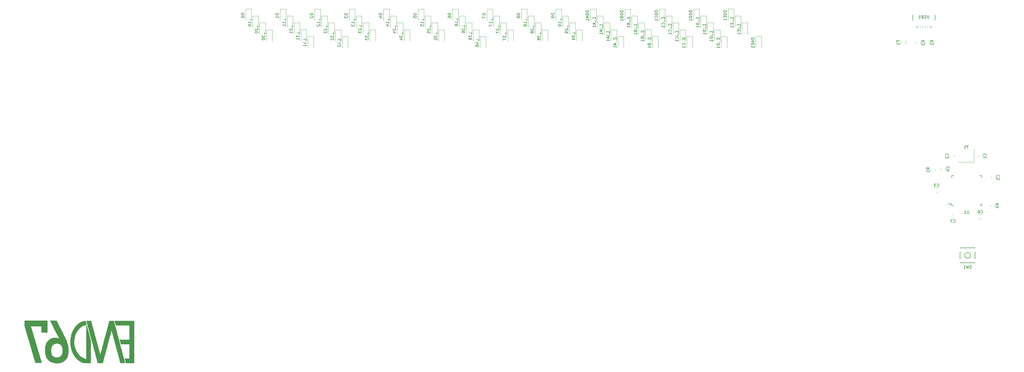
<source format=gbo>
G04 #@! TF.GenerationSoftware,KiCad,Pcbnew,(5.1.4)-1*
G04 #@! TF.CreationDate,2019-11-10T23:30:46-05:00*
G04 #@! TF.ProjectId,END67vOutFirst,454e4436-3776-44f7-9574-46697273742e,rev?*
G04 #@! TF.SameCoordinates,Original*
G04 #@! TF.FileFunction,Legend,Bot*
G04 #@! TF.FilePolarity,Positive*
%FSLAX46Y46*%
G04 Gerber Fmt 4.6, Leading zero omitted, Abs format (unit mm)*
G04 Created by KiCad (PCBNEW (5.1.4)-1) date 2019-11-10 23:30:46*
%MOMM*%
%LPD*%
G04 APERTURE LIST*
%ADD10C,0.010000*%
%ADD11C,0.120000*%
%ADD12C,0.150000*%
%ADD13C,3.602000*%
%ADD14C,1.852000*%
%ADD15C,2.352000*%
%ADD16C,4.089800*%
%ADD17C,2.352000*%
%ADD18R,2.202000X1.902000*%
%ADD19O,1.802000X2.802000*%
%ADD20R,0.602000X2.352000*%
%ADD21R,0.652000X1.602000*%
%ADD22R,1.602000X0.652000*%
%ADD23R,1.902000X1.202000*%
%ADD24C,0.100000*%
%ADD25C,1.252000*%
%ADD26C,3.150000*%
%ADD27C,1.527000*%
%ADD28R,1.302000X1.002000*%
G04 APERTURE END LIST*
D10*
G36*
X44996811Y-192024260D02*
G01*
X44799175Y-192025007D01*
X44618820Y-192026192D01*
X44459685Y-192027763D01*
X44325707Y-192029672D01*
X44220823Y-192031869D01*
X44148969Y-192034303D01*
X44114084Y-192036924D01*
X44111334Y-192037911D01*
X44120818Y-192057954D01*
X44148603Y-192113706D01*
X44193685Y-192203199D01*
X44255063Y-192324467D01*
X44331733Y-192475542D01*
X44422694Y-192654457D01*
X44526943Y-192859243D01*
X44643476Y-193087934D01*
X44771293Y-193338563D01*
X44909390Y-193609162D01*
X45056764Y-193897763D01*
X45212414Y-194202399D01*
X45375337Y-194521103D01*
X45544529Y-194851908D01*
X45714709Y-195184482D01*
X45889128Y-195525282D01*
X46058330Y-195855936D01*
X46221310Y-196174474D01*
X46377059Y-196478923D01*
X46524570Y-196767314D01*
X46662836Y-197037675D01*
X46790849Y-197288038D01*
X46907602Y-197516429D01*
X47012087Y-197720880D01*
X47103298Y-197899419D01*
X47180226Y-198050076D01*
X47241864Y-198170880D01*
X47287205Y-198259861D01*
X47315242Y-198315047D01*
X47324954Y-198334431D01*
X47312413Y-198332123D01*
X47272983Y-198310283D01*
X47214630Y-198273404D01*
X47202394Y-198265290D01*
X46969006Y-198134648D01*
X46708311Y-198036038D01*
X46420775Y-197969537D01*
X46106862Y-197935226D01*
X45767038Y-197933184D01*
X45423537Y-197960861D01*
X45132334Y-198004131D01*
X44869684Y-198062943D01*
X44623523Y-198140907D01*
X44381786Y-198241635D01*
X44222632Y-198320338D01*
X43994378Y-198450562D01*
X43790909Y-198592005D01*
X43598384Y-198755073D01*
X43448166Y-198902669D01*
X43216497Y-199170585D01*
X43013174Y-199465173D01*
X42837885Y-199787334D01*
X42690320Y-200137973D01*
X42570167Y-200517993D01*
X42477116Y-200928296D01*
X42410856Y-201369785D01*
X42371076Y-201843364D01*
X42362037Y-202057000D01*
X42362388Y-202555159D01*
X42394391Y-203030951D01*
X42457758Y-203483182D01*
X42552202Y-203910660D01*
X42677436Y-204312191D01*
X42833173Y-204686580D01*
X43019125Y-205032635D01*
X43113321Y-205179887D01*
X43340398Y-205479813D01*
X43595499Y-205748121D01*
X43878264Y-205984602D01*
X44188334Y-206189048D01*
X44525349Y-206361250D01*
X44888950Y-206500997D01*
X45278777Y-206608083D01*
X45694471Y-206682297D01*
X45698834Y-206682882D01*
X45838952Y-206697788D01*
X46007966Y-206709719D01*
X46194062Y-206718366D01*
X46385424Y-206723417D01*
X46570237Y-206724560D01*
X46736688Y-206721484D01*
X46872961Y-206713879D01*
X46873584Y-206713826D01*
X47308150Y-206659244D01*
X47715969Y-206572102D01*
X48096905Y-206452490D01*
X48450819Y-206300494D01*
X48777574Y-206116205D01*
X49077032Y-205899709D01*
X49349057Y-205651096D01*
X49593511Y-205370454D01*
X49810256Y-205057871D01*
X49999155Y-204713436D01*
X50005919Y-204699435D01*
X50159665Y-204333672D01*
X50282828Y-203941553D01*
X50375541Y-203525850D01*
X50437940Y-203089338D01*
X50470159Y-202634788D01*
X50471046Y-202443012D01*
X48429334Y-202443012D01*
X48415538Y-202801395D01*
X48373946Y-203128525D01*
X48304253Y-203425343D01*
X48206154Y-203692787D01*
X48079343Y-203931800D01*
X47923516Y-204143319D01*
X47851840Y-204221625D01*
X47651385Y-204398451D01*
X47427717Y-204540571D01*
X47179977Y-204648403D01*
X46907306Y-204722362D01*
X46773049Y-204745155D01*
X46664621Y-204754642D01*
X46527240Y-204758214D01*
X46373801Y-204756328D01*
X46217203Y-204749443D01*
X46070341Y-204738019D01*
X45946113Y-204722513D01*
X45899917Y-204714095D01*
X45630593Y-204637487D01*
X45384664Y-204526041D01*
X45163452Y-204381042D01*
X44968278Y-204203774D01*
X44800462Y-203995522D01*
X44661325Y-203757570D01*
X44552189Y-203491203D01*
X44514438Y-203366878D01*
X44471461Y-203173616D01*
X44438600Y-202950389D01*
X44416510Y-202708496D01*
X44405849Y-202459237D01*
X44407275Y-202213910D01*
X44421443Y-201983815D01*
X44429619Y-201908278D01*
X44488489Y-201564670D01*
X44577338Y-201250832D01*
X44696144Y-200966813D01*
X44844886Y-200712663D01*
X45023541Y-200488433D01*
X45073509Y-200436422D01*
X45273132Y-200262127D01*
X45490076Y-200123069D01*
X45726558Y-200018468D01*
X45984796Y-199947546D01*
X46267006Y-199909523D01*
X46575405Y-199903618D01*
X46587834Y-199904023D01*
X46831304Y-199921935D01*
X47044299Y-199959583D01*
X47235143Y-200019769D01*
X47412160Y-200105297D01*
X47583675Y-200218968D01*
X47630288Y-200254981D01*
X47820236Y-200432785D01*
X47985266Y-200643953D01*
X48124952Y-200887325D01*
X48238872Y-201161737D01*
X48326599Y-201466028D01*
X48387710Y-201799035D01*
X48421780Y-202159595D01*
X48429334Y-202443012D01*
X50471046Y-202443012D01*
X50472332Y-202164974D01*
X50444595Y-201682668D01*
X50387082Y-201190644D01*
X50299928Y-200691675D01*
X50183266Y-200188533D01*
X50037233Y-199683991D01*
X49861962Y-199180823D01*
X49720879Y-198828375D01*
X49701851Y-198786996D01*
X49664754Y-198709922D01*
X49610627Y-198599234D01*
X49540511Y-198457013D01*
X49455444Y-198285340D01*
X49356468Y-198086296D01*
X49244622Y-197861960D01*
X49120945Y-197614414D01*
X48986477Y-197345739D01*
X48842259Y-197058015D01*
X48689329Y-196753323D01*
X48528728Y-196433743D01*
X48361496Y-196101357D01*
X48188671Y-195758245D01*
X48011295Y-195406488D01*
X47968010Y-195320708D01*
X46304250Y-192024000D01*
X45207792Y-192024000D01*
X44996811Y-192024260D01*
X44996811Y-192024260D01*
G37*
X44996811Y-192024260D02*
X44799175Y-192025007D01*
X44618820Y-192026192D01*
X44459685Y-192027763D01*
X44325707Y-192029672D01*
X44220823Y-192031869D01*
X44148969Y-192034303D01*
X44114084Y-192036924D01*
X44111334Y-192037911D01*
X44120818Y-192057954D01*
X44148603Y-192113706D01*
X44193685Y-192203199D01*
X44255063Y-192324467D01*
X44331733Y-192475542D01*
X44422694Y-192654457D01*
X44526943Y-192859243D01*
X44643476Y-193087934D01*
X44771293Y-193338563D01*
X44909390Y-193609162D01*
X45056764Y-193897763D01*
X45212414Y-194202399D01*
X45375337Y-194521103D01*
X45544529Y-194851908D01*
X45714709Y-195184482D01*
X45889128Y-195525282D01*
X46058330Y-195855936D01*
X46221310Y-196174474D01*
X46377059Y-196478923D01*
X46524570Y-196767314D01*
X46662836Y-197037675D01*
X46790849Y-197288038D01*
X46907602Y-197516429D01*
X47012087Y-197720880D01*
X47103298Y-197899419D01*
X47180226Y-198050076D01*
X47241864Y-198170880D01*
X47287205Y-198259861D01*
X47315242Y-198315047D01*
X47324954Y-198334431D01*
X47312413Y-198332123D01*
X47272983Y-198310283D01*
X47214630Y-198273404D01*
X47202394Y-198265290D01*
X46969006Y-198134648D01*
X46708311Y-198036038D01*
X46420775Y-197969537D01*
X46106862Y-197935226D01*
X45767038Y-197933184D01*
X45423537Y-197960861D01*
X45132334Y-198004131D01*
X44869684Y-198062943D01*
X44623523Y-198140907D01*
X44381786Y-198241635D01*
X44222632Y-198320338D01*
X43994378Y-198450562D01*
X43790909Y-198592005D01*
X43598384Y-198755073D01*
X43448166Y-198902669D01*
X43216497Y-199170585D01*
X43013174Y-199465173D01*
X42837885Y-199787334D01*
X42690320Y-200137973D01*
X42570167Y-200517993D01*
X42477116Y-200928296D01*
X42410856Y-201369785D01*
X42371076Y-201843364D01*
X42362037Y-202057000D01*
X42362388Y-202555159D01*
X42394391Y-203030951D01*
X42457758Y-203483182D01*
X42552202Y-203910660D01*
X42677436Y-204312191D01*
X42833173Y-204686580D01*
X43019125Y-205032635D01*
X43113321Y-205179887D01*
X43340398Y-205479813D01*
X43595499Y-205748121D01*
X43878264Y-205984602D01*
X44188334Y-206189048D01*
X44525349Y-206361250D01*
X44888950Y-206500997D01*
X45278777Y-206608083D01*
X45694471Y-206682297D01*
X45698834Y-206682882D01*
X45838952Y-206697788D01*
X46007966Y-206709719D01*
X46194062Y-206718366D01*
X46385424Y-206723417D01*
X46570237Y-206724560D01*
X46736688Y-206721484D01*
X46872961Y-206713879D01*
X46873584Y-206713826D01*
X47308150Y-206659244D01*
X47715969Y-206572102D01*
X48096905Y-206452490D01*
X48450819Y-206300494D01*
X48777574Y-206116205D01*
X49077032Y-205899709D01*
X49349057Y-205651096D01*
X49593511Y-205370454D01*
X49810256Y-205057871D01*
X49999155Y-204713436D01*
X50005919Y-204699435D01*
X50159665Y-204333672D01*
X50282828Y-203941553D01*
X50375541Y-203525850D01*
X50437940Y-203089338D01*
X50470159Y-202634788D01*
X50471046Y-202443012D01*
X48429334Y-202443012D01*
X48415538Y-202801395D01*
X48373946Y-203128525D01*
X48304253Y-203425343D01*
X48206154Y-203692787D01*
X48079343Y-203931800D01*
X47923516Y-204143319D01*
X47851840Y-204221625D01*
X47651385Y-204398451D01*
X47427717Y-204540571D01*
X47179977Y-204648403D01*
X46907306Y-204722362D01*
X46773049Y-204745155D01*
X46664621Y-204754642D01*
X46527240Y-204758214D01*
X46373801Y-204756328D01*
X46217203Y-204749443D01*
X46070341Y-204738019D01*
X45946113Y-204722513D01*
X45899917Y-204714095D01*
X45630593Y-204637487D01*
X45384664Y-204526041D01*
X45163452Y-204381042D01*
X44968278Y-204203774D01*
X44800462Y-203995522D01*
X44661325Y-203757570D01*
X44552189Y-203491203D01*
X44514438Y-203366878D01*
X44471461Y-203173616D01*
X44438600Y-202950389D01*
X44416510Y-202708496D01*
X44405849Y-202459237D01*
X44407275Y-202213910D01*
X44421443Y-201983815D01*
X44429619Y-201908278D01*
X44488489Y-201564670D01*
X44577338Y-201250832D01*
X44696144Y-200966813D01*
X44844886Y-200712663D01*
X45023541Y-200488433D01*
X45073509Y-200436422D01*
X45273132Y-200262127D01*
X45490076Y-200123069D01*
X45726558Y-200018468D01*
X45984796Y-199947546D01*
X46267006Y-199909523D01*
X46575405Y-199903618D01*
X46587834Y-199904023D01*
X46831304Y-199921935D01*
X47044299Y-199959583D01*
X47235143Y-200019769D01*
X47412160Y-200105297D01*
X47583675Y-200218968D01*
X47630288Y-200254981D01*
X47820236Y-200432785D01*
X47985266Y-200643953D01*
X48124952Y-200887325D01*
X48238872Y-201161737D01*
X48326599Y-201466028D01*
X48387710Y-201799035D01*
X48421780Y-202159595D01*
X48429334Y-202443012D01*
X50471046Y-202443012D01*
X50472332Y-202164974D01*
X50444595Y-201682668D01*
X50387082Y-201190644D01*
X50299928Y-200691675D01*
X50183266Y-200188533D01*
X50037233Y-199683991D01*
X49861962Y-199180823D01*
X49720879Y-198828375D01*
X49701851Y-198786996D01*
X49664754Y-198709922D01*
X49610627Y-198599234D01*
X49540511Y-198457013D01*
X49455444Y-198285340D01*
X49356468Y-198086296D01*
X49244622Y-197861960D01*
X49120945Y-197614414D01*
X48986477Y-197345739D01*
X48842259Y-197058015D01*
X48689329Y-196753323D01*
X48528728Y-196433743D01*
X48361496Y-196101357D01*
X48188671Y-195758245D01*
X48011295Y-195406488D01*
X47968010Y-195320708D01*
X46304250Y-192024000D01*
X45207792Y-192024000D01*
X44996811Y-192024260D01*
G36*
X69262248Y-192066431D02*
G01*
X68821674Y-192066730D01*
X68421461Y-192067236D01*
X68060620Y-192067957D01*
X67738166Y-192068899D01*
X67453112Y-192070068D01*
X67204471Y-192071473D01*
X66991257Y-192073118D01*
X66812483Y-192075012D01*
X66667162Y-192077161D01*
X66554308Y-192079571D01*
X66472935Y-192082250D01*
X66422055Y-192085204D01*
X66400683Y-192088440D01*
X66399834Y-192089275D01*
X66405094Y-192113647D01*
X66419867Y-192173189D01*
X66442644Y-192262200D01*
X66471916Y-192374976D01*
X66506173Y-192505815D01*
X66543906Y-192649015D01*
X66583605Y-192798874D01*
X66623760Y-192949689D01*
X66662863Y-193095757D01*
X66699404Y-193231376D01*
X66731874Y-193350843D01*
X66758762Y-193448457D01*
X66773354Y-193500375D01*
X66805004Y-193611500D01*
X71543334Y-193611500D01*
X71543334Y-198606582D01*
X68142840Y-198617416D01*
X68346873Y-199379416D01*
X68550905Y-200141416D01*
X70047120Y-200146850D01*
X71543334Y-200152283D01*
X71543334Y-205147333D01*
X70715569Y-205147333D01*
X70498798Y-205147596D01*
X70321150Y-205148453D01*
X70179419Y-205150010D01*
X70070398Y-205152368D01*
X69990879Y-205155633D01*
X69937656Y-205159907D01*
X69907522Y-205165295D01*
X69897270Y-205171900D01*
X69897451Y-205173791D01*
X69904955Y-205199701D01*
X69922056Y-205261771D01*
X69947470Y-205355248D01*
X69979914Y-205475382D01*
X70018106Y-205617421D01*
X70060761Y-205776613D01*
X70106091Y-205946308D01*
X70305084Y-206692367D01*
X71696792Y-206692433D01*
X73088500Y-206692500D01*
X73088500Y-192066333D01*
X69744167Y-192066333D01*
X69262248Y-192066431D01*
X69262248Y-192066431D01*
G37*
X69262248Y-192066431D02*
X68821674Y-192066730D01*
X68421461Y-192067236D01*
X68060620Y-192067957D01*
X67738166Y-192068899D01*
X67453112Y-192070068D01*
X67204471Y-192071473D01*
X66991257Y-192073118D01*
X66812483Y-192075012D01*
X66667162Y-192077161D01*
X66554308Y-192079571D01*
X66472935Y-192082250D01*
X66422055Y-192085204D01*
X66400683Y-192088440D01*
X66399834Y-192089275D01*
X66405094Y-192113647D01*
X66419867Y-192173189D01*
X66442644Y-192262200D01*
X66471916Y-192374976D01*
X66506173Y-192505815D01*
X66543906Y-192649015D01*
X66583605Y-192798874D01*
X66623760Y-192949689D01*
X66662863Y-193095757D01*
X66699404Y-193231376D01*
X66731874Y-193350843D01*
X66758762Y-193448457D01*
X66773354Y-193500375D01*
X66805004Y-193611500D01*
X71543334Y-193611500D01*
X71543334Y-198606582D01*
X68142840Y-198617416D01*
X68346873Y-199379416D01*
X68550905Y-200141416D01*
X70047120Y-200146850D01*
X71543334Y-200152283D01*
X71543334Y-205147333D01*
X70715569Y-205147333D01*
X70498798Y-205147596D01*
X70321150Y-205148453D01*
X70179419Y-205150010D01*
X70070398Y-205152368D01*
X69990879Y-205155633D01*
X69937656Y-205159907D01*
X69907522Y-205165295D01*
X69897270Y-205171900D01*
X69897451Y-205173791D01*
X69904955Y-205199701D01*
X69922056Y-205261771D01*
X69947470Y-205355248D01*
X69979914Y-205475382D01*
X70018106Y-205617421D01*
X70060761Y-205776613D01*
X70106091Y-205946308D01*
X70305084Y-206692367D01*
X71696792Y-206692433D01*
X73088500Y-206692500D01*
X73088500Y-192066333D01*
X69744167Y-192066333D01*
X69262248Y-192066431D01*
G36*
X57216964Y-192066761D02*
G01*
X57031747Y-192068084D01*
X56884915Y-192070359D01*
X56774499Y-192073643D01*
X56698528Y-192077995D01*
X56655034Y-192083472D01*
X56642000Y-192089724D01*
X56647396Y-192113777D01*
X56663068Y-192175817D01*
X56688243Y-192272965D01*
X56722148Y-192402343D01*
X56764011Y-192561071D01*
X56813058Y-192746269D01*
X56868517Y-192955061D01*
X56929614Y-193184565D01*
X56995576Y-193431904D01*
X57065632Y-193694199D01*
X57139007Y-193968569D01*
X57214929Y-194252138D01*
X57292625Y-194542025D01*
X57371322Y-194835352D01*
X57450247Y-195129239D01*
X57528627Y-195420808D01*
X57605689Y-195707180D01*
X57680661Y-195985476D01*
X57752769Y-196252817D01*
X57821240Y-196506324D01*
X57885302Y-196743118D01*
X57944182Y-196960319D01*
X57997106Y-197155050D01*
X58043301Y-197324431D01*
X58081996Y-197465584D01*
X58112416Y-197575628D01*
X58133790Y-197651686D01*
X58145343Y-197690878D01*
X58147038Y-197695582D01*
X58153705Y-197717964D01*
X58170698Y-197778975D01*
X58197408Y-197876350D01*
X58233230Y-198007828D01*
X58277556Y-198171145D01*
X58329780Y-198364039D01*
X58389293Y-198584248D01*
X58455489Y-198829508D01*
X58527762Y-199097556D01*
X58605503Y-199386131D01*
X58688106Y-199692969D01*
X58774965Y-200015807D01*
X58865471Y-200352383D01*
X58959018Y-200700435D01*
X59054998Y-201057699D01*
X59152806Y-201421912D01*
X59251833Y-201790813D01*
X59351473Y-202162138D01*
X59451118Y-202533624D01*
X59550162Y-202903009D01*
X59647998Y-203268030D01*
X59744018Y-203626425D01*
X59837615Y-203975930D01*
X59928183Y-204314283D01*
X60015115Y-204639221D01*
X60097802Y-204948482D01*
X60175639Y-205239802D01*
X60248019Y-205510920D01*
X60314333Y-205759572D01*
X60373976Y-205983495D01*
X60426340Y-206180427D01*
X60470818Y-206348106D01*
X60506803Y-206484268D01*
X60533688Y-206586650D01*
X60550866Y-206652991D01*
X60557730Y-206681026D01*
X60557834Y-206681759D01*
X60578257Y-206684091D01*
X60636553Y-206686249D01*
X60728262Y-206688176D01*
X60848924Y-206689817D01*
X60994079Y-206691116D01*
X61159266Y-206692016D01*
X61340025Y-206692461D01*
X61412295Y-206692500D01*
X62266755Y-206692500D01*
X62300418Y-206570791D01*
X62308723Y-206540140D01*
X62327528Y-206470305D01*
X62356376Y-206362990D01*
X62394809Y-206219903D01*
X62442371Y-206042749D01*
X62498603Y-205833233D01*
X62563048Y-205593061D01*
X62635249Y-205323940D01*
X62714748Y-205027575D01*
X62801087Y-204705671D01*
X62893809Y-204359936D01*
X62992457Y-203992074D01*
X63096572Y-203603791D01*
X63205698Y-203196793D01*
X63319377Y-202772786D01*
X63437151Y-202333476D01*
X63558563Y-201880569D01*
X63683155Y-201415770D01*
X63810470Y-200940785D01*
X63828996Y-200871666D01*
X63956264Y-200396881D01*
X64080681Y-199932812D01*
X64201802Y-199481118D01*
X64319181Y-199043459D01*
X64432372Y-198621494D01*
X64540931Y-198216880D01*
X64644411Y-197831278D01*
X64742367Y-197466347D01*
X64834353Y-197123744D01*
X64919924Y-196805130D01*
X64998634Y-196512164D01*
X65070038Y-196246503D01*
X65133690Y-196009808D01*
X65189144Y-195803737D01*
X65235955Y-195629949D01*
X65273678Y-195490104D01*
X65301866Y-195385860D01*
X65320074Y-195318876D01*
X65327857Y-195290811D01*
X65328120Y-195290016D01*
X65334045Y-195309325D01*
X65349987Y-195366549D01*
X65375145Y-195458674D01*
X65408715Y-195582688D01*
X65449894Y-195735578D01*
X65497880Y-195914331D01*
X65551871Y-196115935D01*
X65611063Y-196337376D01*
X65674654Y-196575643D01*
X65741841Y-196827721D01*
X65811821Y-197090599D01*
X65883792Y-197361264D01*
X65956951Y-197636703D01*
X66030496Y-197913902D01*
X66103623Y-198189850D01*
X66175530Y-198461534D01*
X66245414Y-198725940D01*
X66312472Y-198980057D01*
X66375903Y-199220870D01*
X66412025Y-199358250D01*
X66458545Y-199534402D01*
X66502300Y-199698365D01*
X66542008Y-199845460D01*
X66576387Y-199971008D01*
X66604154Y-200070331D01*
X66624025Y-200138750D01*
X66634718Y-200171586D01*
X66635458Y-200173166D01*
X66642790Y-200196848D01*
X66660273Y-200258895D01*
X66687224Y-200356747D01*
X66722958Y-200487845D01*
X66766794Y-200649631D01*
X66818048Y-200839545D01*
X66876036Y-201055028D01*
X66940076Y-201293522D01*
X67009484Y-201552467D01*
X67083577Y-201829303D01*
X67161672Y-202121473D01*
X67243085Y-202426417D01*
X67327133Y-202741576D01*
X67413134Y-203064391D01*
X67500403Y-203392302D01*
X67588258Y-203722752D01*
X67676015Y-204053180D01*
X67762992Y-204381028D01*
X67848504Y-204703737D01*
X67931869Y-205018747D01*
X68012403Y-205323500D01*
X68089424Y-205615436D01*
X68158456Y-205877583D01*
X68203573Y-206049068D01*
X68245546Y-206208558D01*
X68283093Y-206351189D01*
X68314935Y-206472098D01*
X68339788Y-206566418D01*
X68356374Y-206629288D01*
X68363306Y-206655458D01*
X68368241Y-206664960D01*
X68380078Y-206672690D01*
X68402804Y-206678829D01*
X68440403Y-206683559D01*
X68496859Y-206687060D01*
X68576159Y-206689515D01*
X68682285Y-206691105D01*
X68819224Y-206692011D01*
X68990960Y-206692415D01*
X69176562Y-206692500D01*
X69382252Y-206692403D01*
X69549492Y-206691991D01*
X69682163Y-206691084D01*
X69784149Y-206689499D01*
X69859331Y-206687055D01*
X69911593Y-206683570D01*
X69944816Y-206678864D01*
X69962884Y-206672754D01*
X69969678Y-206665059D01*
X69969081Y-206655598D01*
X69969041Y-206655458D01*
X69961264Y-206627140D01*
X69943848Y-206562703D01*
X69918076Y-206466927D01*
X69885231Y-206344593D01*
X69846597Y-206200480D01*
X69803457Y-206039370D01*
X69757095Y-205866043D01*
X69754522Y-205856416D01*
X69717657Y-205718575D01*
X69671063Y-205544457D01*
X69615976Y-205338676D01*
X69553632Y-205105843D01*
X69485265Y-204850571D01*
X69412112Y-204577473D01*
X69335408Y-204291161D01*
X69256389Y-203996248D01*
X69176289Y-203697346D01*
X69096345Y-203399068D01*
X69045821Y-203210583D01*
X68961068Y-202894384D01*
X68871337Y-202559542D01*
X68778360Y-202212528D01*
X68683871Y-201859812D01*
X68589603Y-201507865D01*
X68497287Y-201163157D01*
X68408658Y-200832159D01*
X68325448Y-200521340D01*
X68249391Y-200237171D01*
X68182218Y-199986123D01*
X68169969Y-199940333D01*
X68107044Y-199705155D01*
X68034750Y-199435074D01*
X67954691Y-199136073D01*
X67868470Y-198814135D01*
X67777691Y-198475244D01*
X67683955Y-198125384D01*
X67588866Y-197770538D01*
X67494027Y-197416690D01*
X67401041Y-197069823D01*
X67311512Y-196735920D01*
X67259796Y-196543083D01*
X67175443Y-196228500D01*
X67088331Y-195903493D01*
X66999863Y-195573307D01*
X66911443Y-195243185D01*
X66824475Y-194918369D01*
X66740362Y-194604104D01*
X66660507Y-194305632D01*
X66586314Y-194028198D01*
X66519187Y-193777044D01*
X66460528Y-193557415D01*
X66421304Y-193410416D01*
X66364125Y-193196169D01*
X66309361Y-192991275D01*
X66258141Y-192799937D01*
X66211593Y-192626357D01*
X66170845Y-192474737D01*
X66137027Y-192349278D01*
X66111267Y-192254184D01*
X66094694Y-192193654D01*
X66090146Y-192177458D01*
X66058163Y-192066333D01*
X65324124Y-192066516D01*
X64590084Y-192066699D01*
X63035221Y-197871474D01*
X62905067Y-198357341D01*
X62777572Y-198833220D01*
X62653181Y-199297443D01*
X62532343Y-199748342D01*
X62415504Y-200184250D01*
X62303112Y-200603500D01*
X62195615Y-201004425D01*
X62093460Y-201385357D01*
X61997094Y-201744628D01*
X61906965Y-202080571D01*
X61823519Y-202391520D01*
X61747205Y-202675806D01*
X61678469Y-202931762D01*
X61617760Y-203157720D01*
X61565524Y-203352014D01*
X61522208Y-203512976D01*
X61488261Y-203638939D01*
X61464130Y-203728234D01*
X61450261Y-203779196D01*
X61447212Y-203790136D01*
X61414066Y-203904023D01*
X59828570Y-197985178D01*
X58243073Y-192066333D01*
X57442537Y-192066333D01*
X57216964Y-192066761D01*
X57216964Y-192066761D01*
G37*
X57216964Y-192066761D02*
X57031747Y-192068084D01*
X56884915Y-192070359D01*
X56774499Y-192073643D01*
X56698528Y-192077995D01*
X56655034Y-192083472D01*
X56642000Y-192089724D01*
X56647396Y-192113777D01*
X56663068Y-192175817D01*
X56688243Y-192272965D01*
X56722148Y-192402343D01*
X56764011Y-192561071D01*
X56813058Y-192746269D01*
X56868517Y-192955061D01*
X56929614Y-193184565D01*
X56995576Y-193431904D01*
X57065632Y-193694199D01*
X57139007Y-193968569D01*
X57214929Y-194252138D01*
X57292625Y-194542025D01*
X57371322Y-194835352D01*
X57450247Y-195129239D01*
X57528627Y-195420808D01*
X57605689Y-195707180D01*
X57680661Y-195985476D01*
X57752769Y-196252817D01*
X57821240Y-196506324D01*
X57885302Y-196743118D01*
X57944182Y-196960319D01*
X57997106Y-197155050D01*
X58043301Y-197324431D01*
X58081996Y-197465584D01*
X58112416Y-197575628D01*
X58133790Y-197651686D01*
X58145343Y-197690878D01*
X58147038Y-197695582D01*
X58153705Y-197717964D01*
X58170698Y-197778975D01*
X58197408Y-197876350D01*
X58233230Y-198007828D01*
X58277556Y-198171145D01*
X58329780Y-198364039D01*
X58389293Y-198584248D01*
X58455489Y-198829508D01*
X58527762Y-199097556D01*
X58605503Y-199386131D01*
X58688106Y-199692969D01*
X58774965Y-200015807D01*
X58865471Y-200352383D01*
X58959018Y-200700435D01*
X59054998Y-201057699D01*
X59152806Y-201421912D01*
X59251833Y-201790813D01*
X59351473Y-202162138D01*
X59451118Y-202533624D01*
X59550162Y-202903009D01*
X59647998Y-203268030D01*
X59744018Y-203626425D01*
X59837615Y-203975930D01*
X59928183Y-204314283D01*
X60015115Y-204639221D01*
X60097802Y-204948482D01*
X60175639Y-205239802D01*
X60248019Y-205510920D01*
X60314333Y-205759572D01*
X60373976Y-205983495D01*
X60426340Y-206180427D01*
X60470818Y-206348106D01*
X60506803Y-206484268D01*
X60533688Y-206586650D01*
X60550866Y-206652991D01*
X60557730Y-206681026D01*
X60557834Y-206681759D01*
X60578257Y-206684091D01*
X60636553Y-206686249D01*
X60728262Y-206688176D01*
X60848924Y-206689817D01*
X60994079Y-206691116D01*
X61159266Y-206692016D01*
X61340025Y-206692461D01*
X61412295Y-206692500D01*
X62266755Y-206692500D01*
X62300418Y-206570791D01*
X62308723Y-206540140D01*
X62327528Y-206470305D01*
X62356376Y-206362990D01*
X62394809Y-206219903D01*
X62442371Y-206042749D01*
X62498603Y-205833233D01*
X62563048Y-205593061D01*
X62635249Y-205323940D01*
X62714748Y-205027575D01*
X62801087Y-204705671D01*
X62893809Y-204359936D01*
X62992457Y-203992074D01*
X63096572Y-203603791D01*
X63205698Y-203196793D01*
X63319377Y-202772786D01*
X63437151Y-202333476D01*
X63558563Y-201880569D01*
X63683155Y-201415770D01*
X63810470Y-200940785D01*
X63828996Y-200871666D01*
X63956264Y-200396881D01*
X64080681Y-199932812D01*
X64201802Y-199481118D01*
X64319181Y-199043459D01*
X64432372Y-198621494D01*
X64540931Y-198216880D01*
X64644411Y-197831278D01*
X64742367Y-197466347D01*
X64834353Y-197123744D01*
X64919924Y-196805130D01*
X64998634Y-196512164D01*
X65070038Y-196246503D01*
X65133690Y-196009808D01*
X65189144Y-195803737D01*
X65235955Y-195629949D01*
X65273678Y-195490104D01*
X65301866Y-195385860D01*
X65320074Y-195318876D01*
X65327857Y-195290811D01*
X65328120Y-195290016D01*
X65334045Y-195309325D01*
X65349987Y-195366549D01*
X65375145Y-195458674D01*
X65408715Y-195582688D01*
X65449894Y-195735578D01*
X65497880Y-195914331D01*
X65551871Y-196115935D01*
X65611063Y-196337376D01*
X65674654Y-196575643D01*
X65741841Y-196827721D01*
X65811821Y-197090599D01*
X65883792Y-197361264D01*
X65956951Y-197636703D01*
X66030496Y-197913902D01*
X66103623Y-198189850D01*
X66175530Y-198461534D01*
X66245414Y-198725940D01*
X66312472Y-198980057D01*
X66375903Y-199220870D01*
X66412025Y-199358250D01*
X66458545Y-199534402D01*
X66502300Y-199698365D01*
X66542008Y-199845460D01*
X66576387Y-199971008D01*
X66604154Y-200070331D01*
X66624025Y-200138750D01*
X66634718Y-200171586D01*
X66635458Y-200173166D01*
X66642790Y-200196848D01*
X66660273Y-200258895D01*
X66687224Y-200356747D01*
X66722958Y-200487845D01*
X66766794Y-200649631D01*
X66818048Y-200839545D01*
X66876036Y-201055028D01*
X66940076Y-201293522D01*
X67009484Y-201552467D01*
X67083577Y-201829303D01*
X67161672Y-202121473D01*
X67243085Y-202426417D01*
X67327133Y-202741576D01*
X67413134Y-203064391D01*
X67500403Y-203392302D01*
X67588258Y-203722752D01*
X67676015Y-204053180D01*
X67762992Y-204381028D01*
X67848504Y-204703737D01*
X67931869Y-205018747D01*
X68012403Y-205323500D01*
X68089424Y-205615436D01*
X68158456Y-205877583D01*
X68203573Y-206049068D01*
X68245546Y-206208558D01*
X68283093Y-206351189D01*
X68314935Y-206472098D01*
X68339788Y-206566418D01*
X68356374Y-206629288D01*
X68363306Y-206655458D01*
X68368241Y-206664960D01*
X68380078Y-206672690D01*
X68402804Y-206678829D01*
X68440403Y-206683559D01*
X68496859Y-206687060D01*
X68576159Y-206689515D01*
X68682285Y-206691105D01*
X68819224Y-206692011D01*
X68990960Y-206692415D01*
X69176562Y-206692500D01*
X69382252Y-206692403D01*
X69549492Y-206691991D01*
X69682163Y-206691084D01*
X69784149Y-206689499D01*
X69859331Y-206687055D01*
X69911593Y-206683570D01*
X69944816Y-206678864D01*
X69962884Y-206672754D01*
X69969678Y-206665059D01*
X69969081Y-206655598D01*
X69969041Y-206655458D01*
X69961264Y-206627140D01*
X69943848Y-206562703D01*
X69918076Y-206466927D01*
X69885231Y-206344593D01*
X69846597Y-206200480D01*
X69803457Y-206039370D01*
X69757095Y-205866043D01*
X69754522Y-205856416D01*
X69717657Y-205718575D01*
X69671063Y-205544457D01*
X69615976Y-205338676D01*
X69553632Y-205105843D01*
X69485265Y-204850571D01*
X69412112Y-204577473D01*
X69335408Y-204291161D01*
X69256389Y-203996248D01*
X69176289Y-203697346D01*
X69096345Y-203399068D01*
X69045821Y-203210583D01*
X68961068Y-202894384D01*
X68871337Y-202559542D01*
X68778360Y-202212528D01*
X68683871Y-201859812D01*
X68589603Y-201507865D01*
X68497287Y-201163157D01*
X68408658Y-200832159D01*
X68325448Y-200521340D01*
X68249391Y-200237171D01*
X68182218Y-199986123D01*
X68169969Y-199940333D01*
X68107044Y-199705155D01*
X68034750Y-199435074D01*
X67954691Y-199136073D01*
X67868470Y-198814135D01*
X67777691Y-198475244D01*
X67683955Y-198125384D01*
X67588866Y-197770538D01*
X67494027Y-197416690D01*
X67401041Y-197069823D01*
X67311512Y-196735920D01*
X67259796Y-196543083D01*
X67175443Y-196228500D01*
X67088331Y-195903493D01*
X66999863Y-195573307D01*
X66911443Y-195243185D01*
X66824475Y-194918369D01*
X66740362Y-194604104D01*
X66660507Y-194305632D01*
X66586314Y-194028198D01*
X66519187Y-193777044D01*
X66460528Y-193557415D01*
X66421304Y-193410416D01*
X66364125Y-193196169D01*
X66309361Y-192991275D01*
X66258141Y-192799937D01*
X66211593Y-192626357D01*
X66170845Y-192474737D01*
X66137027Y-192349278D01*
X66111267Y-192254184D01*
X66094694Y-192193654D01*
X66090146Y-192177458D01*
X66058163Y-192066333D01*
X65324124Y-192066516D01*
X64590084Y-192066699D01*
X63035221Y-197871474D01*
X62905067Y-198357341D01*
X62777572Y-198833220D01*
X62653181Y-199297443D01*
X62532343Y-199748342D01*
X62415504Y-200184250D01*
X62303112Y-200603500D01*
X62195615Y-201004425D01*
X62093460Y-201385357D01*
X61997094Y-201744628D01*
X61906965Y-202080571D01*
X61823519Y-202391520D01*
X61747205Y-202675806D01*
X61678469Y-202931762D01*
X61617760Y-203157720D01*
X61565524Y-203352014D01*
X61522208Y-203512976D01*
X61488261Y-203638939D01*
X61464130Y-203728234D01*
X61450261Y-203779196D01*
X61447212Y-203790136D01*
X61414066Y-203904023D01*
X59828570Y-197985178D01*
X58243073Y-192066333D01*
X57442537Y-192066333D01*
X57216964Y-192066761D01*
G36*
X56244511Y-192081428D02*
G01*
X55823956Y-192162352D01*
X55429540Y-192271011D01*
X55053067Y-192410566D01*
X54686346Y-192584179D01*
X54321180Y-192795013D01*
X54209724Y-192866641D01*
X53929075Y-193066645D01*
X53648187Y-193298479D01*
X53362111Y-193566278D01*
X53308250Y-193620066D01*
X52959317Y-194001372D01*
X52636971Y-194414184D01*
X52342364Y-194856168D01*
X52076649Y-195324992D01*
X51840977Y-195818321D01*
X51636500Y-196333822D01*
X51464369Y-196869161D01*
X51325738Y-197422004D01*
X51256314Y-197777113D01*
X51221814Y-197981931D01*
X51193972Y-198166246D01*
X51172125Y-198338614D01*
X51155608Y-198507591D01*
X51143757Y-198681733D01*
X51135908Y-198869596D01*
X51131395Y-199079734D01*
X51129555Y-199320704D01*
X51129420Y-199411166D01*
X51130250Y-199657154D01*
X51133324Y-199869426D01*
X51139280Y-200056571D01*
X51148755Y-200227176D01*
X51162390Y-200389829D01*
X51180820Y-200553118D01*
X51204685Y-200725630D01*
X51234623Y-200915954D01*
X51246607Y-200988083D01*
X51363899Y-201568477D01*
X51517748Y-202132310D01*
X51707324Y-202677671D01*
X51931795Y-203202649D01*
X52190329Y-203705332D01*
X52482095Y-204183807D01*
X52806262Y-204636164D01*
X52866991Y-204713416D01*
X52979367Y-204847506D01*
X53113490Y-204996445D01*
X53260987Y-205151763D01*
X53413484Y-205304985D01*
X53562607Y-205447639D01*
X53699983Y-205571252D01*
X53784500Y-205641778D01*
X54137394Y-205901903D01*
X54506993Y-206132770D01*
X54887439Y-206331353D01*
X55272873Y-206494624D01*
X55657437Y-206619557D01*
X55698357Y-206630546D01*
X55932917Y-206692230D01*
X57038875Y-206692365D01*
X58144834Y-206692500D01*
X58144834Y-199370259D01*
X56599667Y-199370259D01*
X56599658Y-199964770D01*
X56599626Y-200518397D01*
X56599562Y-201032588D01*
X56599455Y-201508792D01*
X56599299Y-201948458D01*
X56599082Y-202353035D01*
X56598797Y-202723972D01*
X56598434Y-203062716D01*
X56597985Y-203370718D01*
X56597440Y-203649426D01*
X56596790Y-203900289D01*
X56596026Y-204124755D01*
X56595139Y-204324274D01*
X56594121Y-204500294D01*
X56592961Y-204654265D01*
X56591652Y-204787634D01*
X56590184Y-204901850D01*
X56588547Y-204998364D01*
X56586733Y-205078622D01*
X56584734Y-205144075D01*
X56582539Y-205196171D01*
X56580140Y-205236359D01*
X56577528Y-205266087D01*
X56574693Y-205286805D01*
X56571627Y-205299961D01*
X56568321Y-205307004D01*
X56564766Y-205309382D01*
X56562625Y-205309207D01*
X56527016Y-205299129D01*
X56461641Y-205280487D01*
X56377423Y-205256399D01*
X56324500Y-205241234D01*
X55926401Y-205105595D01*
X55535896Y-204929896D01*
X55156395Y-204716202D01*
X54791306Y-204466579D01*
X54444039Y-204183092D01*
X54204521Y-203956728D01*
X53870117Y-203590972D01*
X53568208Y-203198507D01*
X53299213Y-202780251D01*
X53063553Y-202337120D01*
X52861645Y-201870033D01*
X52693909Y-201379907D01*
X52560764Y-200867660D01*
X52462630Y-200334209D01*
X52427678Y-200067333D01*
X52415883Y-199927764D01*
X52407889Y-199755997D01*
X52403619Y-199561987D01*
X52402998Y-199355691D01*
X52405949Y-199147066D01*
X52412396Y-198946068D01*
X52422264Y-198762654D01*
X52435476Y-198606781D01*
X52439075Y-198575083D01*
X52520462Y-198055762D01*
X52636907Y-197552659D01*
X52787332Y-197067634D01*
X52970661Y-196602547D01*
X53185817Y-196159259D01*
X53431723Y-195739629D01*
X53707302Y-195345518D01*
X54011476Y-194978787D01*
X54343170Y-194641295D01*
X54701306Y-194334904D01*
X55031913Y-194096181D01*
X55328301Y-193915705D01*
X55645675Y-193752676D01*
X55971370Y-193612885D01*
X56292725Y-193502122D01*
X56393877Y-193473404D01*
X56478305Y-193450918D01*
X56545532Y-193433266D01*
X56586383Y-193422842D01*
X56594375Y-193421053D01*
X56594819Y-193441933D01*
X56595253Y-193503457D01*
X56595676Y-193603933D01*
X56596085Y-193741672D01*
X56596481Y-193914983D01*
X56596860Y-194122175D01*
X56597222Y-194361560D01*
X56597565Y-194631445D01*
X56597888Y-194930142D01*
X56598189Y-195255960D01*
X56598466Y-195607208D01*
X56598719Y-195982196D01*
X56598945Y-196379234D01*
X56599143Y-196796631D01*
X56599312Y-197232698D01*
X56599450Y-197685744D01*
X56599555Y-198154079D01*
X56599627Y-198636012D01*
X56599663Y-199129853D01*
X56599667Y-199370259D01*
X58144834Y-199370259D01*
X58144834Y-198940519D01*
X57254281Y-195614551D01*
X57155896Y-195247155D01*
X57060182Y-194889815D01*
X56967740Y-194544771D01*
X56879170Y-194214264D01*
X56795074Y-193900532D01*
X56716053Y-193605818D01*
X56642708Y-193332361D01*
X56575640Y-193082401D01*
X56515450Y-192858180D01*
X56462739Y-192661937D01*
X56418108Y-192495912D01*
X56382159Y-192362346D01*
X56355492Y-192263480D01*
X56338709Y-192201553D01*
X56332916Y-192180511D01*
X56313133Y-192117873D01*
X56294816Y-192087107D01*
X56269652Y-192078899D01*
X56244511Y-192081428D01*
X56244511Y-192081428D01*
G37*
X56244511Y-192081428D02*
X55823956Y-192162352D01*
X55429540Y-192271011D01*
X55053067Y-192410566D01*
X54686346Y-192584179D01*
X54321180Y-192795013D01*
X54209724Y-192866641D01*
X53929075Y-193066645D01*
X53648187Y-193298479D01*
X53362111Y-193566278D01*
X53308250Y-193620066D01*
X52959317Y-194001372D01*
X52636971Y-194414184D01*
X52342364Y-194856168D01*
X52076649Y-195324992D01*
X51840977Y-195818321D01*
X51636500Y-196333822D01*
X51464369Y-196869161D01*
X51325738Y-197422004D01*
X51256314Y-197777113D01*
X51221814Y-197981931D01*
X51193972Y-198166246D01*
X51172125Y-198338614D01*
X51155608Y-198507591D01*
X51143757Y-198681733D01*
X51135908Y-198869596D01*
X51131395Y-199079734D01*
X51129555Y-199320704D01*
X51129420Y-199411166D01*
X51130250Y-199657154D01*
X51133324Y-199869426D01*
X51139280Y-200056571D01*
X51148755Y-200227176D01*
X51162390Y-200389829D01*
X51180820Y-200553118D01*
X51204685Y-200725630D01*
X51234623Y-200915954D01*
X51246607Y-200988083D01*
X51363899Y-201568477D01*
X51517748Y-202132310D01*
X51707324Y-202677671D01*
X51931795Y-203202649D01*
X52190329Y-203705332D01*
X52482095Y-204183807D01*
X52806262Y-204636164D01*
X52866991Y-204713416D01*
X52979367Y-204847506D01*
X53113490Y-204996445D01*
X53260987Y-205151763D01*
X53413484Y-205304985D01*
X53562607Y-205447639D01*
X53699983Y-205571252D01*
X53784500Y-205641778D01*
X54137394Y-205901903D01*
X54506993Y-206132770D01*
X54887439Y-206331353D01*
X55272873Y-206494624D01*
X55657437Y-206619557D01*
X55698357Y-206630546D01*
X55932917Y-206692230D01*
X57038875Y-206692365D01*
X58144834Y-206692500D01*
X58144834Y-199370259D01*
X56599667Y-199370259D01*
X56599658Y-199964770D01*
X56599626Y-200518397D01*
X56599562Y-201032588D01*
X56599455Y-201508792D01*
X56599299Y-201948458D01*
X56599082Y-202353035D01*
X56598797Y-202723972D01*
X56598434Y-203062716D01*
X56597985Y-203370718D01*
X56597440Y-203649426D01*
X56596790Y-203900289D01*
X56596026Y-204124755D01*
X56595139Y-204324274D01*
X56594121Y-204500294D01*
X56592961Y-204654265D01*
X56591652Y-204787634D01*
X56590184Y-204901850D01*
X56588547Y-204998364D01*
X56586733Y-205078622D01*
X56584734Y-205144075D01*
X56582539Y-205196171D01*
X56580140Y-205236359D01*
X56577528Y-205266087D01*
X56574693Y-205286805D01*
X56571627Y-205299961D01*
X56568321Y-205307004D01*
X56564766Y-205309382D01*
X56562625Y-205309207D01*
X56527016Y-205299129D01*
X56461641Y-205280487D01*
X56377423Y-205256399D01*
X56324500Y-205241234D01*
X55926401Y-205105595D01*
X55535896Y-204929896D01*
X55156395Y-204716202D01*
X54791306Y-204466579D01*
X54444039Y-204183092D01*
X54204521Y-203956728D01*
X53870117Y-203590972D01*
X53568208Y-203198507D01*
X53299213Y-202780251D01*
X53063553Y-202337120D01*
X52861645Y-201870033D01*
X52693909Y-201379907D01*
X52560764Y-200867660D01*
X52462630Y-200334209D01*
X52427678Y-200067333D01*
X52415883Y-199927764D01*
X52407889Y-199755997D01*
X52403619Y-199561987D01*
X52402998Y-199355691D01*
X52405949Y-199147066D01*
X52412396Y-198946068D01*
X52422264Y-198762654D01*
X52435476Y-198606781D01*
X52439075Y-198575083D01*
X52520462Y-198055762D01*
X52636907Y-197552659D01*
X52787332Y-197067634D01*
X52970661Y-196602547D01*
X53185817Y-196159259D01*
X53431723Y-195739629D01*
X53707302Y-195345518D01*
X54011476Y-194978787D01*
X54343170Y-194641295D01*
X54701306Y-194334904D01*
X55031913Y-194096181D01*
X55328301Y-193915705D01*
X55645675Y-193752676D01*
X55971370Y-193612885D01*
X56292725Y-193502122D01*
X56393877Y-193473404D01*
X56478305Y-193450918D01*
X56545532Y-193433266D01*
X56586383Y-193422842D01*
X56594375Y-193421053D01*
X56594819Y-193441933D01*
X56595253Y-193503457D01*
X56595676Y-193603933D01*
X56596085Y-193741672D01*
X56596481Y-193914983D01*
X56596860Y-194122175D01*
X56597222Y-194361560D01*
X56597565Y-194631445D01*
X56597888Y-194930142D01*
X56598189Y-195255960D01*
X56598466Y-195607208D01*
X56598719Y-195982196D01*
X56598945Y-196379234D01*
X56599143Y-196796631D01*
X56599312Y-197232698D01*
X56599450Y-197685744D01*
X56599555Y-198154079D01*
X56599627Y-198636012D01*
X56599663Y-199129853D01*
X56599667Y-199370259D01*
X58144834Y-199370259D01*
X58144834Y-198940519D01*
X57254281Y-195614551D01*
X57155896Y-195247155D01*
X57060182Y-194889815D01*
X56967740Y-194544771D01*
X56879170Y-194214264D01*
X56795074Y-193900532D01*
X56716053Y-193605818D01*
X56642708Y-193332361D01*
X56575640Y-193082401D01*
X56515450Y-192858180D01*
X56462739Y-192661937D01*
X56418108Y-192495912D01*
X56382159Y-192362346D01*
X56355492Y-192263480D01*
X56338709Y-192201553D01*
X56332916Y-192180511D01*
X56313133Y-192117873D01*
X56294816Y-192087107D01*
X56269652Y-192078899D01*
X56244511Y-192081428D01*
G36*
X35241474Y-192918291D02*
G01*
X35240447Y-193833750D01*
X37120015Y-200199386D01*
X38999584Y-206565023D01*
X40086670Y-206565261D01*
X41173756Y-206565500D01*
X41159378Y-206507291D01*
X41152236Y-206482552D01*
X41133454Y-206418815D01*
X41103498Y-206317649D01*
X41062835Y-206180621D01*
X41011932Y-206009299D01*
X40951257Y-205805251D01*
X40881276Y-205570044D01*
X40802456Y-205305247D01*
X40715265Y-205012426D01*
X40620169Y-204693151D01*
X40517635Y-204348988D01*
X40408131Y-203981505D01*
X40292124Y-203592270D01*
X40170080Y-203182851D01*
X40042466Y-202754815D01*
X39909750Y-202309730D01*
X39772399Y-201849164D01*
X39630880Y-201374685D01*
X39485659Y-200887861D01*
X39337203Y-200390258D01*
X39283833Y-200211385D01*
X39134512Y-199710896D01*
X38988343Y-199220901D01*
X38845790Y-198742952D01*
X38707315Y-198278601D01*
X38573379Y-197829402D01*
X38444446Y-197396905D01*
X38320977Y-196982664D01*
X38203435Y-196588231D01*
X38092282Y-196215158D01*
X37987981Y-195864997D01*
X37890993Y-195539301D01*
X37801782Y-195239621D01*
X37720808Y-194967511D01*
X37648536Y-194724523D01*
X37585426Y-194512208D01*
X37531941Y-194332119D01*
X37488544Y-194185809D01*
X37455696Y-194074829D01*
X37433861Y-194000732D01*
X37423500Y-193965071D01*
X37422667Y-193961927D01*
X37443327Y-193960169D01*
X37503283Y-193958492D01*
X37599495Y-193956913D01*
X37728926Y-193955452D01*
X37888538Y-193954129D01*
X38075293Y-193952963D01*
X38286151Y-193951974D01*
X38518076Y-193951181D01*
X38768029Y-193950602D01*
X39032971Y-193950259D01*
X39264167Y-193950166D01*
X41105667Y-193950166D01*
X41105667Y-196045666D01*
X43158834Y-196045666D01*
X43158834Y-192002833D01*
X35242500Y-192002833D01*
X35241474Y-192918291D01*
X35241474Y-192918291D01*
G37*
X35241474Y-192918291D02*
X35240447Y-193833750D01*
X37120015Y-200199386D01*
X38999584Y-206565023D01*
X40086670Y-206565261D01*
X41173756Y-206565500D01*
X41159378Y-206507291D01*
X41152236Y-206482552D01*
X41133454Y-206418815D01*
X41103498Y-206317649D01*
X41062835Y-206180621D01*
X41011932Y-206009299D01*
X40951257Y-205805251D01*
X40881276Y-205570044D01*
X40802456Y-205305247D01*
X40715265Y-205012426D01*
X40620169Y-204693151D01*
X40517635Y-204348988D01*
X40408131Y-203981505D01*
X40292124Y-203592270D01*
X40170080Y-203182851D01*
X40042466Y-202754815D01*
X39909750Y-202309730D01*
X39772399Y-201849164D01*
X39630880Y-201374685D01*
X39485659Y-200887861D01*
X39337203Y-200390258D01*
X39283833Y-200211385D01*
X39134512Y-199710896D01*
X38988343Y-199220901D01*
X38845790Y-198742952D01*
X38707315Y-198278601D01*
X38573379Y-197829402D01*
X38444446Y-197396905D01*
X38320977Y-196982664D01*
X38203435Y-196588231D01*
X38092282Y-196215158D01*
X37987981Y-195864997D01*
X37890993Y-195539301D01*
X37801782Y-195239621D01*
X37720808Y-194967511D01*
X37648536Y-194724523D01*
X37585426Y-194512208D01*
X37531941Y-194332119D01*
X37488544Y-194185809D01*
X37455696Y-194074829D01*
X37433861Y-194000732D01*
X37423500Y-193965071D01*
X37422667Y-193961927D01*
X37443327Y-193960169D01*
X37503283Y-193958492D01*
X37599495Y-193956913D01*
X37728926Y-193955452D01*
X37888538Y-193954129D01*
X38075293Y-193952963D01*
X38286151Y-193951974D01*
X38518076Y-193951181D01*
X38768029Y-193950602D01*
X39032971Y-193950259D01*
X39264167Y-193950166D01*
X41105667Y-193950166D01*
X41105667Y-196045666D01*
X43158834Y-196045666D01*
X43158834Y-192002833D01*
X35242500Y-192002833D01*
X35241474Y-192918291D01*
D11*
X363327000Y-137258000D02*
X357927000Y-137258000D01*
X363327000Y-132758000D02*
X363327000Y-137258000D01*
D12*
X342225000Y-85026500D02*
X342225000Y-90476500D01*
X349925000Y-85026500D02*
X349925000Y-90476500D01*
X342225000Y-90476500D02*
X349925000Y-90476500D01*
X355645000Y-151681000D02*
X354370000Y-151681000D01*
X365995000Y-152256000D02*
X365320000Y-152256000D01*
X365995000Y-141906000D02*
X365320000Y-141906000D01*
X355645000Y-141906000D02*
X356320000Y-141906000D01*
X355645000Y-152256000D02*
X356320000Y-152256000D01*
X355645000Y-141906000D02*
X355645000Y-142581000D01*
X365995000Y-141906000D02*
X365995000Y-142581000D01*
X365995000Y-152256000D02*
X365995000Y-151581000D01*
X355645000Y-152256000D02*
X355645000Y-151681000D01*
X363736000Y-166873000D02*
X358536000Y-166873000D01*
X358536000Y-166873000D02*
X358536000Y-172073000D01*
X358536000Y-172073000D02*
X363736000Y-172073000D01*
X363736000Y-172073000D02*
X363736000Y-166873000D01*
X362136000Y-169473000D02*
G75*
G03X362136000Y-169473000I-1000000J0D01*
G01*
D11*
X369114000Y-152534252D02*
X369114000Y-152011748D01*
X370534000Y-152534252D02*
X370534000Y-152011748D01*
X343460000Y-96146252D02*
X343460000Y-95623748D01*
X344880000Y-96146252D02*
X344880000Y-95623748D01*
X346508000Y-96155252D02*
X346508000Y-95632748D01*
X347928000Y-96155252D02*
X347928000Y-95632748D01*
X349833000Y-139692748D02*
X349833000Y-140215252D01*
X348413000Y-139692748D02*
X348413000Y-140215252D01*
X339841250Y-95341686D02*
X339841250Y-96545814D01*
X338021250Y-95341686D02*
X338021250Y-96545814D01*
X287925000Y-93731250D02*
X287925000Y-97631250D01*
X289925000Y-93731250D02*
X289925000Y-97631250D01*
X287925000Y-93731250D02*
X289925000Y-93731250D01*
X276018750Y-93793750D02*
X276018750Y-97693750D01*
X278018750Y-93793750D02*
X278018750Y-97693750D01*
X276018750Y-93793750D02*
X278018750Y-93793750D01*
X264112500Y-93731250D02*
X264112500Y-97631250D01*
X266112500Y-93731250D02*
X266112500Y-97631250D01*
X264112500Y-93731250D02*
X266112500Y-93731250D01*
X252206250Y-93731250D02*
X252206250Y-97631250D01*
X254206250Y-93731250D02*
X254206250Y-97631250D01*
X252206250Y-93731250D02*
X254206250Y-93731250D01*
X240300000Y-93731250D02*
X240300000Y-97631250D01*
X242300000Y-93731250D02*
X242300000Y-97631250D01*
X240300000Y-93731250D02*
X242300000Y-93731250D01*
X273637500Y-91475000D02*
X273637500Y-95375000D01*
X275637500Y-91475000D02*
X275637500Y-95375000D01*
X273637500Y-91475000D02*
X275637500Y-91475000D01*
X261731250Y-91475000D02*
X261731250Y-95375000D01*
X263731250Y-91475000D02*
X263731250Y-95375000D01*
X261731250Y-91475000D02*
X263731250Y-91475000D01*
X249825000Y-91412500D02*
X249825000Y-95312500D01*
X251825000Y-91412500D02*
X251825000Y-95312500D01*
X249825000Y-91412500D02*
X251825000Y-91412500D01*
X237918750Y-91475000D02*
X237918750Y-95375000D01*
X239918750Y-91475000D02*
X239918750Y-95375000D01*
X237918750Y-91475000D02*
X239918750Y-91475000D01*
X283162500Y-89093750D02*
X283162500Y-92993750D01*
X285162500Y-89093750D02*
X285162500Y-92993750D01*
X283162500Y-89093750D02*
X285162500Y-89093750D01*
X271256250Y-89093750D02*
X271256250Y-92993750D01*
X273256250Y-89093750D02*
X273256250Y-92993750D01*
X271256250Y-89093750D02*
X273256250Y-89093750D01*
X259350000Y-89031250D02*
X259350000Y-92931250D01*
X261350000Y-89031250D02*
X261350000Y-92931250D01*
X259350000Y-89031250D02*
X261350000Y-89031250D01*
X247443750Y-89093750D02*
X247443750Y-92993750D01*
X249443750Y-89093750D02*
X249443750Y-92993750D01*
X247443750Y-89093750D02*
X249443750Y-89093750D01*
X235537500Y-89093750D02*
X235537500Y-92993750D01*
X237537500Y-89093750D02*
X237537500Y-92993750D01*
X235537500Y-89093750D02*
X237537500Y-89093750D01*
X280781250Y-86712500D02*
X280781250Y-90612500D01*
X282781250Y-86712500D02*
X282781250Y-90612500D01*
X280781250Y-86712500D02*
X282781250Y-86712500D01*
X268875000Y-86712500D02*
X268875000Y-90612500D01*
X270875000Y-86712500D02*
X270875000Y-90612500D01*
X268875000Y-86712500D02*
X270875000Y-86712500D01*
X256968750Y-86650000D02*
X256968750Y-90550000D01*
X258968750Y-86650000D02*
X258968750Y-90550000D01*
X256968750Y-86650000D02*
X258968750Y-86650000D01*
X245062500Y-86650000D02*
X245062500Y-90550000D01*
X247062500Y-86650000D02*
X247062500Y-90550000D01*
X245062500Y-86650000D02*
X247062500Y-86650000D01*
X233156250Y-86650000D02*
X233156250Y-90550000D01*
X235156250Y-86650000D02*
X235156250Y-90550000D01*
X233156250Y-86650000D02*
X235156250Y-86650000D01*
X278400000Y-84268750D02*
X278400000Y-88168750D01*
X280400000Y-84268750D02*
X280400000Y-88168750D01*
X278400000Y-84268750D02*
X280400000Y-84268750D01*
X266493750Y-84331250D02*
X266493750Y-88231250D01*
X268493750Y-84331250D02*
X268493750Y-88231250D01*
X266493750Y-84331250D02*
X268493750Y-84331250D01*
X254587500Y-84331250D02*
X254587500Y-88231250D01*
X256587500Y-84331250D02*
X256587500Y-88231250D01*
X254587500Y-84331250D02*
X256587500Y-84331250D01*
X242681250Y-84363000D02*
X242681250Y-88263000D01*
X244681250Y-84363000D02*
X244681250Y-88263000D01*
X242681250Y-84363000D02*
X244681250Y-84363000D01*
X230775000Y-84331250D02*
X230775000Y-88231250D01*
X232775000Y-84331250D02*
X232775000Y-88231250D01*
X230775000Y-84331250D02*
X232775000Y-84331250D01*
X192675000Y-93793750D02*
X192675000Y-97693750D01*
X194675000Y-93793750D02*
X194675000Y-97693750D01*
X192675000Y-93793750D02*
X194675000Y-93793750D01*
X145050000Y-93793750D02*
X145050000Y-97693750D01*
X147050000Y-93793750D02*
X147050000Y-97693750D01*
X145050000Y-93793750D02*
X147050000Y-93793750D01*
X133143750Y-93731250D02*
X133143750Y-97631250D01*
X135143750Y-93731250D02*
X135143750Y-97631250D01*
X133143750Y-93731250D02*
X135143750Y-93731250D01*
X226012500Y-91412500D02*
X226012500Y-95312500D01*
X228012500Y-91412500D02*
X228012500Y-95312500D01*
X226012500Y-91412500D02*
X228012500Y-91412500D01*
X214106250Y-91475000D02*
X214106250Y-95375000D01*
X216106250Y-91475000D02*
X216106250Y-95375000D01*
X214106250Y-91475000D02*
X216106250Y-91475000D01*
X202200000Y-91475000D02*
X202200000Y-95375000D01*
X204200000Y-91475000D02*
X204200000Y-95375000D01*
X202200000Y-91475000D02*
X204200000Y-91475000D01*
X190293750Y-91412500D02*
X190293750Y-95312500D01*
X192293750Y-91412500D02*
X192293750Y-95312500D01*
X190293750Y-91412500D02*
X192293750Y-91412500D01*
X178387500Y-91475000D02*
X178387500Y-95375000D01*
X180387500Y-91475000D02*
X180387500Y-95375000D01*
X178387500Y-91475000D02*
X180387500Y-91475000D01*
X166481250Y-91475000D02*
X166481250Y-95375000D01*
X168481250Y-91475000D02*
X168481250Y-95375000D01*
X166481250Y-91475000D02*
X168481250Y-91475000D01*
X154575000Y-91475000D02*
X154575000Y-95375000D01*
X156575000Y-91475000D02*
X156575000Y-95375000D01*
X154575000Y-91475000D02*
X156575000Y-91475000D01*
X142668750Y-91475000D02*
X142668750Y-95375000D01*
X144668750Y-91475000D02*
X144668750Y-95375000D01*
X142668750Y-91475000D02*
X144668750Y-91475000D01*
X130762500Y-91412500D02*
X130762500Y-95312500D01*
X132762500Y-91412500D02*
X132762500Y-95312500D01*
X130762500Y-91412500D02*
X132762500Y-91412500D01*
X118856250Y-91475000D02*
X118856250Y-95375000D01*
X120856250Y-91475000D02*
X120856250Y-95375000D01*
X118856250Y-91475000D02*
X120856250Y-91475000D01*
X223631250Y-89093750D02*
X223631250Y-92993750D01*
X225631250Y-89093750D02*
X225631250Y-92993750D01*
X223631250Y-89093750D02*
X225631250Y-89093750D01*
X211725000Y-89093750D02*
X211725000Y-92993750D01*
X213725000Y-89093750D02*
X213725000Y-92993750D01*
X211725000Y-89093750D02*
X213725000Y-89093750D01*
X199818750Y-89093750D02*
X199818750Y-92993750D01*
X201818750Y-89093750D02*
X201818750Y-92993750D01*
X199818750Y-89093750D02*
X201818750Y-89093750D01*
X187912500Y-89031250D02*
X187912500Y-92931250D01*
X189912500Y-89031250D02*
X189912500Y-92931250D01*
X187912500Y-89031250D02*
X189912500Y-89031250D01*
X176006250Y-89093750D02*
X176006250Y-92993750D01*
X178006250Y-89093750D02*
X178006250Y-92993750D01*
X176006250Y-89093750D02*
X178006250Y-89093750D01*
X164100000Y-89093750D02*
X164100000Y-92993750D01*
X166100000Y-89093750D02*
X166100000Y-92993750D01*
X164100000Y-89093750D02*
X166100000Y-89093750D01*
X152193750Y-89031250D02*
X152193750Y-92931250D01*
X154193750Y-89031250D02*
X154193750Y-92931250D01*
X152193750Y-89031250D02*
X154193750Y-89031250D01*
X140287500Y-89093750D02*
X140287500Y-92993750D01*
X142287500Y-89093750D02*
X142287500Y-92993750D01*
X140287500Y-89093750D02*
X142287500Y-89093750D01*
X128381250Y-89093750D02*
X128381250Y-92993750D01*
X130381250Y-89093750D02*
X130381250Y-92993750D01*
X128381250Y-89093750D02*
X130381250Y-89093750D01*
X116475000Y-89093750D02*
X116475000Y-92993750D01*
X118475000Y-89093750D02*
X118475000Y-92993750D01*
X116475000Y-89093750D02*
X118475000Y-89093750D01*
X221250000Y-86712500D02*
X221250000Y-90612500D01*
X223250000Y-86712500D02*
X223250000Y-90612500D01*
X221250000Y-86712500D02*
X223250000Y-86712500D01*
X209343750Y-86712500D02*
X209343750Y-90612500D01*
X211343750Y-86712500D02*
X211343750Y-90612500D01*
X209343750Y-86712500D02*
X211343750Y-86712500D01*
X197437500Y-86712500D02*
X197437500Y-90612500D01*
X199437500Y-86712500D02*
X199437500Y-90612500D01*
X197437500Y-86712500D02*
X199437500Y-86712500D01*
X185531250Y-86650000D02*
X185531250Y-90550000D01*
X187531250Y-86650000D02*
X187531250Y-90550000D01*
X185531250Y-86650000D02*
X187531250Y-86650000D01*
X173625000Y-86712500D02*
X173625000Y-90612500D01*
X175625000Y-86712500D02*
X175625000Y-90612500D01*
X173625000Y-86712500D02*
X175625000Y-86712500D01*
X161718750Y-86712500D02*
X161718750Y-90612500D01*
X163718750Y-86712500D02*
X163718750Y-90612500D01*
X161718750Y-86712500D02*
X163718750Y-86712500D01*
X149812500Y-86712500D02*
X149812500Y-90612500D01*
X151812500Y-86712500D02*
X151812500Y-90612500D01*
X149812500Y-86712500D02*
X151812500Y-86712500D01*
X137906250Y-86712500D02*
X137906250Y-90612500D01*
X139906250Y-86712500D02*
X139906250Y-90612500D01*
X137906250Y-86712500D02*
X139906250Y-86712500D01*
X126000000Y-86712500D02*
X126000000Y-90612500D01*
X128000000Y-86712500D02*
X128000000Y-90612500D01*
X126000000Y-86712500D02*
X128000000Y-86712500D01*
X114093750Y-86712500D02*
X114093750Y-90612500D01*
X116093750Y-86712500D02*
X116093750Y-90612500D01*
X114093750Y-86712500D02*
X116093750Y-86712500D01*
X218868750Y-84331250D02*
X218868750Y-88231250D01*
X220868750Y-84331250D02*
X220868750Y-88231250D01*
X218868750Y-84331250D02*
X220868750Y-84331250D01*
X206962500Y-84331250D02*
X206962500Y-88231250D01*
X208962500Y-84331250D02*
X208962500Y-88231250D01*
X206962500Y-84331250D02*
X208962500Y-84331250D01*
X195056250Y-84331250D02*
X195056250Y-88231250D01*
X197056250Y-84331250D02*
X197056250Y-88231250D01*
X195056250Y-84331250D02*
X197056250Y-84331250D01*
X183150000Y-84331250D02*
X183150000Y-88231250D01*
X185150000Y-84331250D02*
X185150000Y-88231250D01*
X183150000Y-84331250D02*
X185150000Y-84331250D01*
X171243750Y-84331250D02*
X171243750Y-88231250D01*
X173243750Y-84331250D02*
X173243750Y-88231250D01*
X171243750Y-84331250D02*
X173243750Y-84331250D01*
X159337500Y-84331250D02*
X159337500Y-88231250D01*
X161337500Y-84331250D02*
X161337500Y-88231250D01*
X159337500Y-84331250D02*
X161337500Y-84331250D01*
X147431250Y-84331250D02*
X147431250Y-88231250D01*
X149431250Y-84331250D02*
X149431250Y-88231250D01*
X147431250Y-84331250D02*
X149431250Y-84331250D01*
X135525000Y-84331250D02*
X135525000Y-88231250D01*
X137525000Y-84331250D02*
X137525000Y-88231250D01*
X135525000Y-84331250D02*
X137525000Y-84331250D01*
X123618750Y-84331250D02*
X123618750Y-88231250D01*
X125618750Y-84331250D02*
X125618750Y-88231250D01*
X123618750Y-84331250D02*
X125618750Y-84331250D01*
X111712500Y-84268750D02*
X111712500Y-88168750D01*
X113712500Y-84268750D02*
X113712500Y-88168750D01*
X111712500Y-84268750D02*
X113712500Y-84268750D01*
X355837748Y-155373000D02*
X356360252Y-155373000D01*
X355837748Y-156793000D02*
X356360252Y-156793000D01*
X365776252Y-156793000D02*
X365253748Y-156793000D01*
X365776252Y-155373000D02*
X365253748Y-155373000D01*
X369368000Y-142764252D02*
X369368000Y-142241748D01*
X370788000Y-142764252D02*
X370788000Y-142241748D01*
X351969000Y-139843252D02*
X351969000Y-139320748D01*
X353389000Y-139843252D02*
X353389000Y-139320748D01*
X350663252Y-147649000D02*
X350140748Y-147649000D01*
X350663252Y-146229000D02*
X350140748Y-146229000D01*
X356437000Y-134866748D02*
X356437000Y-135389252D01*
X355017000Y-134866748D02*
X355017000Y-135389252D01*
X364796000Y-135389252D02*
X364796000Y-134866748D01*
X366216000Y-135389252D02*
X366216000Y-134866748D01*
D12*
X361103190Y-131934190D02*
X361103190Y-132410380D01*
X361436523Y-131410380D02*
X361103190Y-131934190D01*
X360769857Y-131410380D01*
X359912714Y-132410380D02*
X360484142Y-132410380D01*
X360198428Y-132410380D02*
X360198428Y-131410380D01*
X360293666Y-131553238D01*
X360388904Y-131648476D01*
X360484142Y-131696095D01*
X347813095Y-86510880D02*
X347813095Y-87320404D01*
X347765476Y-87415642D01*
X347717857Y-87463261D01*
X347622619Y-87510880D01*
X347432142Y-87510880D01*
X347336904Y-87463261D01*
X347289285Y-87415642D01*
X347241666Y-87320404D01*
X347241666Y-86510880D01*
X346813095Y-87463261D02*
X346670238Y-87510880D01*
X346432142Y-87510880D01*
X346336904Y-87463261D01*
X346289285Y-87415642D01*
X346241666Y-87320404D01*
X346241666Y-87225166D01*
X346289285Y-87129928D01*
X346336904Y-87082309D01*
X346432142Y-87034690D01*
X346622619Y-86987071D01*
X346717857Y-86939452D01*
X346765476Y-86891833D01*
X346813095Y-86796595D01*
X346813095Y-86701357D01*
X346765476Y-86606119D01*
X346717857Y-86558500D01*
X346622619Y-86510880D01*
X346384523Y-86510880D01*
X346241666Y-86558500D01*
X345479761Y-86987071D02*
X345336904Y-87034690D01*
X345289285Y-87082309D01*
X345241666Y-87177547D01*
X345241666Y-87320404D01*
X345289285Y-87415642D01*
X345336904Y-87463261D01*
X345432142Y-87510880D01*
X345813095Y-87510880D01*
X345813095Y-86510880D01*
X345479761Y-86510880D01*
X345384523Y-86558500D01*
X345336904Y-86606119D01*
X345289285Y-86701357D01*
X345289285Y-86796595D01*
X345336904Y-86891833D01*
X345384523Y-86939452D01*
X345479761Y-86987071D01*
X345813095Y-86987071D01*
X344289285Y-87510880D02*
X344860714Y-87510880D01*
X344575000Y-87510880D02*
X344575000Y-86510880D01*
X344670238Y-86653738D01*
X344765476Y-86748976D01*
X344860714Y-86796595D01*
X361581904Y-153983380D02*
X361581904Y-154792904D01*
X361534285Y-154888142D01*
X361486666Y-154935761D01*
X361391428Y-154983380D01*
X361200952Y-154983380D01*
X361105714Y-154935761D01*
X361058095Y-154888142D01*
X361010476Y-154792904D01*
X361010476Y-153983380D01*
X360010476Y-154983380D02*
X360581904Y-154983380D01*
X360296190Y-154983380D02*
X360296190Y-153983380D01*
X360391428Y-154126238D01*
X360486666Y-154221476D01*
X360581904Y-154269095D01*
X362469333Y-173941761D02*
X362326476Y-173989380D01*
X362088380Y-173989380D01*
X361993142Y-173941761D01*
X361945523Y-173894142D01*
X361897904Y-173798904D01*
X361897904Y-173703666D01*
X361945523Y-173608428D01*
X361993142Y-173560809D01*
X362088380Y-173513190D01*
X362278857Y-173465571D01*
X362374095Y-173417952D01*
X362421714Y-173370333D01*
X362469333Y-173275095D01*
X362469333Y-173179857D01*
X362421714Y-173084619D01*
X362374095Y-173037000D01*
X362278857Y-172989380D01*
X362040761Y-172989380D01*
X361897904Y-173037000D01*
X361564571Y-172989380D02*
X361326476Y-173989380D01*
X361136000Y-173275095D01*
X360945523Y-173989380D01*
X360707428Y-172989380D01*
X359802666Y-173989380D02*
X360374095Y-173989380D01*
X360088380Y-173989380D02*
X360088380Y-172989380D01*
X360183619Y-173132238D01*
X360278857Y-173227476D01*
X360374095Y-173275095D01*
X371926380Y-152106333D02*
X371450190Y-151773000D01*
X371926380Y-151534904D02*
X370926380Y-151534904D01*
X370926380Y-151915857D01*
X370974000Y-152011095D01*
X371021619Y-152058714D01*
X371116857Y-152106333D01*
X371259714Y-152106333D01*
X371354952Y-152058714D01*
X371402571Y-152011095D01*
X371450190Y-151915857D01*
X371450190Y-151534904D01*
X371259714Y-152963476D02*
X371926380Y-152963476D01*
X370878761Y-152725380D02*
X371593047Y-152487285D01*
X371593047Y-153106333D01*
X346272380Y-95718333D02*
X345796190Y-95385000D01*
X346272380Y-95146904D02*
X345272380Y-95146904D01*
X345272380Y-95527857D01*
X345320000Y-95623095D01*
X345367619Y-95670714D01*
X345462857Y-95718333D01*
X345605714Y-95718333D01*
X345700952Y-95670714D01*
X345748571Y-95623095D01*
X345796190Y-95527857D01*
X345796190Y-95146904D01*
X345272380Y-96051666D02*
X345272380Y-96670714D01*
X345653333Y-96337380D01*
X345653333Y-96480238D01*
X345700952Y-96575476D01*
X345748571Y-96623095D01*
X345843809Y-96670714D01*
X346081904Y-96670714D01*
X346177142Y-96623095D01*
X346224761Y-96575476D01*
X346272380Y-96480238D01*
X346272380Y-96194523D01*
X346224761Y-96099285D01*
X346177142Y-96051666D01*
X349320380Y-95727333D02*
X348844190Y-95394000D01*
X349320380Y-95155904D02*
X348320380Y-95155904D01*
X348320380Y-95536857D01*
X348368000Y-95632095D01*
X348415619Y-95679714D01*
X348510857Y-95727333D01*
X348653714Y-95727333D01*
X348748952Y-95679714D01*
X348796571Y-95632095D01*
X348844190Y-95536857D01*
X348844190Y-95155904D01*
X348415619Y-96108285D02*
X348368000Y-96155904D01*
X348320380Y-96251142D01*
X348320380Y-96489238D01*
X348368000Y-96584476D01*
X348415619Y-96632095D01*
X348510857Y-96679714D01*
X348606095Y-96679714D01*
X348748952Y-96632095D01*
X349320380Y-96060666D01*
X349320380Y-96679714D01*
X347925380Y-139787333D02*
X347449190Y-139454000D01*
X347925380Y-139215904D02*
X346925380Y-139215904D01*
X346925380Y-139596857D01*
X346973000Y-139692095D01*
X347020619Y-139739714D01*
X347115857Y-139787333D01*
X347258714Y-139787333D01*
X347353952Y-139739714D01*
X347401571Y-139692095D01*
X347449190Y-139596857D01*
X347449190Y-139215904D01*
X347925380Y-140739714D02*
X347925380Y-140168285D01*
X347925380Y-140454000D02*
X346925380Y-140454000D01*
X347068238Y-140358761D01*
X347163476Y-140263523D01*
X347211095Y-140168285D01*
X337039821Y-95610416D02*
X337039821Y-95277083D01*
X337563630Y-95277083D02*
X336563630Y-95277083D01*
X336563630Y-95753273D01*
X337563630Y-96658035D02*
X337563630Y-96086607D01*
X337563630Y-96372321D02*
X336563630Y-96372321D01*
X336706488Y-96277083D01*
X336801726Y-96181845D01*
X336849345Y-96086607D01*
X287377380Y-94314583D02*
X286377380Y-94314583D01*
X286377380Y-94552678D01*
X286425000Y-94695535D01*
X286520238Y-94790773D01*
X286615476Y-94838392D01*
X286805952Y-94886011D01*
X286948809Y-94886011D01*
X287139285Y-94838392D01*
X287234523Y-94790773D01*
X287329761Y-94695535D01*
X287377380Y-94552678D01*
X287377380Y-94314583D01*
X286710714Y-95743154D02*
X287377380Y-95743154D01*
X286329761Y-95505059D02*
X287044047Y-95266964D01*
X287044047Y-95886011D01*
X286853571Y-96266964D02*
X286853571Y-96600297D01*
X287377380Y-96743154D02*
X287377380Y-96266964D01*
X286377380Y-96266964D01*
X286377380Y-96743154D01*
X287377380Y-97695535D02*
X287377380Y-97124107D01*
X287377380Y-97409821D02*
X286377380Y-97409821D01*
X286520238Y-97314583D01*
X286615476Y-97219345D01*
X286663095Y-97124107D01*
X275471130Y-94329464D02*
X274471130Y-94329464D01*
X274471130Y-94567559D01*
X274518750Y-94710416D01*
X274613988Y-94805654D01*
X274709226Y-94853273D01*
X274899702Y-94900892D01*
X275042559Y-94900892D01*
X275233035Y-94853273D01*
X275328273Y-94805654D01*
X275423511Y-94710416D01*
X275471130Y-94567559D01*
X275471130Y-94329464D01*
X274804464Y-95758035D02*
X275471130Y-95758035D01*
X274423511Y-95519940D02*
X275137797Y-95281845D01*
X275137797Y-95900892D01*
X275471130Y-96281845D02*
X274471130Y-96281845D01*
X274471130Y-96519940D01*
X274518750Y-96662797D01*
X274613988Y-96758035D01*
X274709226Y-96805654D01*
X274899702Y-96853273D01*
X275042559Y-96853273D01*
X275233035Y-96805654D01*
X275328273Y-96758035D01*
X275423511Y-96662797D01*
X275471130Y-96519940D01*
X275471130Y-96281845D01*
X275471130Y-97805654D02*
X275471130Y-97234226D01*
X275471130Y-97519940D02*
X274471130Y-97519940D01*
X274613988Y-97424702D01*
X274709226Y-97329464D01*
X274756845Y-97234226D01*
X263564880Y-94266964D02*
X262564880Y-94266964D01*
X262564880Y-94505059D01*
X262612500Y-94647916D01*
X262707738Y-94743154D01*
X262802976Y-94790773D01*
X262993452Y-94838392D01*
X263136309Y-94838392D01*
X263326785Y-94790773D01*
X263422023Y-94743154D01*
X263517261Y-94647916D01*
X263564880Y-94505059D01*
X263564880Y-94266964D01*
X262898214Y-95695535D02*
X263564880Y-95695535D01*
X262517261Y-95457440D02*
X263231547Y-95219345D01*
X263231547Y-95838392D01*
X263469642Y-96790773D02*
X263517261Y-96743154D01*
X263564880Y-96600297D01*
X263564880Y-96505059D01*
X263517261Y-96362202D01*
X263422023Y-96266964D01*
X263326785Y-96219345D01*
X263136309Y-96171726D01*
X262993452Y-96171726D01*
X262802976Y-96219345D01*
X262707738Y-96266964D01*
X262612500Y-96362202D01*
X262564880Y-96505059D01*
X262564880Y-96600297D01*
X262612500Y-96743154D01*
X262660119Y-96790773D01*
X263564880Y-97743154D02*
X263564880Y-97171726D01*
X263564880Y-97457440D02*
X262564880Y-97457440D01*
X262707738Y-97362202D01*
X262802976Y-97266964D01*
X262850595Y-97171726D01*
X251658630Y-94266964D02*
X250658630Y-94266964D01*
X250658630Y-94505059D01*
X250706250Y-94647916D01*
X250801488Y-94743154D01*
X250896726Y-94790773D01*
X251087202Y-94838392D01*
X251230059Y-94838392D01*
X251420535Y-94790773D01*
X251515773Y-94743154D01*
X251611011Y-94647916D01*
X251658630Y-94505059D01*
X251658630Y-94266964D01*
X250991964Y-95695535D02*
X251658630Y-95695535D01*
X250611011Y-95457440D02*
X251325297Y-95219345D01*
X251325297Y-95838392D01*
X251134821Y-96552678D02*
X251182440Y-96695535D01*
X251230059Y-96743154D01*
X251325297Y-96790773D01*
X251468154Y-96790773D01*
X251563392Y-96743154D01*
X251611011Y-96695535D01*
X251658630Y-96600297D01*
X251658630Y-96219345D01*
X250658630Y-96219345D01*
X250658630Y-96552678D01*
X250706250Y-96647916D01*
X250753869Y-96695535D01*
X250849107Y-96743154D01*
X250944345Y-96743154D01*
X251039583Y-96695535D01*
X251087202Y-96647916D01*
X251134821Y-96552678D01*
X251134821Y-96219345D01*
X251658630Y-97743154D02*
X251658630Y-97171726D01*
X251658630Y-97457440D02*
X250658630Y-97457440D01*
X250801488Y-97362202D01*
X250896726Y-97266964D01*
X250944345Y-97171726D01*
X239752380Y-94338392D02*
X238752380Y-94338392D01*
X238752380Y-94576488D01*
X238800000Y-94719345D01*
X238895238Y-94814583D01*
X238990476Y-94862202D01*
X239180952Y-94909821D01*
X239323809Y-94909821D01*
X239514285Y-94862202D01*
X239609523Y-94814583D01*
X239704761Y-94719345D01*
X239752380Y-94576488D01*
X239752380Y-94338392D01*
X239085714Y-95766964D02*
X239752380Y-95766964D01*
X238704761Y-95528869D02*
X239419047Y-95290773D01*
X239419047Y-95909821D01*
X239466666Y-96243154D02*
X239466666Y-96719345D01*
X239752380Y-96147916D02*
X238752380Y-96481250D01*
X239752380Y-96814583D01*
X239752380Y-97671726D02*
X239752380Y-97100297D01*
X239752380Y-97386011D02*
X238752380Y-97386011D01*
X238895238Y-97290773D01*
X238990476Y-97195535D01*
X239038095Y-97100297D01*
X273089880Y-92010714D02*
X272089880Y-92010714D01*
X272089880Y-92248809D01*
X272137500Y-92391666D01*
X272232738Y-92486904D01*
X272327976Y-92534523D01*
X272518452Y-92582142D01*
X272661309Y-92582142D01*
X272851785Y-92534523D01*
X272947023Y-92486904D01*
X273042261Y-92391666D01*
X273089880Y-92248809D01*
X273089880Y-92010714D01*
X272089880Y-92915476D02*
X272089880Y-93534523D01*
X272470833Y-93201190D01*
X272470833Y-93344047D01*
X272518452Y-93439285D01*
X272566071Y-93486904D01*
X272661309Y-93534523D01*
X272899404Y-93534523D01*
X272994642Y-93486904D01*
X273042261Y-93439285D01*
X273089880Y-93344047D01*
X273089880Y-93058333D01*
X273042261Y-92963095D01*
X272994642Y-92915476D01*
X273089880Y-93963095D02*
X272089880Y-93963095D01*
X272089880Y-94201190D01*
X272137500Y-94344047D01*
X272232738Y-94439285D01*
X272327976Y-94486904D01*
X272518452Y-94534523D01*
X272661309Y-94534523D01*
X272851785Y-94486904D01*
X272947023Y-94439285D01*
X273042261Y-94344047D01*
X273089880Y-94201190D01*
X273089880Y-93963095D01*
X273089880Y-95486904D02*
X273089880Y-94915476D01*
X273089880Y-95201190D02*
X272089880Y-95201190D01*
X272232738Y-95105952D01*
X272327976Y-95010714D01*
X272375595Y-94915476D01*
X261183630Y-92010714D02*
X260183630Y-92010714D01*
X260183630Y-92248809D01*
X260231250Y-92391666D01*
X260326488Y-92486904D01*
X260421726Y-92534523D01*
X260612202Y-92582142D01*
X260755059Y-92582142D01*
X260945535Y-92534523D01*
X261040773Y-92486904D01*
X261136011Y-92391666D01*
X261183630Y-92248809D01*
X261183630Y-92010714D01*
X260183630Y-92915476D02*
X260183630Y-93534523D01*
X260564583Y-93201190D01*
X260564583Y-93344047D01*
X260612202Y-93439285D01*
X260659821Y-93486904D01*
X260755059Y-93534523D01*
X260993154Y-93534523D01*
X261088392Y-93486904D01*
X261136011Y-93439285D01*
X261183630Y-93344047D01*
X261183630Y-93058333D01*
X261136011Y-92963095D01*
X261088392Y-92915476D01*
X261088392Y-94534523D02*
X261136011Y-94486904D01*
X261183630Y-94344047D01*
X261183630Y-94248809D01*
X261136011Y-94105952D01*
X261040773Y-94010714D01*
X260945535Y-93963095D01*
X260755059Y-93915476D01*
X260612202Y-93915476D01*
X260421726Y-93963095D01*
X260326488Y-94010714D01*
X260231250Y-94105952D01*
X260183630Y-94248809D01*
X260183630Y-94344047D01*
X260231250Y-94486904D01*
X260278869Y-94534523D01*
X261183630Y-95486904D02*
X261183630Y-94915476D01*
X261183630Y-95201190D02*
X260183630Y-95201190D01*
X260326488Y-95105952D01*
X260421726Y-95010714D01*
X260469345Y-94915476D01*
X249277380Y-91948214D02*
X248277380Y-91948214D01*
X248277380Y-92186309D01*
X248325000Y-92329166D01*
X248420238Y-92424404D01*
X248515476Y-92472023D01*
X248705952Y-92519642D01*
X248848809Y-92519642D01*
X249039285Y-92472023D01*
X249134523Y-92424404D01*
X249229761Y-92329166D01*
X249277380Y-92186309D01*
X249277380Y-91948214D01*
X248277380Y-92852976D02*
X248277380Y-93472023D01*
X248658333Y-93138690D01*
X248658333Y-93281547D01*
X248705952Y-93376785D01*
X248753571Y-93424404D01*
X248848809Y-93472023D01*
X249086904Y-93472023D01*
X249182142Y-93424404D01*
X249229761Y-93376785D01*
X249277380Y-93281547D01*
X249277380Y-92995833D01*
X249229761Y-92900595D01*
X249182142Y-92852976D01*
X248753571Y-94233928D02*
X248801190Y-94376785D01*
X248848809Y-94424404D01*
X248944047Y-94472023D01*
X249086904Y-94472023D01*
X249182142Y-94424404D01*
X249229761Y-94376785D01*
X249277380Y-94281547D01*
X249277380Y-93900595D01*
X248277380Y-93900595D01*
X248277380Y-94233928D01*
X248325000Y-94329166D01*
X248372619Y-94376785D01*
X248467857Y-94424404D01*
X248563095Y-94424404D01*
X248658333Y-94376785D01*
X248705952Y-94329166D01*
X248753571Y-94233928D01*
X248753571Y-93900595D01*
X249277380Y-95424404D02*
X249277380Y-94852976D01*
X249277380Y-95138690D02*
X248277380Y-95138690D01*
X248420238Y-95043452D01*
X248515476Y-94948214D01*
X248563095Y-94852976D01*
X237371130Y-92082142D02*
X236371130Y-92082142D01*
X236371130Y-92320238D01*
X236418750Y-92463095D01*
X236513988Y-92558333D01*
X236609226Y-92605952D01*
X236799702Y-92653571D01*
X236942559Y-92653571D01*
X237133035Y-92605952D01*
X237228273Y-92558333D01*
X237323511Y-92463095D01*
X237371130Y-92320238D01*
X237371130Y-92082142D01*
X236371130Y-92986904D02*
X236371130Y-93605952D01*
X236752083Y-93272619D01*
X236752083Y-93415476D01*
X236799702Y-93510714D01*
X236847321Y-93558333D01*
X236942559Y-93605952D01*
X237180654Y-93605952D01*
X237275892Y-93558333D01*
X237323511Y-93510714D01*
X237371130Y-93415476D01*
X237371130Y-93129761D01*
X237323511Y-93034523D01*
X237275892Y-92986904D01*
X237085416Y-93986904D02*
X237085416Y-94463095D01*
X237371130Y-93891666D02*
X236371130Y-94225000D01*
X237371130Y-94558333D01*
X237371130Y-95415476D02*
X237371130Y-94844047D01*
X237371130Y-95129761D02*
X236371130Y-95129761D01*
X236513988Y-95034523D01*
X236609226Y-94939285D01*
X236656845Y-94844047D01*
X282614880Y-89677083D02*
X281614880Y-89677083D01*
X281614880Y-89915178D01*
X281662500Y-90058035D01*
X281757738Y-90153273D01*
X281852976Y-90200892D01*
X282043452Y-90248511D01*
X282186309Y-90248511D01*
X282376785Y-90200892D01*
X282472023Y-90153273D01*
X282567261Y-90058035D01*
X282614880Y-89915178D01*
X282614880Y-89677083D01*
X281710119Y-90629464D02*
X281662500Y-90677083D01*
X281614880Y-90772321D01*
X281614880Y-91010416D01*
X281662500Y-91105654D01*
X281710119Y-91153273D01*
X281805357Y-91200892D01*
X281900595Y-91200892D01*
X282043452Y-91153273D01*
X282614880Y-90581845D01*
X282614880Y-91200892D01*
X282091071Y-91629464D02*
X282091071Y-91962797D01*
X282614880Y-92105654D02*
X282614880Y-91629464D01*
X281614880Y-91629464D01*
X281614880Y-92105654D01*
X282614880Y-93058035D02*
X282614880Y-92486607D01*
X282614880Y-92772321D02*
X281614880Y-92772321D01*
X281757738Y-92677083D01*
X281852976Y-92581845D01*
X281900595Y-92486607D01*
X270708630Y-89629464D02*
X269708630Y-89629464D01*
X269708630Y-89867559D01*
X269756250Y-90010416D01*
X269851488Y-90105654D01*
X269946726Y-90153273D01*
X270137202Y-90200892D01*
X270280059Y-90200892D01*
X270470535Y-90153273D01*
X270565773Y-90105654D01*
X270661011Y-90010416D01*
X270708630Y-89867559D01*
X270708630Y-89629464D01*
X269803869Y-90581845D02*
X269756250Y-90629464D01*
X269708630Y-90724702D01*
X269708630Y-90962797D01*
X269756250Y-91058035D01*
X269803869Y-91105654D01*
X269899107Y-91153273D01*
X269994345Y-91153273D01*
X270137202Y-91105654D01*
X270708630Y-90534226D01*
X270708630Y-91153273D01*
X270708630Y-91581845D02*
X269708630Y-91581845D01*
X269708630Y-91819940D01*
X269756250Y-91962797D01*
X269851488Y-92058035D01*
X269946726Y-92105654D01*
X270137202Y-92153273D01*
X270280059Y-92153273D01*
X270470535Y-92105654D01*
X270565773Y-92058035D01*
X270661011Y-91962797D01*
X270708630Y-91819940D01*
X270708630Y-91581845D01*
X270708630Y-93105654D02*
X270708630Y-92534226D01*
X270708630Y-92819940D02*
X269708630Y-92819940D01*
X269851488Y-92724702D01*
X269946726Y-92629464D01*
X269994345Y-92534226D01*
X258802380Y-89566964D02*
X257802380Y-89566964D01*
X257802380Y-89805059D01*
X257850000Y-89947916D01*
X257945238Y-90043154D01*
X258040476Y-90090773D01*
X258230952Y-90138392D01*
X258373809Y-90138392D01*
X258564285Y-90090773D01*
X258659523Y-90043154D01*
X258754761Y-89947916D01*
X258802380Y-89805059D01*
X258802380Y-89566964D01*
X257897619Y-90519345D02*
X257850000Y-90566964D01*
X257802380Y-90662202D01*
X257802380Y-90900297D01*
X257850000Y-90995535D01*
X257897619Y-91043154D01*
X257992857Y-91090773D01*
X258088095Y-91090773D01*
X258230952Y-91043154D01*
X258802380Y-90471726D01*
X258802380Y-91090773D01*
X258707142Y-92090773D02*
X258754761Y-92043154D01*
X258802380Y-91900297D01*
X258802380Y-91805059D01*
X258754761Y-91662202D01*
X258659523Y-91566964D01*
X258564285Y-91519345D01*
X258373809Y-91471726D01*
X258230952Y-91471726D01*
X258040476Y-91519345D01*
X257945238Y-91566964D01*
X257850000Y-91662202D01*
X257802380Y-91805059D01*
X257802380Y-91900297D01*
X257850000Y-92043154D01*
X257897619Y-92090773D01*
X258802380Y-93043154D02*
X258802380Y-92471726D01*
X258802380Y-92757440D02*
X257802380Y-92757440D01*
X257945238Y-92662202D01*
X258040476Y-92566964D01*
X258088095Y-92471726D01*
X246896130Y-89629464D02*
X245896130Y-89629464D01*
X245896130Y-89867559D01*
X245943750Y-90010416D01*
X246038988Y-90105654D01*
X246134226Y-90153273D01*
X246324702Y-90200892D01*
X246467559Y-90200892D01*
X246658035Y-90153273D01*
X246753273Y-90105654D01*
X246848511Y-90010416D01*
X246896130Y-89867559D01*
X246896130Y-89629464D01*
X245991369Y-90581845D02*
X245943750Y-90629464D01*
X245896130Y-90724702D01*
X245896130Y-90962797D01*
X245943750Y-91058035D01*
X245991369Y-91105654D01*
X246086607Y-91153273D01*
X246181845Y-91153273D01*
X246324702Y-91105654D01*
X246896130Y-90534226D01*
X246896130Y-91153273D01*
X246372321Y-91915178D02*
X246419940Y-92058035D01*
X246467559Y-92105654D01*
X246562797Y-92153273D01*
X246705654Y-92153273D01*
X246800892Y-92105654D01*
X246848511Y-92058035D01*
X246896130Y-91962797D01*
X246896130Y-91581845D01*
X245896130Y-91581845D01*
X245896130Y-91915178D01*
X245943750Y-92010416D01*
X245991369Y-92058035D01*
X246086607Y-92105654D01*
X246181845Y-92105654D01*
X246277083Y-92058035D01*
X246324702Y-92010416D01*
X246372321Y-91915178D01*
X246372321Y-91581845D01*
X246896130Y-93105654D02*
X246896130Y-92534226D01*
X246896130Y-92819940D02*
X245896130Y-92819940D01*
X246038988Y-92724702D01*
X246134226Y-92629464D01*
X246181845Y-92534226D01*
X234989880Y-89700892D02*
X233989880Y-89700892D01*
X233989880Y-89938988D01*
X234037500Y-90081845D01*
X234132738Y-90177083D01*
X234227976Y-90224702D01*
X234418452Y-90272321D01*
X234561309Y-90272321D01*
X234751785Y-90224702D01*
X234847023Y-90177083D01*
X234942261Y-90081845D01*
X234989880Y-89938988D01*
X234989880Y-89700892D01*
X234085119Y-90653273D02*
X234037500Y-90700892D01*
X233989880Y-90796130D01*
X233989880Y-91034226D01*
X234037500Y-91129464D01*
X234085119Y-91177083D01*
X234180357Y-91224702D01*
X234275595Y-91224702D01*
X234418452Y-91177083D01*
X234989880Y-90605654D01*
X234989880Y-91224702D01*
X234704166Y-91605654D02*
X234704166Y-92081845D01*
X234989880Y-91510416D02*
X233989880Y-91843750D01*
X234989880Y-92177083D01*
X234989880Y-93034226D02*
X234989880Y-92462797D01*
X234989880Y-92748511D02*
X233989880Y-92748511D01*
X234132738Y-92653273D01*
X234227976Y-92558035D01*
X234275595Y-92462797D01*
X280233630Y-87295833D02*
X279233630Y-87295833D01*
X279233630Y-87533928D01*
X279281250Y-87676785D01*
X279376488Y-87772023D01*
X279471726Y-87819642D01*
X279662202Y-87867261D01*
X279805059Y-87867261D01*
X279995535Y-87819642D01*
X280090773Y-87772023D01*
X280186011Y-87676785D01*
X280233630Y-87533928D01*
X280233630Y-87295833D01*
X280233630Y-88819642D02*
X280233630Y-88248214D01*
X280233630Y-88533928D02*
X279233630Y-88533928D01*
X279376488Y-88438690D01*
X279471726Y-88343452D01*
X279519345Y-88248214D01*
X279709821Y-89248214D02*
X279709821Y-89581547D01*
X280233630Y-89724404D02*
X280233630Y-89248214D01*
X279233630Y-89248214D01*
X279233630Y-89724404D01*
X280233630Y-90676785D02*
X280233630Y-90105357D01*
X280233630Y-90391071D02*
X279233630Y-90391071D01*
X279376488Y-90295833D01*
X279471726Y-90200595D01*
X279519345Y-90105357D01*
X268327380Y-87248214D02*
X267327380Y-87248214D01*
X267327380Y-87486309D01*
X267375000Y-87629166D01*
X267470238Y-87724404D01*
X267565476Y-87772023D01*
X267755952Y-87819642D01*
X267898809Y-87819642D01*
X268089285Y-87772023D01*
X268184523Y-87724404D01*
X268279761Y-87629166D01*
X268327380Y-87486309D01*
X268327380Y-87248214D01*
X268327380Y-88772023D02*
X268327380Y-88200595D01*
X268327380Y-88486309D02*
X267327380Y-88486309D01*
X267470238Y-88391071D01*
X267565476Y-88295833D01*
X267613095Y-88200595D01*
X268327380Y-89200595D02*
X267327380Y-89200595D01*
X267327380Y-89438690D01*
X267375000Y-89581547D01*
X267470238Y-89676785D01*
X267565476Y-89724404D01*
X267755952Y-89772023D01*
X267898809Y-89772023D01*
X268089285Y-89724404D01*
X268184523Y-89676785D01*
X268279761Y-89581547D01*
X268327380Y-89438690D01*
X268327380Y-89200595D01*
X268327380Y-90724404D02*
X268327380Y-90152976D01*
X268327380Y-90438690D02*
X267327380Y-90438690D01*
X267470238Y-90343452D01*
X267565476Y-90248214D01*
X267613095Y-90152976D01*
X256421130Y-87185714D02*
X255421130Y-87185714D01*
X255421130Y-87423809D01*
X255468750Y-87566666D01*
X255563988Y-87661904D01*
X255659226Y-87709523D01*
X255849702Y-87757142D01*
X255992559Y-87757142D01*
X256183035Y-87709523D01*
X256278273Y-87661904D01*
X256373511Y-87566666D01*
X256421130Y-87423809D01*
X256421130Y-87185714D01*
X256421130Y-88709523D02*
X256421130Y-88138095D01*
X256421130Y-88423809D02*
X255421130Y-88423809D01*
X255563988Y-88328571D01*
X255659226Y-88233333D01*
X255706845Y-88138095D01*
X256325892Y-89709523D02*
X256373511Y-89661904D01*
X256421130Y-89519047D01*
X256421130Y-89423809D01*
X256373511Y-89280952D01*
X256278273Y-89185714D01*
X256183035Y-89138095D01*
X255992559Y-89090476D01*
X255849702Y-89090476D01*
X255659226Y-89138095D01*
X255563988Y-89185714D01*
X255468750Y-89280952D01*
X255421130Y-89423809D01*
X255421130Y-89519047D01*
X255468750Y-89661904D01*
X255516369Y-89709523D01*
X256421130Y-90661904D02*
X256421130Y-90090476D01*
X256421130Y-90376190D02*
X255421130Y-90376190D01*
X255563988Y-90280952D01*
X255659226Y-90185714D01*
X255706845Y-90090476D01*
X244514880Y-87185714D02*
X243514880Y-87185714D01*
X243514880Y-87423809D01*
X243562500Y-87566666D01*
X243657738Y-87661904D01*
X243752976Y-87709523D01*
X243943452Y-87757142D01*
X244086309Y-87757142D01*
X244276785Y-87709523D01*
X244372023Y-87661904D01*
X244467261Y-87566666D01*
X244514880Y-87423809D01*
X244514880Y-87185714D01*
X244514880Y-88709523D02*
X244514880Y-88138095D01*
X244514880Y-88423809D02*
X243514880Y-88423809D01*
X243657738Y-88328571D01*
X243752976Y-88233333D01*
X243800595Y-88138095D01*
X243991071Y-89471428D02*
X244038690Y-89614285D01*
X244086309Y-89661904D01*
X244181547Y-89709523D01*
X244324404Y-89709523D01*
X244419642Y-89661904D01*
X244467261Y-89614285D01*
X244514880Y-89519047D01*
X244514880Y-89138095D01*
X243514880Y-89138095D01*
X243514880Y-89471428D01*
X243562500Y-89566666D01*
X243610119Y-89614285D01*
X243705357Y-89661904D01*
X243800595Y-89661904D01*
X243895833Y-89614285D01*
X243943452Y-89566666D01*
X243991071Y-89471428D01*
X243991071Y-89138095D01*
X244514880Y-90661904D02*
X244514880Y-90090476D01*
X244514880Y-90376190D02*
X243514880Y-90376190D01*
X243657738Y-90280952D01*
X243752976Y-90185714D01*
X243800595Y-90090476D01*
X232608630Y-87257142D02*
X231608630Y-87257142D01*
X231608630Y-87495238D01*
X231656250Y-87638095D01*
X231751488Y-87733333D01*
X231846726Y-87780952D01*
X232037202Y-87828571D01*
X232180059Y-87828571D01*
X232370535Y-87780952D01*
X232465773Y-87733333D01*
X232561011Y-87638095D01*
X232608630Y-87495238D01*
X232608630Y-87257142D01*
X232608630Y-88780952D02*
X232608630Y-88209523D01*
X232608630Y-88495238D02*
X231608630Y-88495238D01*
X231751488Y-88400000D01*
X231846726Y-88304761D01*
X231894345Y-88209523D01*
X232322916Y-89161904D02*
X232322916Y-89638095D01*
X232608630Y-89066666D02*
X231608630Y-89400000D01*
X232608630Y-89733333D01*
X232608630Y-90590476D02*
X232608630Y-90019047D01*
X232608630Y-90304761D02*
X231608630Y-90304761D01*
X231751488Y-90209523D01*
X231846726Y-90114285D01*
X231894345Y-90019047D01*
X277852380Y-84852083D02*
X276852380Y-84852083D01*
X276852380Y-85090178D01*
X276900000Y-85233035D01*
X276995238Y-85328273D01*
X277090476Y-85375892D01*
X277280952Y-85423511D01*
X277423809Y-85423511D01*
X277614285Y-85375892D01*
X277709523Y-85328273D01*
X277804761Y-85233035D01*
X277852380Y-85090178D01*
X277852380Y-84852083D01*
X276852380Y-86042559D02*
X276852380Y-86137797D01*
X276900000Y-86233035D01*
X276947619Y-86280654D01*
X277042857Y-86328273D01*
X277233333Y-86375892D01*
X277471428Y-86375892D01*
X277661904Y-86328273D01*
X277757142Y-86280654D01*
X277804761Y-86233035D01*
X277852380Y-86137797D01*
X277852380Y-86042559D01*
X277804761Y-85947321D01*
X277757142Y-85899702D01*
X277661904Y-85852083D01*
X277471428Y-85804464D01*
X277233333Y-85804464D01*
X277042857Y-85852083D01*
X276947619Y-85899702D01*
X276900000Y-85947321D01*
X276852380Y-86042559D01*
X277328571Y-86804464D02*
X277328571Y-87137797D01*
X277852380Y-87280654D02*
X277852380Y-86804464D01*
X276852380Y-86804464D01*
X276852380Y-87280654D01*
X277852380Y-88233035D02*
X277852380Y-87661607D01*
X277852380Y-87947321D02*
X276852380Y-87947321D01*
X276995238Y-87852083D01*
X277090476Y-87756845D01*
X277138095Y-87661607D01*
X265946130Y-84866964D02*
X264946130Y-84866964D01*
X264946130Y-85105059D01*
X264993750Y-85247916D01*
X265088988Y-85343154D01*
X265184226Y-85390773D01*
X265374702Y-85438392D01*
X265517559Y-85438392D01*
X265708035Y-85390773D01*
X265803273Y-85343154D01*
X265898511Y-85247916D01*
X265946130Y-85105059D01*
X265946130Y-84866964D01*
X264946130Y-86057440D02*
X264946130Y-86152678D01*
X264993750Y-86247916D01*
X265041369Y-86295535D01*
X265136607Y-86343154D01*
X265327083Y-86390773D01*
X265565178Y-86390773D01*
X265755654Y-86343154D01*
X265850892Y-86295535D01*
X265898511Y-86247916D01*
X265946130Y-86152678D01*
X265946130Y-86057440D01*
X265898511Y-85962202D01*
X265850892Y-85914583D01*
X265755654Y-85866964D01*
X265565178Y-85819345D01*
X265327083Y-85819345D01*
X265136607Y-85866964D01*
X265041369Y-85914583D01*
X264993750Y-85962202D01*
X264946130Y-86057440D01*
X265946130Y-86819345D02*
X264946130Y-86819345D01*
X264946130Y-87057440D01*
X264993750Y-87200297D01*
X265088988Y-87295535D01*
X265184226Y-87343154D01*
X265374702Y-87390773D01*
X265517559Y-87390773D01*
X265708035Y-87343154D01*
X265803273Y-87295535D01*
X265898511Y-87200297D01*
X265946130Y-87057440D01*
X265946130Y-86819345D01*
X265946130Y-88343154D02*
X265946130Y-87771726D01*
X265946130Y-88057440D02*
X264946130Y-88057440D01*
X265088988Y-87962202D01*
X265184226Y-87866964D01*
X265231845Y-87771726D01*
X254039880Y-84866964D02*
X253039880Y-84866964D01*
X253039880Y-85105059D01*
X253087500Y-85247916D01*
X253182738Y-85343154D01*
X253277976Y-85390773D01*
X253468452Y-85438392D01*
X253611309Y-85438392D01*
X253801785Y-85390773D01*
X253897023Y-85343154D01*
X253992261Y-85247916D01*
X254039880Y-85105059D01*
X254039880Y-84866964D01*
X253039880Y-86057440D02*
X253039880Y-86152678D01*
X253087500Y-86247916D01*
X253135119Y-86295535D01*
X253230357Y-86343154D01*
X253420833Y-86390773D01*
X253658928Y-86390773D01*
X253849404Y-86343154D01*
X253944642Y-86295535D01*
X253992261Y-86247916D01*
X254039880Y-86152678D01*
X254039880Y-86057440D01*
X253992261Y-85962202D01*
X253944642Y-85914583D01*
X253849404Y-85866964D01*
X253658928Y-85819345D01*
X253420833Y-85819345D01*
X253230357Y-85866964D01*
X253135119Y-85914583D01*
X253087500Y-85962202D01*
X253039880Y-86057440D01*
X253944642Y-87390773D02*
X253992261Y-87343154D01*
X254039880Y-87200297D01*
X254039880Y-87105059D01*
X253992261Y-86962202D01*
X253897023Y-86866964D01*
X253801785Y-86819345D01*
X253611309Y-86771726D01*
X253468452Y-86771726D01*
X253277976Y-86819345D01*
X253182738Y-86866964D01*
X253087500Y-86962202D01*
X253039880Y-87105059D01*
X253039880Y-87200297D01*
X253087500Y-87343154D01*
X253135119Y-87390773D01*
X254039880Y-88343154D02*
X254039880Y-87771726D01*
X254039880Y-88057440D02*
X253039880Y-88057440D01*
X253182738Y-87962202D01*
X253277976Y-87866964D01*
X253325595Y-87771726D01*
X242133630Y-84898714D02*
X241133630Y-84898714D01*
X241133630Y-85136809D01*
X241181250Y-85279666D01*
X241276488Y-85374904D01*
X241371726Y-85422523D01*
X241562202Y-85470142D01*
X241705059Y-85470142D01*
X241895535Y-85422523D01*
X241990773Y-85374904D01*
X242086011Y-85279666D01*
X242133630Y-85136809D01*
X242133630Y-84898714D01*
X241133630Y-86089190D02*
X241133630Y-86184428D01*
X241181250Y-86279666D01*
X241228869Y-86327285D01*
X241324107Y-86374904D01*
X241514583Y-86422523D01*
X241752678Y-86422523D01*
X241943154Y-86374904D01*
X242038392Y-86327285D01*
X242086011Y-86279666D01*
X242133630Y-86184428D01*
X242133630Y-86089190D01*
X242086011Y-85993952D01*
X242038392Y-85946333D01*
X241943154Y-85898714D01*
X241752678Y-85851095D01*
X241514583Y-85851095D01*
X241324107Y-85898714D01*
X241228869Y-85946333D01*
X241181250Y-85993952D01*
X241133630Y-86089190D01*
X241609821Y-87184428D02*
X241657440Y-87327285D01*
X241705059Y-87374904D01*
X241800297Y-87422523D01*
X241943154Y-87422523D01*
X242038392Y-87374904D01*
X242086011Y-87327285D01*
X242133630Y-87232047D01*
X242133630Y-86851095D01*
X241133630Y-86851095D01*
X241133630Y-87184428D01*
X241181250Y-87279666D01*
X241228869Y-87327285D01*
X241324107Y-87374904D01*
X241419345Y-87374904D01*
X241514583Y-87327285D01*
X241562202Y-87279666D01*
X241609821Y-87184428D01*
X241609821Y-86851095D01*
X242133630Y-88374904D02*
X242133630Y-87803476D01*
X242133630Y-88089190D02*
X241133630Y-88089190D01*
X241276488Y-87993952D01*
X241371726Y-87898714D01*
X241419345Y-87803476D01*
X230227380Y-84938392D02*
X229227380Y-84938392D01*
X229227380Y-85176488D01*
X229275000Y-85319345D01*
X229370238Y-85414583D01*
X229465476Y-85462202D01*
X229655952Y-85509821D01*
X229798809Y-85509821D01*
X229989285Y-85462202D01*
X230084523Y-85414583D01*
X230179761Y-85319345D01*
X230227380Y-85176488D01*
X230227380Y-84938392D01*
X229227380Y-86128869D02*
X229227380Y-86224107D01*
X229275000Y-86319345D01*
X229322619Y-86366964D01*
X229417857Y-86414583D01*
X229608333Y-86462202D01*
X229846428Y-86462202D01*
X230036904Y-86414583D01*
X230132142Y-86366964D01*
X230179761Y-86319345D01*
X230227380Y-86224107D01*
X230227380Y-86128869D01*
X230179761Y-86033630D01*
X230132142Y-85986011D01*
X230036904Y-85938392D01*
X229846428Y-85890773D01*
X229608333Y-85890773D01*
X229417857Y-85938392D01*
X229322619Y-85986011D01*
X229275000Y-86033630D01*
X229227380Y-86128869D01*
X229941666Y-86843154D02*
X229941666Y-87319345D01*
X230227380Y-86747916D02*
X229227380Y-87081250D01*
X230227380Y-87414583D01*
X230227380Y-88271726D02*
X230227380Y-87700297D01*
X230227380Y-87986011D02*
X229227380Y-87986011D01*
X229370238Y-87890773D01*
X229465476Y-87795535D01*
X229513095Y-87700297D01*
X192127380Y-94829464D02*
X191127380Y-94829464D01*
X191127380Y-95067559D01*
X191175000Y-95210416D01*
X191270238Y-95305654D01*
X191365476Y-95353273D01*
X191555952Y-95400892D01*
X191698809Y-95400892D01*
X191889285Y-95353273D01*
X191984523Y-95305654D01*
X192079761Y-95210416D01*
X192127380Y-95067559D01*
X192127380Y-94829464D01*
X191460714Y-96258035D02*
X192127380Y-96258035D01*
X191079761Y-96019940D02*
X191794047Y-95781845D01*
X191794047Y-96400892D01*
X191127380Y-97210416D02*
X191127380Y-97019940D01*
X191175000Y-96924702D01*
X191222619Y-96877083D01*
X191365476Y-96781845D01*
X191555952Y-96734226D01*
X191936904Y-96734226D01*
X192032142Y-96781845D01*
X192079761Y-96829464D01*
X192127380Y-96924702D01*
X192127380Y-97115178D01*
X192079761Y-97210416D01*
X192032142Y-97258035D01*
X191936904Y-97305654D01*
X191698809Y-97305654D01*
X191603571Y-97258035D01*
X191555952Y-97210416D01*
X191508333Y-97115178D01*
X191508333Y-96924702D01*
X191555952Y-96829464D01*
X191603571Y-96781845D01*
X191698809Y-96734226D01*
X144502380Y-94829464D02*
X143502380Y-94829464D01*
X143502380Y-95067559D01*
X143550000Y-95210416D01*
X143645238Y-95305654D01*
X143740476Y-95353273D01*
X143930952Y-95400892D01*
X144073809Y-95400892D01*
X144264285Y-95353273D01*
X144359523Y-95305654D01*
X144454761Y-95210416D01*
X144502380Y-95067559D01*
X144502380Y-94829464D01*
X143835714Y-96258035D02*
X144502380Y-96258035D01*
X143454761Y-96019940D02*
X144169047Y-95781845D01*
X144169047Y-96400892D01*
X143597619Y-96734226D02*
X143550000Y-96781845D01*
X143502380Y-96877083D01*
X143502380Y-97115178D01*
X143550000Y-97210416D01*
X143597619Y-97258035D01*
X143692857Y-97305654D01*
X143788095Y-97305654D01*
X143930952Y-97258035D01*
X144502380Y-96686607D01*
X144502380Y-97305654D01*
X132596130Y-94766964D02*
X131596130Y-94766964D01*
X131596130Y-95005059D01*
X131643750Y-95147916D01*
X131738988Y-95243154D01*
X131834226Y-95290773D01*
X132024702Y-95338392D01*
X132167559Y-95338392D01*
X132358035Y-95290773D01*
X132453273Y-95243154D01*
X132548511Y-95147916D01*
X132596130Y-95005059D01*
X132596130Y-94766964D01*
X131929464Y-96195535D02*
X132596130Y-96195535D01*
X131548511Y-95957440D02*
X132262797Y-95719345D01*
X132262797Y-96338392D01*
X132596130Y-97243154D02*
X132596130Y-96671726D01*
X132596130Y-96957440D02*
X131596130Y-96957440D01*
X131738988Y-96862202D01*
X131834226Y-96766964D01*
X131881845Y-96671726D01*
X225464880Y-92448214D02*
X224464880Y-92448214D01*
X224464880Y-92686309D01*
X224512500Y-92829166D01*
X224607738Y-92924404D01*
X224702976Y-92972023D01*
X224893452Y-93019642D01*
X225036309Y-93019642D01*
X225226785Y-92972023D01*
X225322023Y-92924404D01*
X225417261Y-92829166D01*
X225464880Y-92686309D01*
X225464880Y-92448214D01*
X224464880Y-93352976D02*
X224464880Y-93972023D01*
X224845833Y-93638690D01*
X224845833Y-93781547D01*
X224893452Y-93876785D01*
X224941071Y-93924404D01*
X225036309Y-93972023D01*
X225274404Y-93972023D01*
X225369642Y-93924404D01*
X225417261Y-93876785D01*
X225464880Y-93781547D01*
X225464880Y-93495833D01*
X225417261Y-93400595D01*
X225369642Y-93352976D01*
X225464880Y-94448214D02*
X225464880Y-94638690D01*
X225417261Y-94733928D01*
X225369642Y-94781547D01*
X225226785Y-94876785D01*
X225036309Y-94924404D01*
X224655357Y-94924404D01*
X224560119Y-94876785D01*
X224512500Y-94829166D01*
X224464880Y-94733928D01*
X224464880Y-94543452D01*
X224512500Y-94448214D01*
X224560119Y-94400595D01*
X224655357Y-94352976D01*
X224893452Y-94352976D01*
X224988690Y-94400595D01*
X225036309Y-94448214D01*
X225083928Y-94543452D01*
X225083928Y-94733928D01*
X225036309Y-94829166D01*
X224988690Y-94876785D01*
X224893452Y-94924404D01*
X213558630Y-92510714D02*
X212558630Y-92510714D01*
X212558630Y-92748809D01*
X212606250Y-92891666D01*
X212701488Y-92986904D01*
X212796726Y-93034523D01*
X212987202Y-93082142D01*
X213130059Y-93082142D01*
X213320535Y-93034523D01*
X213415773Y-92986904D01*
X213511011Y-92891666D01*
X213558630Y-92748809D01*
X213558630Y-92510714D01*
X212558630Y-93415476D02*
X212558630Y-94034523D01*
X212939583Y-93701190D01*
X212939583Y-93844047D01*
X212987202Y-93939285D01*
X213034821Y-93986904D01*
X213130059Y-94034523D01*
X213368154Y-94034523D01*
X213463392Y-93986904D01*
X213511011Y-93939285D01*
X213558630Y-93844047D01*
X213558630Y-93558333D01*
X213511011Y-93463095D01*
X213463392Y-93415476D01*
X212987202Y-94605952D02*
X212939583Y-94510714D01*
X212891964Y-94463095D01*
X212796726Y-94415476D01*
X212749107Y-94415476D01*
X212653869Y-94463095D01*
X212606250Y-94510714D01*
X212558630Y-94605952D01*
X212558630Y-94796428D01*
X212606250Y-94891666D01*
X212653869Y-94939285D01*
X212749107Y-94986904D01*
X212796726Y-94986904D01*
X212891964Y-94939285D01*
X212939583Y-94891666D01*
X212987202Y-94796428D01*
X212987202Y-94605952D01*
X213034821Y-94510714D01*
X213082440Y-94463095D01*
X213177678Y-94415476D01*
X213368154Y-94415476D01*
X213463392Y-94463095D01*
X213511011Y-94510714D01*
X213558630Y-94605952D01*
X213558630Y-94796428D01*
X213511011Y-94891666D01*
X213463392Y-94939285D01*
X213368154Y-94986904D01*
X213177678Y-94986904D01*
X213082440Y-94939285D01*
X213034821Y-94891666D01*
X212987202Y-94796428D01*
X201652380Y-92510714D02*
X200652380Y-92510714D01*
X200652380Y-92748809D01*
X200700000Y-92891666D01*
X200795238Y-92986904D01*
X200890476Y-93034523D01*
X201080952Y-93082142D01*
X201223809Y-93082142D01*
X201414285Y-93034523D01*
X201509523Y-92986904D01*
X201604761Y-92891666D01*
X201652380Y-92748809D01*
X201652380Y-92510714D01*
X200652380Y-93415476D02*
X200652380Y-94034523D01*
X201033333Y-93701190D01*
X201033333Y-93844047D01*
X201080952Y-93939285D01*
X201128571Y-93986904D01*
X201223809Y-94034523D01*
X201461904Y-94034523D01*
X201557142Y-93986904D01*
X201604761Y-93939285D01*
X201652380Y-93844047D01*
X201652380Y-93558333D01*
X201604761Y-93463095D01*
X201557142Y-93415476D01*
X200652380Y-94367857D02*
X200652380Y-95034523D01*
X201652380Y-94605952D01*
X189746130Y-92448214D02*
X188746130Y-92448214D01*
X188746130Y-92686309D01*
X188793750Y-92829166D01*
X188888988Y-92924404D01*
X188984226Y-92972023D01*
X189174702Y-93019642D01*
X189317559Y-93019642D01*
X189508035Y-92972023D01*
X189603273Y-92924404D01*
X189698511Y-92829166D01*
X189746130Y-92686309D01*
X189746130Y-92448214D01*
X188746130Y-93352976D02*
X188746130Y-93972023D01*
X189127083Y-93638690D01*
X189127083Y-93781547D01*
X189174702Y-93876785D01*
X189222321Y-93924404D01*
X189317559Y-93972023D01*
X189555654Y-93972023D01*
X189650892Y-93924404D01*
X189698511Y-93876785D01*
X189746130Y-93781547D01*
X189746130Y-93495833D01*
X189698511Y-93400595D01*
X189650892Y-93352976D01*
X188746130Y-94829166D02*
X188746130Y-94638690D01*
X188793750Y-94543452D01*
X188841369Y-94495833D01*
X188984226Y-94400595D01*
X189174702Y-94352976D01*
X189555654Y-94352976D01*
X189650892Y-94400595D01*
X189698511Y-94448214D01*
X189746130Y-94543452D01*
X189746130Y-94733928D01*
X189698511Y-94829166D01*
X189650892Y-94876785D01*
X189555654Y-94924404D01*
X189317559Y-94924404D01*
X189222321Y-94876785D01*
X189174702Y-94829166D01*
X189127083Y-94733928D01*
X189127083Y-94543452D01*
X189174702Y-94448214D01*
X189222321Y-94400595D01*
X189317559Y-94352976D01*
X177839880Y-92510714D02*
X176839880Y-92510714D01*
X176839880Y-92748809D01*
X176887500Y-92891666D01*
X176982738Y-92986904D01*
X177077976Y-93034523D01*
X177268452Y-93082142D01*
X177411309Y-93082142D01*
X177601785Y-93034523D01*
X177697023Y-92986904D01*
X177792261Y-92891666D01*
X177839880Y-92748809D01*
X177839880Y-92510714D01*
X176839880Y-93415476D02*
X176839880Y-94034523D01*
X177220833Y-93701190D01*
X177220833Y-93844047D01*
X177268452Y-93939285D01*
X177316071Y-93986904D01*
X177411309Y-94034523D01*
X177649404Y-94034523D01*
X177744642Y-93986904D01*
X177792261Y-93939285D01*
X177839880Y-93844047D01*
X177839880Y-93558333D01*
X177792261Y-93463095D01*
X177744642Y-93415476D01*
X176839880Y-94939285D02*
X176839880Y-94463095D01*
X177316071Y-94415476D01*
X177268452Y-94463095D01*
X177220833Y-94558333D01*
X177220833Y-94796428D01*
X177268452Y-94891666D01*
X177316071Y-94939285D01*
X177411309Y-94986904D01*
X177649404Y-94986904D01*
X177744642Y-94939285D01*
X177792261Y-94891666D01*
X177839880Y-94796428D01*
X177839880Y-94558333D01*
X177792261Y-94463095D01*
X177744642Y-94415476D01*
X165933630Y-92510714D02*
X164933630Y-92510714D01*
X164933630Y-92748809D01*
X164981250Y-92891666D01*
X165076488Y-92986904D01*
X165171726Y-93034523D01*
X165362202Y-93082142D01*
X165505059Y-93082142D01*
X165695535Y-93034523D01*
X165790773Y-92986904D01*
X165886011Y-92891666D01*
X165933630Y-92748809D01*
X165933630Y-92510714D01*
X164933630Y-93415476D02*
X164933630Y-94034523D01*
X165314583Y-93701190D01*
X165314583Y-93844047D01*
X165362202Y-93939285D01*
X165409821Y-93986904D01*
X165505059Y-94034523D01*
X165743154Y-94034523D01*
X165838392Y-93986904D01*
X165886011Y-93939285D01*
X165933630Y-93844047D01*
X165933630Y-93558333D01*
X165886011Y-93463095D01*
X165838392Y-93415476D01*
X165266964Y-94891666D02*
X165933630Y-94891666D01*
X164886011Y-94653571D02*
X165600297Y-94415476D01*
X165600297Y-95034523D01*
X154027380Y-92510714D02*
X153027380Y-92510714D01*
X153027380Y-92748809D01*
X153075000Y-92891666D01*
X153170238Y-92986904D01*
X153265476Y-93034523D01*
X153455952Y-93082142D01*
X153598809Y-93082142D01*
X153789285Y-93034523D01*
X153884523Y-92986904D01*
X153979761Y-92891666D01*
X154027380Y-92748809D01*
X154027380Y-92510714D01*
X153027380Y-93415476D02*
X153027380Y-94034523D01*
X153408333Y-93701190D01*
X153408333Y-93844047D01*
X153455952Y-93939285D01*
X153503571Y-93986904D01*
X153598809Y-94034523D01*
X153836904Y-94034523D01*
X153932142Y-93986904D01*
X153979761Y-93939285D01*
X154027380Y-93844047D01*
X154027380Y-93558333D01*
X153979761Y-93463095D01*
X153932142Y-93415476D01*
X153027380Y-94367857D02*
X153027380Y-94986904D01*
X153408333Y-94653571D01*
X153408333Y-94796428D01*
X153455952Y-94891666D01*
X153503571Y-94939285D01*
X153598809Y-94986904D01*
X153836904Y-94986904D01*
X153932142Y-94939285D01*
X153979761Y-94891666D01*
X154027380Y-94796428D01*
X154027380Y-94510714D01*
X153979761Y-94415476D01*
X153932142Y-94367857D01*
X142121130Y-92510714D02*
X141121130Y-92510714D01*
X141121130Y-92748809D01*
X141168750Y-92891666D01*
X141263988Y-92986904D01*
X141359226Y-93034523D01*
X141549702Y-93082142D01*
X141692559Y-93082142D01*
X141883035Y-93034523D01*
X141978273Y-92986904D01*
X142073511Y-92891666D01*
X142121130Y-92748809D01*
X142121130Y-92510714D01*
X141121130Y-93415476D02*
X141121130Y-94034523D01*
X141502083Y-93701190D01*
X141502083Y-93844047D01*
X141549702Y-93939285D01*
X141597321Y-93986904D01*
X141692559Y-94034523D01*
X141930654Y-94034523D01*
X142025892Y-93986904D01*
X142073511Y-93939285D01*
X142121130Y-93844047D01*
X142121130Y-93558333D01*
X142073511Y-93463095D01*
X142025892Y-93415476D01*
X141216369Y-94415476D02*
X141168750Y-94463095D01*
X141121130Y-94558333D01*
X141121130Y-94796428D01*
X141168750Y-94891666D01*
X141216369Y-94939285D01*
X141311607Y-94986904D01*
X141406845Y-94986904D01*
X141549702Y-94939285D01*
X142121130Y-94367857D01*
X142121130Y-94986904D01*
X130214880Y-92448214D02*
X129214880Y-92448214D01*
X129214880Y-92686309D01*
X129262500Y-92829166D01*
X129357738Y-92924404D01*
X129452976Y-92972023D01*
X129643452Y-93019642D01*
X129786309Y-93019642D01*
X129976785Y-92972023D01*
X130072023Y-92924404D01*
X130167261Y-92829166D01*
X130214880Y-92686309D01*
X130214880Y-92448214D01*
X129214880Y-93352976D02*
X129214880Y-93972023D01*
X129595833Y-93638690D01*
X129595833Y-93781547D01*
X129643452Y-93876785D01*
X129691071Y-93924404D01*
X129786309Y-93972023D01*
X130024404Y-93972023D01*
X130119642Y-93924404D01*
X130167261Y-93876785D01*
X130214880Y-93781547D01*
X130214880Y-93495833D01*
X130167261Y-93400595D01*
X130119642Y-93352976D01*
X130214880Y-94924404D02*
X130214880Y-94352976D01*
X130214880Y-94638690D02*
X129214880Y-94638690D01*
X129357738Y-94543452D01*
X129452976Y-94448214D01*
X129500595Y-94352976D01*
X118308630Y-92510714D02*
X117308630Y-92510714D01*
X117308630Y-92748809D01*
X117356250Y-92891666D01*
X117451488Y-92986904D01*
X117546726Y-93034523D01*
X117737202Y-93082142D01*
X117880059Y-93082142D01*
X118070535Y-93034523D01*
X118165773Y-92986904D01*
X118261011Y-92891666D01*
X118308630Y-92748809D01*
X118308630Y-92510714D01*
X117308630Y-93415476D02*
X117308630Y-94034523D01*
X117689583Y-93701190D01*
X117689583Y-93844047D01*
X117737202Y-93939285D01*
X117784821Y-93986904D01*
X117880059Y-94034523D01*
X118118154Y-94034523D01*
X118213392Y-93986904D01*
X118261011Y-93939285D01*
X118308630Y-93844047D01*
X118308630Y-93558333D01*
X118261011Y-93463095D01*
X118213392Y-93415476D01*
X117308630Y-94653571D02*
X117308630Y-94748809D01*
X117356250Y-94844047D01*
X117403869Y-94891666D01*
X117499107Y-94939285D01*
X117689583Y-94986904D01*
X117927678Y-94986904D01*
X118118154Y-94939285D01*
X118213392Y-94891666D01*
X118261011Y-94844047D01*
X118308630Y-94748809D01*
X118308630Y-94653571D01*
X118261011Y-94558333D01*
X118213392Y-94510714D01*
X118118154Y-94463095D01*
X117927678Y-94415476D01*
X117689583Y-94415476D01*
X117499107Y-94463095D01*
X117403869Y-94510714D01*
X117356250Y-94558333D01*
X117308630Y-94653571D01*
X223083630Y-90129464D02*
X222083630Y-90129464D01*
X222083630Y-90367559D01*
X222131250Y-90510416D01*
X222226488Y-90605654D01*
X222321726Y-90653273D01*
X222512202Y-90700892D01*
X222655059Y-90700892D01*
X222845535Y-90653273D01*
X222940773Y-90605654D01*
X223036011Y-90510416D01*
X223083630Y-90367559D01*
X223083630Y-90129464D01*
X222178869Y-91081845D02*
X222131250Y-91129464D01*
X222083630Y-91224702D01*
X222083630Y-91462797D01*
X222131250Y-91558035D01*
X222178869Y-91605654D01*
X222274107Y-91653273D01*
X222369345Y-91653273D01*
X222512202Y-91605654D01*
X223083630Y-91034226D01*
X223083630Y-91653273D01*
X223083630Y-92129464D02*
X223083630Y-92319940D01*
X223036011Y-92415178D01*
X222988392Y-92462797D01*
X222845535Y-92558035D01*
X222655059Y-92605654D01*
X222274107Y-92605654D01*
X222178869Y-92558035D01*
X222131250Y-92510416D01*
X222083630Y-92415178D01*
X222083630Y-92224702D01*
X222131250Y-92129464D01*
X222178869Y-92081845D01*
X222274107Y-92034226D01*
X222512202Y-92034226D01*
X222607440Y-92081845D01*
X222655059Y-92129464D01*
X222702678Y-92224702D01*
X222702678Y-92415178D01*
X222655059Y-92510416D01*
X222607440Y-92558035D01*
X222512202Y-92605654D01*
X211177380Y-90129464D02*
X210177380Y-90129464D01*
X210177380Y-90367559D01*
X210225000Y-90510416D01*
X210320238Y-90605654D01*
X210415476Y-90653273D01*
X210605952Y-90700892D01*
X210748809Y-90700892D01*
X210939285Y-90653273D01*
X211034523Y-90605654D01*
X211129761Y-90510416D01*
X211177380Y-90367559D01*
X211177380Y-90129464D01*
X210272619Y-91081845D02*
X210225000Y-91129464D01*
X210177380Y-91224702D01*
X210177380Y-91462797D01*
X210225000Y-91558035D01*
X210272619Y-91605654D01*
X210367857Y-91653273D01*
X210463095Y-91653273D01*
X210605952Y-91605654D01*
X211177380Y-91034226D01*
X211177380Y-91653273D01*
X210605952Y-92224702D02*
X210558333Y-92129464D01*
X210510714Y-92081845D01*
X210415476Y-92034226D01*
X210367857Y-92034226D01*
X210272619Y-92081845D01*
X210225000Y-92129464D01*
X210177380Y-92224702D01*
X210177380Y-92415178D01*
X210225000Y-92510416D01*
X210272619Y-92558035D01*
X210367857Y-92605654D01*
X210415476Y-92605654D01*
X210510714Y-92558035D01*
X210558333Y-92510416D01*
X210605952Y-92415178D01*
X210605952Y-92224702D01*
X210653571Y-92129464D01*
X210701190Y-92081845D01*
X210796428Y-92034226D01*
X210986904Y-92034226D01*
X211082142Y-92081845D01*
X211129761Y-92129464D01*
X211177380Y-92224702D01*
X211177380Y-92415178D01*
X211129761Y-92510416D01*
X211082142Y-92558035D01*
X210986904Y-92605654D01*
X210796428Y-92605654D01*
X210701190Y-92558035D01*
X210653571Y-92510416D01*
X210605952Y-92415178D01*
X199271130Y-90129464D02*
X198271130Y-90129464D01*
X198271130Y-90367559D01*
X198318750Y-90510416D01*
X198413988Y-90605654D01*
X198509226Y-90653273D01*
X198699702Y-90700892D01*
X198842559Y-90700892D01*
X199033035Y-90653273D01*
X199128273Y-90605654D01*
X199223511Y-90510416D01*
X199271130Y-90367559D01*
X199271130Y-90129464D01*
X198366369Y-91081845D02*
X198318750Y-91129464D01*
X198271130Y-91224702D01*
X198271130Y-91462797D01*
X198318750Y-91558035D01*
X198366369Y-91605654D01*
X198461607Y-91653273D01*
X198556845Y-91653273D01*
X198699702Y-91605654D01*
X199271130Y-91034226D01*
X199271130Y-91653273D01*
X198271130Y-91986607D02*
X198271130Y-92653273D01*
X199271130Y-92224702D01*
X187364880Y-90066964D02*
X186364880Y-90066964D01*
X186364880Y-90305059D01*
X186412500Y-90447916D01*
X186507738Y-90543154D01*
X186602976Y-90590773D01*
X186793452Y-90638392D01*
X186936309Y-90638392D01*
X187126785Y-90590773D01*
X187222023Y-90543154D01*
X187317261Y-90447916D01*
X187364880Y-90305059D01*
X187364880Y-90066964D01*
X186460119Y-91019345D02*
X186412500Y-91066964D01*
X186364880Y-91162202D01*
X186364880Y-91400297D01*
X186412500Y-91495535D01*
X186460119Y-91543154D01*
X186555357Y-91590773D01*
X186650595Y-91590773D01*
X186793452Y-91543154D01*
X187364880Y-90971726D01*
X187364880Y-91590773D01*
X186364880Y-92447916D02*
X186364880Y-92257440D01*
X186412500Y-92162202D01*
X186460119Y-92114583D01*
X186602976Y-92019345D01*
X186793452Y-91971726D01*
X187174404Y-91971726D01*
X187269642Y-92019345D01*
X187317261Y-92066964D01*
X187364880Y-92162202D01*
X187364880Y-92352678D01*
X187317261Y-92447916D01*
X187269642Y-92495535D01*
X187174404Y-92543154D01*
X186936309Y-92543154D01*
X186841071Y-92495535D01*
X186793452Y-92447916D01*
X186745833Y-92352678D01*
X186745833Y-92162202D01*
X186793452Y-92066964D01*
X186841071Y-92019345D01*
X186936309Y-91971726D01*
X175458630Y-90129464D02*
X174458630Y-90129464D01*
X174458630Y-90367559D01*
X174506250Y-90510416D01*
X174601488Y-90605654D01*
X174696726Y-90653273D01*
X174887202Y-90700892D01*
X175030059Y-90700892D01*
X175220535Y-90653273D01*
X175315773Y-90605654D01*
X175411011Y-90510416D01*
X175458630Y-90367559D01*
X175458630Y-90129464D01*
X174553869Y-91081845D02*
X174506250Y-91129464D01*
X174458630Y-91224702D01*
X174458630Y-91462797D01*
X174506250Y-91558035D01*
X174553869Y-91605654D01*
X174649107Y-91653273D01*
X174744345Y-91653273D01*
X174887202Y-91605654D01*
X175458630Y-91034226D01*
X175458630Y-91653273D01*
X174458630Y-92558035D02*
X174458630Y-92081845D01*
X174934821Y-92034226D01*
X174887202Y-92081845D01*
X174839583Y-92177083D01*
X174839583Y-92415178D01*
X174887202Y-92510416D01*
X174934821Y-92558035D01*
X175030059Y-92605654D01*
X175268154Y-92605654D01*
X175363392Y-92558035D01*
X175411011Y-92510416D01*
X175458630Y-92415178D01*
X175458630Y-92177083D01*
X175411011Y-92081845D01*
X175363392Y-92034226D01*
X163552380Y-90129464D02*
X162552380Y-90129464D01*
X162552380Y-90367559D01*
X162600000Y-90510416D01*
X162695238Y-90605654D01*
X162790476Y-90653273D01*
X162980952Y-90700892D01*
X163123809Y-90700892D01*
X163314285Y-90653273D01*
X163409523Y-90605654D01*
X163504761Y-90510416D01*
X163552380Y-90367559D01*
X163552380Y-90129464D01*
X162647619Y-91081845D02*
X162600000Y-91129464D01*
X162552380Y-91224702D01*
X162552380Y-91462797D01*
X162600000Y-91558035D01*
X162647619Y-91605654D01*
X162742857Y-91653273D01*
X162838095Y-91653273D01*
X162980952Y-91605654D01*
X163552380Y-91034226D01*
X163552380Y-91653273D01*
X162885714Y-92510416D02*
X163552380Y-92510416D01*
X162504761Y-92272321D02*
X163219047Y-92034226D01*
X163219047Y-92653273D01*
X151646130Y-90066964D02*
X150646130Y-90066964D01*
X150646130Y-90305059D01*
X150693750Y-90447916D01*
X150788988Y-90543154D01*
X150884226Y-90590773D01*
X151074702Y-90638392D01*
X151217559Y-90638392D01*
X151408035Y-90590773D01*
X151503273Y-90543154D01*
X151598511Y-90447916D01*
X151646130Y-90305059D01*
X151646130Y-90066964D01*
X150741369Y-91019345D02*
X150693750Y-91066964D01*
X150646130Y-91162202D01*
X150646130Y-91400297D01*
X150693750Y-91495535D01*
X150741369Y-91543154D01*
X150836607Y-91590773D01*
X150931845Y-91590773D01*
X151074702Y-91543154D01*
X151646130Y-90971726D01*
X151646130Y-91590773D01*
X150646130Y-91924107D02*
X150646130Y-92543154D01*
X151027083Y-92209821D01*
X151027083Y-92352678D01*
X151074702Y-92447916D01*
X151122321Y-92495535D01*
X151217559Y-92543154D01*
X151455654Y-92543154D01*
X151550892Y-92495535D01*
X151598511Y-92447916D01*
X151646130Y-92352678D01*
X151646130Y-92066964D01*
X151598511Y-91971726D01*
X151550892Y-91924107D01*
X139739880Y-90129464D02*
X138739880Y-90129464D01*
X138739880Y-90367559D01*
X138787500Y-90510416D01*
X138882738Y-90605654D01*
X138977976Y-90653273D01*
X139168452Y-90700892D01*
X139311309Y-90700892D01*
X139501785Y-90653273D01*
X139597023Y-90605654D01*
X139692261Y-90510416D01*
X139739880Y-90367559D01*
X139739880Y-90129464D01*
X138835119Y-91081845D02*
X138787500Y-91129464D01*
X138739880Y-91224702D01*
X138739880Y-91462797D01*
X138787500Y-91558035D01*
X138835119Y-91605654D01*
X138930357Y-91653273D01*
X139025595Y-91653273D01*
X139168452Y-91605654D01*
X139739880Y-91034226D01*
X139739880Y-91653273D01*
X138835119Y-92034226D02*
X138787500Y-92081845D01*
X138739880Y-92177083D01*
X138739880Y-92415178D01*
X138787500Y-92510416D01*
X138835119Y-92558035D01*
X138930357Y-92605654D01*
X139025595Y-92605654D01*
X139168452Y-92558035D01*
X139739880Y-91986607D01*
X139739880Y-92605654D01*
X127833630Y-90129464D02*
X126833630Y-90129464D01*
X126833630Y-90367559D01*
X126881250Y-90510416D01*
X126976488Y-90605654D01*
X127071726Y-90653273D01*
X127262202Y-90700892D01*
X127405059Y-90700892D01*
X127595535Y-90653273D01*
X127690773Y-90605654D01*
X127786011Y-90510416D01*
X127833630Y-90367559D01*
X127833630Y-90129464D01*
X126928869Y-91081845D02*
X126881250Y-91129464D01*
X126833630Y-91224702D01*
X126833630Y-91462797D01*
X126881250Y-91558035D01*
X126928869Y-91605654D01*
X127024107Y-91653273D01*
X127119345Y-91653273D01*
X127262202Y-91605654D01*
X127833630Y-91034226D01*
X127833630Y-91653273D01*
X127833630Y-92605654D02*
X127833630Y-92034226D01*
X127833630Y-92319940D02*
X126833630Y-92319940D01*
X126976488Y-92224702D01*
X127071726Y-92129464D01*
X127119345Y-92034226D01*
X115927380Y-90129464D02*
X114927380Y-90129464D01*
X114927380Y-90367559D01*
X114975000Y-90510416D01*
X115070238Y-90605654D01*
X115165476Y-90653273D01*
X115355952Y-90700892D01*
X115498809Y-90700892D01*
X115689285Y-90653273D01*
X115784523Y-90605654D01*
X115879761Y-90510416D01*
X115927380Y-90367559D01*
X115927380Y-90129464D01*
X115022619Y-91081845D02*
X114975000Y-91129464D01*
X114927380Y-91224702D01*
X114927380Y-91462797D01*
X114975000Y-91558035D01*
X115022619Y-91605654D01*
X115117857Y-91653273D01*
X115213095Y-91653273D01*
X115355952Y-91605654D01*
X115927380Y-91034226D01*
X115927380Y-91653273D01*
X114927380Y-92272321D02*
X114927380Y-92367559D01*
X114975000Y-92462797D01*
X115022619Y-92510416D01*
X115117857Y-92558035D01*
X115308333Y-92605654D01*
X115546428Y-92605654D01*
X115736904Y-92558035D01*
X115832142Y-92510416D01*
X115879761Y-92462797D01*
X115927380Y-92367559D01*
X115927380Y-92272321D01*
X115879761Y-92177083D01*
X115832142Y-92129464D01*
X115736904Y-92081845D01*
X115546428Y-92034226D01*
X115308333Y-92034226D01*
X115117857Y-92081845D01*
X115022619Y-92129464D01*
X114975000Y-92177083D01*
X114927380Y-92272321D01*
X220702380Y-87748214D02*
X219702380Y-87748214D01*
X219702380Y-87986309D01*
X219750000Y-88129166D01*
X219845238Y-88224404D01*
X219940476Y-88272023D01*
X220130952Y-88319642D01*
X220273809Y-88319642D01*
X220464285Y-88272023D01*
X220559523Y-88224404D01*
X220654761Y-88129166D01*
X220702380Y-87986309D01*
X220702380Y-87748214D01*
X220702380Y-89272023D02*
X220702380Y-88700595D01*
X220702380Y-88986309D02*
X219702380Y-88986309D01*
X219845238Y-88891071D01*
X219940476Y-88795833D01*
X219988095Y-88700595D01*
X220702380Y-89748214D02*
X220702380Y-89938690D01*
X220654761Y-90033928D01*
X220607142Y-90081547D01*
X220464285Y-90176785D01*
X220273809Y-90224404D01*
X219892857Y-90224404D01*
X219797619Y-90176785D01*
X219750000Y-90129166D01*
X219702380Y-90033928D01*
X219702380Y-89843452D01*
X219750000Y-89748214D01*
X219797619Y-89700595D01*
X219892857Y-89652976D01*
X220130952Y-89652976D01*
X220226190Y-89700595D01*
X220273809Y-89748214D01*
X220321428Y-89843452D01*
X220321428Y-90033928D01*
X220273809Y-90129166D01*
X220226190Y-90176785D01*
X220130952Y-90224404D01*
X208796130Y-87748214D02*
X207796130Y-87748214D01*
X207796130Y-87986309D01*
X207843750Y-88129166D01*
X207938988Y-88224404D01*
X208034226Y-88272023D01*
X208224702Y-88319642D01*
X208367559Y-88319642D01*
X208558035Y-88272023D01*
X208653273Y-88224404D01*
X208748511Y-88129166D01*
X208796130Y-87986309D01*
X208796130Y-87748214D01*
X208796130Y-89272023D02*
X208796130Y-88700595D01*
X208796130Y-88986309D02*
X207796130Y-88986309D01*
X207938988Y-88891071D01*
X208034226Y-88795833D01*
X208081845Y-88700595D01*
X208224702Y-89843452D02*
X208177083Y-89748214D01*
X208129464Y-89700595D01*
X208034226Y-89652976D01*
X207986607Y-89652976D01*
X207891369Y-89700595D01*
X207843750Y-89748214D01*
X207796130Y-89843452D01*
X207796130Y-90033928D01*
X207843750Y-90129166D01*
X207891369Y-90176785D01*
X207986607Y-90224404D01*
X208034226Y-90224404D01*
X208129464Y-90176785D01*
X208177083Y-90129166D01*
X208224702Y-90033928D01*
X208224702Y-89843452D01*
X208272321Y-89748214D01*
X208319940Y-89700595D01*
X208415178Y-89652976D01*
X208605654Y-89652976D01*
X208700892Y-89700595D01*
X208748511Y-89748214D01*
X208796130Y-89843452D01*
X208796130Y-90033928D01*
X208748511Y-90129166D01*
X208700892Y-90176785D01*
X208605654Y-90224404D01*
X208415178Y-90224404D01*
X208319940Y-90176785D01*
X208272321Y-90129166D01*
X208224702Y-90033928D01*
X196889880Y-87748214D02*
X195889880Y-87748214D01*
X195889880Y-87986309D01*
X195937500Y-88129166D01*
X196032738Y-88224404D01*
X196127976Y-88272023D01*
X196318452Y-88319642D01*
X196461309Y-88319642D01*
X196651785Y-88272023D01*
X196747023Y-88224404D01*
X196842261Y-88129166D01*
X196889880Y-87986309D01*
X196889880Y-87748214D01*
X196889880Y-89272023D02*
X196889880Y-88700595D01*
X196889880Y-88986309D02*
X195889880Y-88986309D01*
X196032738Y-88891071D01*
X196127976Y-88795833D01*
X196175595Y-88700595D01*
X195889880Y-89605357D02*
X195889880Y-90272023D01*
X196889880Y-89843452D01*
X184983630Y-87685714D02*
X183983630Y-87685714D01*
X183983630Y-87923809D01*
X184031250Y-88066666D01*
X184126488Y-88161904D01*
X184221726Y-88209523D01*
X184412202Y-88257142D01*
X184555059Y-88257142D01*
X184745535Y-88209523D01*
X184840773Y-88161904D01*
X184936011Y-88066666D01*
X184983630Y-87923809D01*
X184983630Y-87685714D01*
X184983630Y-89209523D02*
X184983630Y-88638095D01*
X184983630Y-88923809D02*
X183983630Y-88923809D01*
X184126488Y-88828571D01*
X184221726Y-88733333D01*
X184269345Y-88638095D01*
X183983630Y-90066666D02*
X183983630Y-89876190D01*
X184031250Y-89780952D01*
X184078869Y-89733333D01*
X184221726Y-89638095D01*
X184412202Y-89590476D01*
X184793154Y-89590476D01*
X184888392Y-89638095D01*
X184936011Y-89685714D01*
X184983630Y-89780952D01*
X184983630Y-89971428D01*
X184936011Y-90066666D01*
X184888392Y-90114285D01*
X184793154Y-90161904D01*
X184555059Y-90161904D01*
X184459821Y-90114285D01*
X184412202Y-90066666D01*
X184364583Y-89971428D01*
X184364583Y-89780952D01*
X184412202Y-89685714D01*
X184459821Y-89638095D01*
X184555059Y-89590476D01*
X173077380Y-87748214D02*
X172077380Y-87748214D01*
X172077380Y-87986309D01*
X172125000Y-88129166D01*
X172220238Y-88224404D01*
X172315476Y-88272023D01*
X172505952Y-88319642D01*
X172648809Y-88319642D01*
X172839285Y-88272023D01*
X172934523Y-88224404D01*
X173029761Y-88129166D01*
X173077380Y-87986309D01*
X173077380Y-87748214D01*
X173077380Y-89272023D02*
X173077380Y-88700595D01*
X173077380Y-88986309D02*
X172077380Y-88986309D01*
X172220238Y-88891071D01*
X172315476Y-88795833D01*
X172363095Y-88700595D01*
X172077380Y-90176785D02*
X172077380Y-89700595D01*
X172553571Y-89652976D01*
X172505952Y-89700595D01*
X172458333Y-89795833D01*
X172458333Y-90033928D01*
X172505952Y-90129166D01*
X172553571Y-90176785D01*
X172648809Y-90224404D01*
X172886904Y-90224404D01*
X172982142Y-90176785D01*
X173029761Y-90129166D01*
X173077380Y-90033928D01*
X173077380Y-89795833D01*
X173029761Y-89700595D01*
X172982142Y-89652976D01*
X161171130Y-87748214D02*
X160171130Y-87748214D01*
X160171130Y-87986309D01*
X160218750Y-88129166D01*
X160313988Y-88224404D01*
X160409226Y-88272023D01*
X160599702Y-88319642D01*
X160742559Y-88319642D01*
X160933035Y-88272023D01*
X161028273Y-88224404D01*
X161123511Y-88129166D01*
X161171130Y-87986309D01*
X161171130Y-87748214D01*
X161171130Y-89272023D02*
X161171130Y-88700595D01*
X161171130Y-88986309D02*
X160171130Y-88986309D01*
X160313988Y-88891071D01*
X160409226Y-88795833D01*
X160456845Y-88700595D01*
X160504464Y-90129166D02*
X161171130Y-90129166D01*
X160123511Y-89891071D02*
X160837797Y-89652976D01*
X160837797Y-90272023D01*
X149264880Y-87748214D02*
X148264880Y-87748214D01*
X148264880Y-87986309D01*
X148312500Y-88129166D01*
X148407738Y-88224404D01*
X148502976Y-88272023D01*
X148693452Y-88319642D01*
X148836309Y-88319642D01*
X149026785Y-88272023D01*
X149122023Y-88224404D01*
X149217261Y-88129166D01*
X149264880Y-87986309D01*
X149264880Y-87748214D01*
X149264880Y-89272023D02*
X149264880Y-88700595D01*
X149264880Y-88986309D02*
X148264880Y-88986309D01*
X148407738Y-88891071D01*
X148502976Y-88795833D01*
X148550595Y-88700595D01*
X148264880Y-89605357D02*
X148264880Y-90224404D01*
X148645833Y-89891071D01*
X148645833Y-90033928D01*
X148693452Y-90129166D01*
X148741071Y-90176785D01*
X148836309Y-90224404D01*
X149074404Y-90224404D01*
X149169642Y-90176785D01*
X149217261Y-90129166D01*
X149264880Y-90033928D01*
X149264880Y-89748214D01*
X149217261Y-89652976D01*
X149169642Y-89605357D01*
X137358630Y-87748214D02*
X136358630Y-87748214D01*
X136358630Y-87986309D01*
X136406250Y-88129166D01*
X136501488Y-88224404D01*
X136596726Y-88272023D01*
X136787202Y-88319642D01*
X136930059Y-88319642D01*
X137120535Y-88272023D01*
X137215773Y-88224404D01*
X137311011Y-88129166D01*
X137358630Y-87986309D01*
X137358630Y-87748214D01*
X137358630Y-89272023D02*
X137358630Y-88700595D01*
X137358630Y-88986309D02*
X136358630Y-88986309D01*
X136501488Y-88891071D01*
X136596726Y-88795833D01*
X136644345Y-88700595D01*
X136453869Y-89652976D02*
X136406250Y-89700595D01*
X136358630Y-89795833D01*
X136358630Y-90033928D01*
X136406250Y-90129166D01*
X136453869Y-90176785D01*
X136549107Y-90224404D01*
X136644345Y-90224404D01*
X136787202Y-90176785D01*
X137358630Y-89605357D01*
X137358630Y-90224404D01*
X125452380Y-87748214D02*
X124452380Y-87748214D01*
X124452380Y-87986309D01*
X124500000Y-88129166D01*
X124595238Y-88224404D01*
X124690476Y-88272023D01*
X124880952Y-88319642D01*
X125023809Y-88319642D01*
X125214285Y-88272023D01*
X125309523Y-88224404D01*
X125404761Y-88129166D01*
X125452380Y-87986309D01*
X125452380Y-87748214D01*
X125452380Y-89272023D02*
X125452380Y-88700595D01*
X125452380Y-88986309D02*
X124452380Y-88986309D01*
X124595238Y-88891071D01*
X124690476Y-88795833D01*
X124738095Y-88700595D01*
X125452380Y-90224404D02*
X125452380Y-89652976D01*
X125452380Y-89938690D02*
X124452380Y-89938690D01*
X124595238Y-89843452D01*
X124690476Y-89748214D01*
X124738095Y-89652976D01*
X113546130Y-87748214D02*
X112546130Y-87748214D01*
X112546130Y-87986309D01*
X112593750Y-88129166D01*
X112688988Y-88224404D01*
X112784226Y-88272023D01*
X112974702Y-88319642D01*
X113117559Y-88319642D01*
X113308035Y-88272023D01*
X113403273Y-88224404D01*
X113498511Y-88129166D01*
X113546130Y-87986309D01*
X113546130Y-87748214D01*
X113546130Y-89272023D02*
X113546130Y-88700595D01*
X113546130Y-88986309D02*
X112546130Y-88986309D01*
X112688988Y-88891071D01*
X112784226Y-88795833D01*
X112831845Y-88700595D01*
X112546130Y-89891071D02*
X112546130Y-89986309D01*
X112593750Y-90081547D01*
X112641369Y-90129166D01*
X112736607Y-90176785D01*
X112927083Y-90224404D01*
X113165178Y-90224404D01*
X113355654Y-90176785D01*
X113450892Y-90129166D01*
X113498511Y-90081547D01*
X113546130Y-89986309D01*
X113546130Y-89891071D01*
X113498511Y-89795833D01*
X113450892Y-89748214D01*
X113355654Y-89700595D01*
X113165178Y-89652976D01*
X112927083Y-89652976D01*
X112736607Y-89700595D01*
X112641369Y-89748214D01*
X112593750Y-89795833D01*
X112546130Y-89891071D01*
X218321130Y-85843154D02*
X217321130Y-85843154D01*
X217321130Y-86081250D01*
X217368750Y-86224107D01*
X217463988Y-86319345D01*
X217559226Y-86366964D01*
X217749702Y-86414583D01*
X217892559Y-86414583D01*
X218083035Y-86366964D01*
X218178273Y-86319345D01*
X218273511Y-86224107D01*
X218321130Y-86081250D01*
X218321130Y-85843154D01*
X218321130Y-86890773D02*
X218321130Y-87081250D01*
X218273511Y-87176488D01*
X218225892Y-87224107D01*
X218083035Y-87319345D01*
X217892559Y-87366964D01*
X217511607Y-87366964D01*
X217416369Y-87319345D01*
X217368750Y-87271726D01*
X217321130Y-87176488D01*
X217321130Y-86986011D01*
X217368750Y-86890773D01*
X217416369Y-86843154D01*
X217511607Y-86795535D01*
X217749702Y-86795535D01*
X217844940Y-86843154D01*
X217892559Y-86890773D01*
X217940178Y-86986011D01*
X217940178Y-87176488D01*
X217892559Y-87271726D01*
X217844940Y-87319345D01*
X217749702Y-87366964D01*
X206414880Y-85843154D02*
X205414880Y-85843154D01*
X205414880Y-86081250D01*
X205462500Y-86224107D01*
X205557738Y-86319345D01*
X205652976Y-86366964D01*
X205843452Y-86414583D01*
X205986309Y-86414583D01*
X206176785Y-86366964D01*
X206272023Y-86319345D01*
X206367261Y-86224107D01*
X206414880Y-86081250D01*
X206414880Y-85843154D01*
X205843452Y-86986011D02*
X205795833Y-86890773D01*
X205748214Y-86843154D01*
X205652976Y-86795535D01*
X205605357Y-86795535D01*
X205510119Y-86843154D01*
X205462500Y-86890773D01*
X205414880Y-86986011D01*
X205414880Y-87176488D01*
X205462500Y-87271726D01*
X205510119Y-87319345D01*
X205605357Y-87366964D01*
X205652976Y-87366964D01*
X205748214Y-87319345D01*
X205795833Y-87271726D01*
X205843452Y-87176488D01*
X205843452Y-86986011D01*
X205891071Y-86890773D01*
X205938690Y-86843154D01*
X206033928Y-86795535D01*
X206224404Y-86795535D01*
X206319642Y-86843154D01*
X206367261Y-86890773D01*
X206414880Y-86986011D01*
X206414880Y-87176488D01*
X206367261Y-87271726D01*
X206319642Y-87319345D01*
X206224404Y-87366964D01*
X206033928Y-87366964D01*
X205938690Y-87319345D01*
X205891071Y-87271726D01*
X205843452Y-87176488D01*
X194508630Y-85843154D02*
X193508630Y-85843154D01*
X193508630Y-86081250D01*
X193556250Y-86224107D01*
X193651488Y-86319345D01*
X193746726Y-86366964D01*
X193937202Y-86414583D01*
X194080059Y-86414583D01*
X194270535Y-86366964D01*
X194365773Y-86319345D01*
X194461011Y-86224107D01*
X194508630Y-86081250D01*
X194508630Y-85843154D01*
X193508630Y-86747916D02*
X193508630Y-87414583D01*
X194508630Y-86986011D01*
X182602380Y-85843154D02*
X181602380Y-85843154D01*
X181602380Y-86081250D01*
X181650000Y-86224107D01*
X181745238Y-86319345D01*
X181840476Y-86366964D01*
X182030952Y-86414583D01*
X182173809Y-86414583D01*
X182364285Y-86366964D01*
X182459523Y-86319345D01*
X182554761Y-86224107D01*
X182602380Y-86081250D01*
X182602380Y-85843154D01*
X181602380Y-87271726D02*
X181602380Y-87081250D01*
X181650000Y-86986011D01*
X181697619Y-86938392D01*
X181840476Y-86843154D01*
X182030952Y-86795535D01*
X182411904Y-86795535D01*
X182507142Y-86843154D01*
X182554761Y-86890773D01*
X182602380Y-86986011D01*
X182602380Y-87176488D01*
X182554761Y-87271726D01*
X182507142Y-87319345D01*
X182411904Y-87366964D01*
X182173809Y-87366964D01*
X182078571Y-87319345D01*
X182030952Y-87271726D01*
X181983333Y-87176488D01*
X181983333Y-86986011D01*
X182030952Y-86890773D01*
X182078571Y-86843154D01*
X182173809Y-86795535D01*
X170696130Y-85843154D02*
X169696130Y-85843154D01*
X169696130Y-86081250D01*
X169743750Y-86224107D01*
X169838988Y-86319345D01*
X169934226Y-86366964D01*
X170124702Y-86414583D01*
X170267559Y-86414583D01*
X170458035Y-86366964D01*
X170553273Y-86319345D01*
X170648511Y-86224107D01*
X170696130Y-86081250D01*
X170696130Y-85843154D01*
X169696130Y-87319345D02*
X169696130Y-86843154D01*
X170172321Y-86795535D01*
X170124702Y-86843154D01*
X170077083Y-86938392D01*
X170077083Y-87176488D01*
X170124702Y-87271726D01*
X170172321Y-87319345D01*
X170267559Y-87366964D01*
X170505654Y-87366964D01*
X170600892Y-87319345D01*
X170648511Y-87271726D01*
X170696130Y-87176488D01*
X170696130Y-86938392D01*
X170648511Y-86843154D01*
X170600892Y-86795535D01*
X158789880Y-85843154D02*
X157789880Y-85843154D01*
X157789880Y-86081250D01*
X157837500Y-86224107D01*
X157932738Y-86319345D01*
X158027976Y-86366964D01*
X158218452Y-86414583D01*
X158361309Y-86414583D01*
X158551785Y-86366964D01*
X158647023Y-86319345D01*
X158742261Y-86224107D01*
X158789880Y-86081250D01*
X158789880Y-85843154D01*
X158123214Y-87271726D02*
X158789880Y-87271726D01*
X157742261Y-87033630D02*
X158456547Y-86795535D01*
X158456547Y-87414583D01*
X146883630Y-85843154D02*
X145883630Y-85843154D01*
X145883630Y-86081250D01*
X145931250Y-86224107D01*
X146026488Y-86319345D01*
X146121726Y-86366964D01*
X146312202Y-86414583D01*
X146455059Y-86414583D01*
X146645535Y-86366964D01*
X146740773Y-86319345D01*
X146836011Y-86224107D01*
X146883630Y-86081250D01*
X146883630Y-85843154D01*
X145883630Y-86747916D02*
X145883630Y-87366964D01*
X146264583Y-87033630D01*
X146264583Y-87176488D01*
X146312202Y-87271726D01*
X146359821Y-87319345D01*
X146455059Y-87366964D01*
X146693154Y-87366964D01*
X146788392Y-87319345D01*
X146836011Y-87271726D01*
X146883630Y-87176488D01*
X146883630Y-86890773D01*
X146836011Y-86795535D01*
X146788392Y-86747916D01*
X134977380Y-85843154D02*
X133977380Y-85843154D01*
X133977380Y-86081250D01*
X134025000Y-86224107D01*
X134120238Y-86319345D01*
X134215476Y-86366964D01*
X134405952Y-86414583D01*
X134548809Y-86414583D01*
X134739285Y-86366964D01*
X134834523Y-86319345D01*
X134929761Y-86224107D01*
X134977380Y-86081250D01*
X134977380Y-85843154D01*
X134072619Y-86795535D02*
X134025000Y-86843154D01*
X133977380Y-86938392D01*
X133977380Y-87176488D01*
X134025000Y-87271726D01*
X134072619Y-87319345D01*
X134167857Y-87366964D01*
X134263095Y-87366964D01*
X134405952Y-87319345D01*
X134977380Y-86747916D01*
X134977380Y-87366964D01*
X123071130Y-85843154D02*
X122071130Y-85843154D01*
X122071130Y-86081250D01*
X122118750Y-86224107D01*
X122213988Y-86319345D01*
X122309226Y-86366964D01*
X122499702Y-86414583D01*
X122642559Y-86414583D01*
X122833035Y-86366964D01*
X122928273Y-86319345D01*
X123023511Y-86224107D01*
X123071130Y-86081250D01*
X123071130Y-85843154D01*
X123071130Y-87366964D02*
X123071130Y-86795535D01*
X123071130Y-87081250D02*
X122071130Y-87081250D01*
X122213988Y-86986011D01*
X122309226Y-86890773D01*
X122356845Y-86795535D01*
X111164880Y-85780654D02*
X110164880Y-85780654D01*
X110164880Y-86018750D01*
X110212500Y-86161607D01*
X110307738Y-86256845D01*
X110402976Y-86304464D01*
X110593452Y-86352083D01*
X110736309Y-86352083D01*
X110926785Y-86304464D01*
X111022023Y-86256845D01*
X111117261Y-86161607D01*
X111164880Y-86018750D01*
X111164880Y-85780654D01*
X110164880Y-86971130D02*
X110164880Y-87066369D01*
X110212500Y-87161607D01*
X110260119Y-87209226D01*
X110355357Y-87256845D01*
X110545833Y-87304464D01*
X110783928Y-87304464D01*
X110974404Y-87256845D01*
X111069642Y-87209226D01*
X111117261Y-87161607D01*
X111164880Y-87066369D01*
X111164880Y-86971130D01*
X111117261Y-86875892D01*
X111069642Y-86828273D01*
X110974404Y-86780654D01*
X110783928Y-86733035D01*
X110545833Y-86733035D01*
X110355357Y-86780654D01*
X110260119Y-86828273D01*
X110212500Y-86875892D01*
X110164880Y-86971130D01*
X356265666Y-158090142D02*
X356313285Y-158137761D01*
X356456142Y-158185380D01*
X356551380Y-158185380D01*
X356694238Y-158137761D01*
X356789476Y-158042523D01*
X356837095Y-157947285D01*
X356884714Y-157756809D01*
X356884714Y-157613952D01*
X356837095Y-157423476D01*
X356789476Y-157328238D01*
X356694238Y-157233000D01*
X356551380Y-157185380D01*
X356456142Y-157185380D01*
X356313285Y-157233000D01*
X356265666Y-157280619D01*
X355932333Y-157185380D02*
X355265666Y-157185380D01*
X355694238Y-158185380D01*
X365681666Y-154790142D02*
X365729285Y-154837761D01*
X365872142Y-154885380D01*
X365967380Y-154885380D01*
X366110238Y-154837761D01*
X366205476Y-154742523D01*
X366253095Y-154647285D01*
X366300714Y-154456809D01*
X366300714Y-154313952D01*
X366253095Y-154123476D01*
X366205476Y-154028238D01*
X366110238Y-153933000D01*
X365967380Y-153885380D01*
X365872142Y-153885380D01*
X365729285Y-153933000D01*
X365681666Y-153980619D01*
X364824523Y-153885380D02*
X365015000Y-153885380D01*
X365110238Y-153933000D01*
X365157857Y-153980619D01*
X365253095Y-154123476D01*
X365300714Y-154313952D01*
X365300714Y-154694904D01*
X365253095Y-154790142D01*
X365205476Y-154837761D01*
X365110238Y-154885380D01*
X364919761Y-154885380D01*
X364824523Y-154837761D01*
X364776904Y-154790142D01*
X364729285Y-154694904D01*
X364729285Y-154456809D01*
X364776904Y-154361571D01*
X364824523Y-154313952D01*
X364919761Y-154266333D01*
X365110238Y-154266333D01*
X365205476Y-154313952D01*
X365253095Y-154361571D01*
X365300714Y-154456809D01*
X372085142Y-142336333D02*
X372132761Y-142288714D01*
X372180380Y-142145857D01*
X372180380Y-142050619D01*
X372132761Y-141907761D01*
X372037523Y-141812523D01*
X371942285Y-141764904D01*
X371751809Y-141717285D01*
X371608952Y-141717285D01*
X371418476Y-141764904D01*
X371323238Y-141812523D01*
X371228000Y-141907761D01*
X371180380Y-142050619D01*
X371180380Y-142145857D01*
X371228000Y-142288714D01*
X371275619Y-142336333D01*
X371180380Y-143241095D02*
X371180380Y-142764904D01*
X371656571Y-142717285D01*
X371608952Y-142764904D01*
X371561333Y-142860142D01*
X371561333Y-143098238D01*
X371608952Y-143193476D01*
X371656571Y-143241095D01*
X371751809Y-143288714D01*
X371989904Y-143288714D01*
X372085142Y-143241095D01*
X372132761Y-143193476D01*
X372180380Y-143098238D01*
X372180380Y-142860142D01*
X372132761Y-142764904D01*
X372085142Y-142717285D01*
X354686142Y-139415333D02*
X354733761Y-139367714D01*
X354781380Y-139224857D01*
X354781380Y-139129619D01*
X354733761Y-138986761D01*
X354638523Y-138891523D01*
X354543285Y-138843904D01*
X354352809Y-138796285D01*
X354209952Y-138796285D01*
X354019476Y-138843904D01*
X353924238Y-138891523D01*
X353829000Y-138986761D01*
X353781380Y-139129619D01*
X353781380Y-139224857D01*
X353829000Y-139367714D01*
X353876619Y-139415333D01*
X354114714Y-140272476D02*
X354781380Y-140272476D01*
X353733761Y-140034380D02*
X354448047Y-139796285D01*
X354448047Y-140415333D01*
X350568666Y-145646142D02*
X350616285Y-145693761D01*
X350759142Y-145741380D01*
X350854380Y-145741380D01*
X350997238Y-145693761D01*
X351092476Y-145598523D01*
X351140095Y-145503285D01*
X351187714Y-145312809D01*
X351187714Y-145169952D01*
X351140095Y-144979476D01*
X351092476Y-144884238D01*
X350997238Y-144789000D01*
X350854380Y-144741380D01*
X350759142Y-144741380D01*
X350616285Y-144789000D01*
X350568666Y-144836619D01*
X350235333Y-144741380D02*
X349616285Y-144741380D01*
X349949619Y-145122333D01*
X349806761Y-145122333D01*
X349711523Y-145169952D01*
X349663904Y-145217571D01*
X349616285Y-145312809D01*
X349616285Y-145550904D01*
X349663904Y-145646142D01*
X349711523Y-145693761D01*
X349806761Y-145741380D01*
X350092476Y-145741380D01*
X350187714Y-145693761D01*
X350235333Y-145646142D01*
X354434142Y-134961333D02*
X354481761Y-134913714D01*
X354529380Y-134770857D01*
X354529380Y-134675619D01*
X354481761Y-134532761D01*
X354386523Y-134437523D01*
X354291285Y-134389904D01*
X354100809Y-134342285D01*
X353957952Y-134342285D01*
X353767476Y-134389904D01*
X353672238Y-134437523D01*
X353577000Y-134532761D01*
X353529380Y-134675619D01*
X353529380Y-134770857D01*
X353577000Y-134913714D01*
X353624619Y-134961333D01*
X353624619Y-135342285D02*
X353577000Y-135389904D01*
X353529380Y-135485142D01*
X353529380Y-135723238D01*
X353577000Y-135818476D01*
X353624619Y-135866095D01*
X353719857Y-135913714D01*
X353815095Y-135913714D01*
X353957952Y-135866095D01*
X354529380Y-135294666D01*
X354529380Y-135913714D01*
X367513142Y-134961333D02*
X367560761Y-134913714D01*
X367608380Y-134770857D01*
X367608380Y-134675619D01*
X367560761Y-134532761D01*
X367465523Y-134437523D01*
X367370285Y-134389904D01*
X367179809Y-134342285D01*
X367036952Y-134342285D01*
X366846476Y-134389904D01*
X366751238Y-134437523D01*
X366656000Y-134532761D01*
X366608380Y-134675619D01*
X366608380Y-134770857D01*
X366656000Y-134913714D01*
X366703619Y-134961333D01*
X367608380Y-135913714D02*
X367608380Y-135342285D01*
X367608380Y-135628000D02*
X366608380Y-135628000D01*
X366751238Y-135532761D01*
X366846476Y-135437523D01*
X366894095Y-135342285D01*
%LPC*%
D13*
X148971000Y-159575500D03*
X281178000Y-159543750D03*
X216693750Y-188118750D03*
X216693750Y-100806250D03*
X284162500Y-121443750D03*
X307181250Y-145256250D03*
X91281250Y-140493750D03*
X153193750Y-121443750D03*
X216693750Y-140493750D03*
X353218750Y-174625000D03*
X364331250Y-92075000D03*
X103187500Y-188912500D03*
X57943750Y-174625000D03*
X304800000Y-188912500D03*
X43656250Y-92075000D03*
D14*
X170180000Y-111918750D03*
X160020000Y-111918750D03*
D15*
X162600000Y-107918750D03*
D16*
X165100000Y-111918750D03*
D15*
X161945001Y-108648750D03*
D17*
X161290000Y-109378750D02*
X162600002Y-107918750D01*
D15*
X167640000Y-106838750D03*
X167620000Y-107128750D03*
D17*
X167600000Y-107418750D02*
X167640000Y-106838750D01*
D18*
X362077000Y-133858000D03*
X359177000Y-133858000D03*
X359177000Y-136158000D03*
X362077000Y-136158000D03*
D19*
X342425000Y-85026500D03*
X349725000Y-85026500D03*
X349725000Y-89526500D03*
X342425000Y-89526500D03*
D20*
X344475000Y-89526500D03*
X345275000Y-89526500D03*
X346075000Y-89526500D03*
X346875000Y-89526500D03*
X347675000Y-89526500D03*
D21*
X356820000Y-152781000D03*
X357620000Y-152781000D03*
X358420000Y-152781000D03*
X359220000Y-152781000D03*
X360020000Y-152781000D03*
X360820000Y-152781000D03*
X361620000Y-152781000D03*
X362420000Y-152781000D03*
X363220000Y-152781000D03*
X364020000Y-152781000D03*
X364820000Y-152781000D03*
D22*
X366520000Y-151081000D03*
X366520000Y-150281000D03*
X366520000Y-149481000D03*
X366520000Y-148681000D03*
X366520000Y-147881000D03*
X366520000Y-147081000D03*
X366520000Y-146281000D03*
X366520000Y-145481000D03*
X366520000Y-144681000D03*
X366520000Y-143881000D03*
X366520000Y-143081000D03*
D21*
X364820000Y-141381000D03*
X364020000Y-141381000D03*
X363220000Y-141381000D03*
X362420000Y-141381000D03*
X361620000Y-141381000D03*
X360820000Y-141381000D03*
X360020000Y-141381000D03*
X359220000Y-141381000D03*
X358420000Y-141381000D03*
X357620000Y-141381000D03*
X356820000Y-141381000D03*
D22*
X355120000Y-143081000D03*
X355120000Y-143881000D03*
X355120000Y-144681000D03*
X355120000Y-145481000D03*
X355120000Y-146281000D03*
X355120000Y-147081000D03*
X355120000Y-147881000D03*
X355120000Y-148681000D03*
X355120000Y-149481000D03*
X355120000Y-150281000D03*
X355120000Y-151081000D03*
D23*
X364236000Y-171323000D03*
X358036000Y-167623000D03*
X364236000Y-167623000D03*
X358036000Y-171323000D03*
D24*
G36*
X370329505Y-150623311D02*
G01*
X370355925Y-150627230D01*
X370381835Y-150633720D01*
X370406983Y-150642718D01*
X370431128Y-150654138D01*
X370454038Y-150667869D01*
X370475492Y-150683780D01*
X370495282Y-150701718D01*
X370513220Y-150721508D01*
X370529131Y-150742962D01*
X370542862Y-150765872D01*
X370554282Y-150790017D01*
X370563280Y-150815165D01*
X370569770Y-150841075D01*
X370573689Y-150867495D01*
X370575000Y-150894173D01*
X370575000Y-151601827D01*
X370573689Y-151628505D01*
X370569770Y-151654925D01*
X370563280Y-151680835D01*
X370554282Y-151705983D01*
X370542862Y-151730128D01*
X370529131Y-151753038D01*
X370513220Y-151774492D01*
X370495282Y-151794282D01*
X370475492Y-151812220D01*
X370454038Y-151828131D01*
X370431128Y-151841862D01*
X370406983Y-151853282D01*
X370381835Y-151862280D01*
X370355925Y-151868770D01*
X370329505Y-151872689D01*
X370302827Y-151874000D01*
X369345173Y-151874000D01*
X369318495Y-151872689D01*
X369292075Y-151868770D01*
X369266165Y-151862280D01*
X369241017Y-151853282D01*
X369216872Y-151841862D01*
X369193962Y-151828131D01*
X369172508Y-151812220D01*
X369152718Y-151794282D01*
X369134780Y-151774492D01*
X369118869Y-151753038D01*
X369105138Y-151730128D01*
X369093718Y-151705983D01*
X369084720Y-151680835D01*
X369078230Y-151654925D01*
X369074311Y-151628505D01*
X369073000Y-151601827D01*
X369073000Y-150894173D01*
X369074311Y-150867495D01*
X369078230Y-150841075D01*
X369084720Y-150815165D01*
X369093718Y-150790017D01*
X369105138Y-150765872D01*
X369118869Y-150742962D01*
X369134780Y-150721508D01*
X369152718Y-150701718D01*
X369172508Y-150683780D01*
X369193962Y-150667869D01*
X369216872Y-150654138D01*
X369241017Y-150642718D01*
X369266165Y-150633720D01*
X369292075Y-150627230D01*
X369318495Y-150623311D01*
X369345173Y-150622000D01*
X370302827Y-150622000D01*
X370329505Y-150623311D01*
X370329505Y-150623311D01*
G37*
D25*
X369824000Y-151248000D03*
D24*
G36*
X370329505Y-152673311D02*
G01*
X370355925Y-152677230D01*
X370381835Y-152683720D01*
X370406983Y-152692718D01*
X370431128Y-152704138D01*
X370454038Y-152717869D01*
X370475492Y-152733780D01*
X370495282Y-152751718D01*
X370513220Y-152771508D01*
X370529131Y-152792962D01*
X370542862Y-152815872D01*
X370554282Y-152840017D01*
X370563280Y-152865165D01*
X370569770Y-152891075D01*
X370573689Y-152917495D01*
X370575000Y-152944173D01*
X370575000Y-153651827D01*
X370573689Y-153678505D01*
X370569770Y-153704925D01*
X370563280Y-153730835D01*
X370554282Y-153755983D01*
X370542862Y-153780128D01*
X370529131Y-153803038D01*
X370513220Y-153824492D01*
X370495282Y-153844282D01*
X370475492Y-153862220D01*
X370454038Y-153878131D01*
X370431128Y-153891862D01*
X370406983Y-153903282D01*
X370381835Y-153912280D01*
X370355925Y-153918770D01*
X370329505Y-153922689D01*
X370302827Y-153924000D01*
X369345173Y-153924000D01*
X369318495Y-153922689D01*
X369292075Y-153918770D01*
X369266165Y-153912280D01*
X369241017Y-153903282D01*
X369216872Y-153891862D01*
X369193962Y-153878131D01*
X369172508Y-153862220D01*
X369152718Y-153844282D01*
X369134780Y-153824492D01*
X369118869Y-153803038D01*
X369105138Y-153780128D01*
X369093718Y-153755983D01*
X369084720Y-153730835D01*
X369078230Y-153704925D01*
X369074311Y-153678505D01*
X369073000Y-153651827D01*
X369073000Y-152944173D01*
X369074311Y-152917495D01*
X369078230Y-152891075D01*
X369084720Y-152865165D01*
X369093718Y-152840017D01*
X369105138Y-152815872D01*
X369118869Y-152792962D01*
X369134780Y-152771508D01*
X369152718Y-152751718D01*
X369172508Y-152733780D01*
X369193962Y-152717869D01*
X369216872Y-152704138D01*
X369241017Y-152692718D01*
X369266165Y-152683720D01*
X369292075Y-152677230D01*
X369318495Y-152673311D01*
X369345173Y-152672000D01*
X370302827Y-152672000D01*
X370329505Y-152673311D01*
X370329505Y-152673311D01*
G37*
D25*
X369824000Y-153298000D03*
D24*
G36*
X344675505Y-94235311D02*
G01*
X344701925Y-94239230D01*
X344727835Y-94245720D01*
X344752983Y-94254718D01*
X344777128Y-94266138D01*
X344800038Y-94279869D01*
X344821492Y-94295780D01*
X344841282Y-94313718D01*
X344859220Y-94333508D01*
X344875131Y-94354962D01*
X344888862Y-94377872D01*
X344900282Y-94402017D01*
X344909280Y-94427165D01*
X344915770Y-94453075D01*
X344919689Y-94479495D01*
X344921000Y-94506173D01*
X344921000Y-95213827D01*
X344919689Y-95240505D01*
X344915770Y-95266925D01*
X344909280Y-95292835D01*
X344900282Y-95317983D01*
X344888862Y-95342128D01*
X344875131Y-95365038D01*
X344859220Y-95386492D01*
X344841282Y-95406282D01*
X344821492Y-95424220D01*
X344800038Y-95440131D01*
X344777128Y-95453862D01*
X344752983Y-95465282D01*
X344727835Y-95474280D01*
X344701925Y-95480770D01*
X344675505Y-95484689D01*
X344648827Y-95486000D01*
X343691173Y-95486000D01*
X343664495Y-95484689D01*
X343638075Y-95480770D01*
X343612165Y-95474280D01*
X343587017Y-95465282D01*
X343562872Y-95453862D01*
X343539962Y-95440131D01*
X343518508Y-95424220D01*
X343498718Y-95406282D01*
X343480780Y-95386492D01*
X343464869Y-95365038D01*
X343451138Y-95342128D01*
X343439718Y-95317983D01*
X343430720Y-95292835D01*
X343424230Y-95266925D01*
X343420311Y-95240505D01*
X343419000Y-95213827D01*
X343419000Y-94506173D01*
X343420311Y-94479495D01*
X343424230Y-94453075D01*
X343430720Y-94427165D01*
X343439718Y-94402017D01*
X343451138Y-94377872D01*
X343464869Y-94354962D01*
X343480780Y-94333508D01*
X343498718Y-94313718D01*
X343518508Y-94295780D01*
X343539962Y-94279869D01*
X343562872Y-94266138D01*
X343587017Y-94254718D01*
X343612165Y-94245720D01*
X343638075Y-94239230D01*
X343664495Y-94235311D01*
X343691173Y-94234000D01*
X344648827Y-94234000D01*
X344675505Y-94235311D01*
X344675505Y-94235311D01*
G37*
D25*
X344170000Y-94860000D03*
D24*
G36*
X344675505Y-96285311D02*
G01*
X344701925Y-96289230D01*
X344727835Y-96295720D01*
X344752983Y-96304718D01*
X344777128Y-96316138D01*
X344800038Y-96329869D01*
X344821492Y-96345780D01*
X344841282Y-96363718D01*
X344859220Y-96383508D01*
X344875131Y-96404962D01*
X344888862Y-96427872D01*
X344900282Y-96452017D01*
X344909280Y-96477165D01*
X344915770Y-96503075D01*
X344919689Y-96529495D01*
X344921000Y-96556173D01*
X344921000Y-97263827D01*
X344919689Y-97290505D01*
X344915770Y-97316925D01*
X344909280Y-97342835D01*
X344900282Y-97367983D01*
X344888862Y-97392128D01*
X344875131Y-97415038D01*
X344859220Y-97436492D01*
X344841282Y-97456282D01*
X344821492Y-97474220D01*
X344800038Y-97490131D01*
X344777128Y-97503862D01*
X344752983Y-97515282D01*
X344727835Y-97524280D01*
X344701925Y-97530770D01*
X344675505Y-97534689D01*
X344648827Y-97536000D01*
X343691173Y-97536000D01*
X343664495Y-97534689D01*
X343638075Y-97530770D01*
X343612165Y-97524280D01*
X343587017Y-97515282D01*
X343562872Y-97503862D01*
X343539962Y-97490131D01*
X343518508Y-97474220D01*
X343498718Y-97456282D01*
X343480780Y-97436492D01*
X343464869Y-97415038D01*
X343451138Y-97392128D01*
X343439718Y-97367983D01*
X343430720Y-97342835D01*
X343424230Y-97316925D01*
X343420311Y-97290505D01*
X343419000Y-97263827D01*
X343419000Y-96556173D01*
X343420311Y-96529495D01*
X343424230Y-96503075D01*
X343430720Y-96477165D01*
X343439718Y-96452017D01*
X343451138Y-96427872D01*
X343464869Y-96404962D01*
X343480780Y-96383508D01*
X343498718Y-96363718D01*
X343518508Y-96345780D01*
X343539962Y-96329869D01*
X343562872Y-96316138D01*
X343587017Y-96304718D01*
X343612165Y-96295720D01*
X343638075Y-96289230D01*
X343664495Y-96285311D01*
X343691173Y-96284000D01*
X344648827Y-96284000D01*
X344675505Y-96285311D01*
X344675505Y-96285311D01*
G37*
D25*
X344170000Y-96910000D03*
D24*
G36*
X347723505Y-94244311D02*
G01*
X347749925Y-94248230D01*
X347775835Y-94254720D01*
X347800983Y-94263718D01*
X347825128Y-94275138D01*
X347848038Y-94288869D01*
X347869492Y-94304780D01*
X347889282Y-94322718D01*
X347907220Y-94342508D01*
X347923131Y-94363962D01*
X347936862Y-94386872D01*
X347948282Y-94411017D01*
X347957280Y-94436165D01*
X347963770Y-94462075D01*
X347967689Y-94488495D01*
X347969000Y-94515173D01*
X347969000Y-95222827D01*
X347967689Y-95249505D01*
X347963770Y-95275925D01*
X347957280Y-95301835D01*
X347948282Y-95326983D01*
X347936862Y-95351128D01*
X347923131Y-95374038D01*
X347907220Y-95395492D01*
X347889282Y-95415282D01*
X347869492Y-95433220D01*
X347848038Y-95449131D01*
X347825128Y-95462862D01*
X347800983Y-95474282D01*
X347775835Y-95483280D01*
X347749925Y-95489770D01*
X347723505Y-95493689D01*
X347696827Y-95495000D01*
X346739173Y-95495000D01*
X346712495Y-95493689D01*
X346686075Y-95489770D01*
X346660165Y-95483280D01*
X346635017Y-95474282D01*
X346610872Y-95462862D01*
X346587962Y-95449131D01*
X346566508Y-95433220D01*
X346546718Y-95415282D01*
X346528780Y-95395492D01*
X346512869Y-95374038D01*
X346499138Y-95351128D01*
X346487718Y-95326983D01*
X346478720Y-95301835D01*
X346472230Y-95275925D01*
X346468311Y-95249505D01*
X346467000Y-95222827D01*
X346467000Y-94515173D01*
X346468311Y-94488495D01*
X346472230Y-94462075D01*
X346478720Y-94436165D01*
X346487718Y-94411017D01*
X346499138Y-94386872D01*
X346512869Y-94363962D01*
X346528780Y-94342508D01*
X346546718Y-94322718D01*
X346566508Y-94304780D01*
X346587962Y-94288869D01*
X346610872Y-94275138D01*
X346635017Y-94263718D01*
X346660165Y-94254720D01*
X346686075Y-94248230D01*
X346712495Y-94244311D01*
X346739173Y-94243000D01*
X347696827Y-94243000D01*
X347723505Y-94244311D01*
X347723505Y-94244311D01*
G37*
D25*
X347218000Y-94869000D03*
D24*
G36*
X347723505Y-96294311D02*
G01*
X347749925Y-96298230D01*
X347775835Y-96304720D01*
X347800983Y-96313718D01*
X347825128Y-96325138D01*
X347848038Y-96338869D01*
X347869492Y-96354780D01*
X347889282Y-96372718D01*
X347907220Y-96392508D01*
X347923131Y-96413962D01*
X347936862Y-96436872D01*
X347948282Y-96461017D01*
X347957280Y-96486165D01*
X347963770Y-96512075D01*
X347967689Y-96538495D01*
X347969000Y-96565173D01*
X347969000Y-97272827D01*
X347967689Y-97299505D01*
X347963770Y-97325925D01*
X347957280Y-97351835D01*
X347948282Y-97376983D01*
X347936862Y-97401128D01*
X347923131Y-97424038D01*
X347907220Y-97445492D01*
X347889282Y-97465282D01*
X347869492Y-97483220D01*
X347848038Y-97499131D01*
X347825128Y-97512862D01*
X347800983Y-97524282D01*
X347775835Y-97533280D01*
X347749925Y-97539770D01*
X347723505Y-97543689D01*
X347696827Y-97545000D01*
X346739173Y-97545000D01*
X346712495Y-97543689D01*
X346686075Y-97539770D01*
X346660165Y-97533280D01*
X346635017Y-97524282D01*
X346610872Y-97512862D01*
X346587962Y-97499131D01*
X346566508Y-97483220D01*
X346546718Y-97465282D01*
X346528780Y-97445492D01*
X346512869Y-97424038D01*
X346499138Y-97401128D01*
X346487718Y-97376983D01*
X346478720Y-97351835D01*
X346472230Y-97325925D01*
X346468311Y-97299505D01*
X346467000Y-97272827D01*
X346467000Y-96565173D01*
X346468311Y-96538495D01*
X346472230Y-96512075D01*
X346478720Y-96486165D01*
X346487718Y-96461017D01*
X346499138Y-96436872D01*
X346512869Y-96413962D01*
X346528780Y-96392508D01*
X346546718Y-96372718D01*
X346566508Y-96354780D01*
X346587962Y-96338869D01*
X346610872Y-96325138D01*
X346635017Y-96313718D01*
X346660165Y-96304720D01*
X346686075Y-96298230D01*
X346712495Y-96294311D01*
X346739173Y-96293000D01*
X347696827Y-96293000D01*
X347723505Y-96294311D01*
X347723505Y-96294311D01*
G37*
D25*
X347218000Y-96919000D03*
D24*
G36*
X349628505Y-140354311D02*
G01*
X349654925Y-140358230D01*
X349680835Y-140364720D01*
X349705983Y-140373718D01*
X349730128Y-140385138D01*
X349753038Y-140398869D01*
X349774492Y-140414780D01*
X349794282Y-140432718D01*
X349812220Y-140452508D01*
X349828131Y-140473962D01*
X349841862Y-140496872D01*
X349853282Y-140521017D01*
X349862280Y-140546165D01*
X349868770Y-140572075D01*
X349872689Y-140598495D01*
X349874000Y-140625173D01*
X349874000Y-141332827D01*
X349872689Y-141359505D01*
X349868770Y-141385925D01*
X349862280Y-141411835D01*
X349853282Y-141436983D01*
X349841862Y-141461128D01*
X349828131Y-141484038D01*
X349812220Y-141505492D01*
X349794282Y-141525282D01*
X349774492Y-141543220D01*
X349753038Y-141559131D01*
X349730128Y-141572862D01*
X349705983Y-141584282D01*
X349680835Y-141593280D01*
X349654925Y-141599770D01*
X349628505Y-141603689D01*
X349601827Y-141605000D01*
X348644173Y-141605000D01*
X348617495Y-141603689D01*
X348591075Y-141599770D01*
X348565165Y-141593280D01*
X348540017Y-141584282D01*
X348515872Y-141572862D01*
X348492962Y-141559131D01*
X348471508Y-141543220D01*
X348451718Y-141525282D01*
X348433780Y-141505492D01*
X348417869Y-141484038D01*
X348404138Y-141461128D01*
X348392718Y-141436983D01*
X348383720Y-141411835D01*
X348377230Y-141385925D01*
X348373311Y-141359505D01*
X348372000Y-141332827D01*
X348372000Y-140625173D01*
X348373311Y-140598495D01*
X348377230Y-140572075D01*
X348383720Y-140546165D01*
X348392718Y-140521017D01*
X348404138Y-140496872D01*
X348417869Y-140473962D01*
X348433780Y-140452508D01*
X348451718Y-140432718D01*
X348471508Y-140414780D01*
X348492962Y-140398869D01*
X348515872Y-140385138D01*
X348540017Y-140373718D01*
X348565165Y-140364720D01*
X348591075Y-140358230D01*
X348617495Y-140354311D01*
X348644173Y-140353000D01*
X349601827Y-140353000D01*
X349628505Y-140354311D01*
X349628505Y-140354311D01*
G37*
D25*
X349123000Y-140979000D03*
D24*
G36*
X349628505Y-138304311D02*
G01*
X349654925Y-138308230D01*
X349680835Y-138314720D01*
X349705983Y-138323718D01*
X349730128Y-138335138D01*
X349753038Y-138348869D01*
X349774492Y-138364780D01*
X349794282Y-138382718D01*
X349812220Y-138402508D01*
X349828131Y-138423962D01*
X349841862Y-138446872D01*
X349853282Y-138471017D01*
X349862280Y-138496165D01*
X349868770Y-138522075D01*
X349872689Y-138548495D01*
X349874000Y-138575173D01*
X349874000Y-139282827D01*
X349872689Y-139309505D01*
X349868770Y-139335925D01*
X349862280Y-139361835D01*
X349853282Y-139386983D01*
X349841862Y-139411128D01*
X349828131Y-139434038D01*
X349812220Y-139455492D01*
X349794282Y-139475282D01*
X349774492Y-139493220D01*
X349753038Y-139509131D01*
X349730128Y-139522862D01*
X349705983Y-139534282D01*
X349680835Y-139543280D01*
X349654925Y-139549770D01*
X349628505Y-139553689D01*
X349601827Y-139555000D01*
X348644173Y-139555000D01*
X348617495Y-139553689D01*
X348591075Y-139549770D01*
X348565165Y-139543280D01*
X348540017Y-139534282D01*
X348515872Y-139522862D01*
X348492962Y-139509131D01*
X348471508Y-139493220D01*
X348451718Y-139475282D01*
X348433780Y-139455492D01*
X348417869Y-139434038D01*
X348404138Y-139411128D01*
X348392718Y-139386983D01*
X348383720Y-139361835D01*
X348377230Y-139335925D01*
X348373311Y-139309505D01*
X348372000Y-139282827D01*
X348372000Y-138575173D01*
X348373311Y-138548495D01*
X348377230Y-138522075D01*
X348383720Y-138496165D01*
X348392718Y-138471017D01*
X348404138Y-138446872D01*
X348417869Y-138423962D01*
X348433780Y-138402508D01*
X348451718Y-138382718D01*
X348471508Y-138364780D01*
X348492962Y-138348869D01*
X348515872Y-138335138D01*
X348540017Y-138323718D01*
X348565165Y-138314720D01*
X348591075Y-138308230D01*
X348617495Y-138304311D01*
X348644173Y-138303000D01*
X349601827Y-138303000D01*
X349628505Y-138304311D01*
X349628505Y-138304311D01*
G37*
D25*
X349123000Y-138929000D03*
D14*
X365442500Y-192881250D03*
X355282500Y-192881250D03*
D15*
X357862500Y-188881250D03*
D16*
X360362500Y-192881250D03*
D15*
X357207501Y-189611250D03*
D17*
X356552500Y-190341250D02*
X357862502Y-188881250D01*
D15*
X362902500Y-187801250D03*
X362882500Y-188091250D03*
D17*
X362862500Y-188381250D02*
X362902500Y-187801250D01*
D14*
X346392500Y-192881250D03*
X336232500Y-192881250D03*
D15*
X338812500Y-188881250D03*
D16*
X341312500Y-192881250D03*
D15*
X338157501Y-189611250D03*
D17*
X337502500Y-190341250D02*
X338812502Y-188881250D01*
D15*
X343852500Y-187801250D03*
X343832500Y-188091250D03*
D17*
X343812500Y-188381250D02*
X343852500Y-187801250D01*
D14*
X327342500Y-192881250D03*
X317182500Y-192881250D03*
D15*
X319762500Y-188881250D03*
D16*
X322262500Y-192881250D03*
D15*
X319107501Y-189611250D03*
D17*
X318452500Y-190341250D02*
X319762502Y-188881250D01*
D15*
X324802500Y-187801250D03*
X324782500Y-188091250D03*
D17*
X324762500Y-188381250D02*
X324802500Y-187801250D01*
D14*
X291623750Y-188118750D03*
X281463750Y-188118750D03*
D15*
X284043750Y-184118750D03*
D16*
X286543750Y-188118750D03*
D15*
X283388751Y-184848750D03*
D17*
X282733750Y-185578750D02*
X284043752Y-184118750D01*
D15*
X289083750Y-183038750D03*
X289063750Y-183328750D03*
D17*
X289043750Y-183618750D02*
X289083750Y-183038750D01*
D14*
X267811250Y-188118750D03*
X257651250Y-188118750D03*
D15*
X260231250Y-184118750D03*
D16*
X262731250Y-188118750D03*
D15*
X259576251Y-184848750D03*
D17*
X258921250Y-185578750D02*
X260231252Y-184118750D01*
D15*
X265271250Y-183038750D03*
X265251250Y-183328750D03*
D17*
X265231250Y-183618750D02*
X265271250Y-183038750D01*
D14*
X346392500Y-173831250D03*
X336232500Y-173831250D03*
D15*
X338812500Y-169831250D03*
D16*
X341312500Y-173831250D03*
D15*
X338157501Y-170561250D03*
D17*
X337502500Y-171291250D02*
X338812502Y-169831250D01*
D15*
X343852500Y-168751250D03*
X343832500Y-169041250D03*
D17*
X343812500Y-169331250D02*
X343852500Y-168751250D01*
D14*
X315436250Y-169068750D03*
X305276250Y-169068750D03*
D15*
X307856250Y-165068750D03*
D16*
X310356250Y-169068750D03*
D15*
X307201251Y-165798750D03*
D17*
X306546250Y-166528750D02*
X307856252Y-165068750D01*
D15*
X312896250Y-163988750D03*
X312876250Y-164278750D03*
D17*
X312856250Y-164568750D02*
X312896250Y-163988750D01*
D14*
X289242500Y-169068750D03*
X279082500Y-169068750D03*
D15*
X281662500Y-165068750D03*
D16*
X284162500Y-169068750D03*
D15*
X281007501Y-165798750D03*
D17*
X280352500Y-166528750D02*
X281662502Y-165068750D01*
D15*
X286702500Y-163988750D03*
X286682500Y-164278750D03*
D17*
X286662500Y-164568750D02*
X286702500Y-163988750D01*
D14*
X270192500Y-169068750D03*
X260032500Y-169068750D03*
D15*
X262612500Y-165068750D03*
D16*
X265112500Y-169068750D03*
D15*
X261957501Y-165798750D03*
D17*
X261302500Y-166528750D02*
X262612502Y-165068750D01*
D15*
X267652500Y-163988750D03*
X267632500Y-164278750D03*
D17*
X267612500Y-164568750D02*
X267652500Y-163988750D01*
D14*
X365442500Y-111918750D03*
X355282500Y-111918750D03*
D15*
X357862500Y-107918750D03*
D16*
X360362500Y-111918750D03*
D15*
X357207501Y-108648750D03*
D17*
X356552500Y-109378750D02*
X357862502Y-107918750D01*
D15*
X362902500Y-106838750D03*
X362882500Y-107128750D03*
D17*
X362862500Y-107418750D02*
X362902500Y-106838750D01*
D16*
X336581750Y-158273750D03*
X312705750Y-158273750D03*
D26*
X336581750Y-143033750D03*
X312705750Y-143033750D03*
D14*
X329723750Y-150018750D03*
X319563750Y-150018750D03*
D15*
X322143750Y-146018750D03*
D16*
X324643750Y-150018750D03*
D15*
X321488751Y-146748750D03*
D17*
X320833750Y-147478750D02*
X322143752Y-146018750D01*
D15*
X327183750Y-144938750D03*
X327163750Y-145228750D03*
D17*
X327143750Y-145518750D02*
X327183750Y-144938750D01*
D14*
X298767500Y-150018750D03*
X288607500Y-150018750D03*
D15*
X291187500Y-146018750D03*
D16*
X293687500Y-150018750D03*
D15*
X290532501Y-146748750D03*
D17*
X289877500Y-147478750D02*
X291187502Y-146018750D01*
D15*
X296227500Y-144938750D03*
X296207500Y-145228750D03*
D17*
X296187500Y-145518750D02*
X296227500Y-144938750D01*
D14*
X279717500Y-150018750D03*
X269557500Y-150018750D03*
D15*
X272137500Y-146018750D03*
D16*
X274637500Y-150018750D03*
D15*
X271482501Y-146748750D03*
D17*
X270827500Y-147478750D02*
X272137502Y-146018750D01*
D15*
X277177500Y-144938750D03*
X277157500Y-145228750D03*
D17*
X277137500Y-145518750D02*
X277177500Y-144938750D01*
D14*
X260667500Y-150018750D03*
X250507500Y-150018750D03*
D15*
X253087500Y-146018750D03*
D16*
X255587500Y-150018750D03*
D15*
X252432501Y-146748750D03*
D17*
X251777500Y-147478750D02*
X253087502Y-146018750D01*
D15*
X258127500Y-144938750D03*
X258107500Y-145228750D03*
D17*
X258087500Y-145518750D02*
X258127500Y-144938750D01*
D14*
X336867500Y-130968750D03*
X326707500Y-130968750D03*
D15*
X329287500Y-126968750D03*
D16*
X331787500Y-130968750D03*
D15*
X328632501Y-127698750D03*
D17*
X327977500Y-128428750D02*
X329287502Y-126968750D01*
D15*
X334327500Y-125888750D03*
X334307500Y-126178750D03*
D17*
X334287500Y-126468750D02*
X334327500Y-125888750D01*
D14*
X313055000Y-130968750D03*
X302895000Y-130968750D03*
D15*
X305475000Y-126968750D03*
D16*
X307975000Y-130968750D03*
D15*
X304820001Y-127698750D03*
D17*
X304165000Y-128428750D02*
X305475002Y-126968750D01*
D15*
X310515000Y-125888750D03*
X310495000Y-126178750D03*
D17*
X310475000Y-126468750D02*
X310515000Y-125888750D01*
D14*
X294005000Y-130968750D03*
X283845000Y-130968750D03*
D15*
X286425000Y-126968750D03*
D16*
X288925000Y-130968750D03*
D15*
X285770001Y-127698750D03*
D17*
X285115000Y-128428750D02*
X286425002Y-126968750D01*
D15*
X291465000Y-125888750D03*
X291445000Y-126178750D03*
D17*
X291425000Y-126468750D02*
X291465000Y-125888750D01*
D14*
X274955000Y-130968750D03*
X264795000Y-130968750D03*
D15*
X267375000Y-126968750D03*
D16*
X269875000Y-130968750D03*
D15*
X266720001Y-127698750D03*
D17*
X266065000Y-128428750D02*
X267375002Y-126968750D01*
D15*
X272415000Y-125888750D03*
X272395000Y-126178750D03*
D17*
X272375000Y-126468750D02*
X272415000Y-125888750D01*
D14*
X255905000Y-130968750D03*
X245745000Y-130968750D03*
D15*
X248325000Y-126968750D03*
D16*
X250825000Y-130968750D03*
D15*
X247670001Y-127698750D03*
D17*
X247015000Y-128428750D02*
X248325002Y-126968750D01*
D15*
X253365000Y-125888750D03*
X253345000Y-126178750D03*
D17*
X253325000Y-126468750D02*
X253365000Y-125888750D01*
D16*
X338963000Y-120173750D03*
X315087000Y-120173750D03*
D26*
X338963000Y-104933750D03*
X315087000Y-104933750D03*
D14*
X332105000Y-111918750D03*
X321945000Y-111918750D03*
D15*
X324525000Y-107918750D03*
D16*
X327025000Y-111918750D03*
D15*
X323870001Y-108648750D03*
D17*
X323215000Y-109378750D02*
X324525002Y-107918750D01*
D15*
X329565000Y-106838750D03*
X329545000Y-107128750D03*
D17*
X329525000Y-107418750D02*
X329565000Y-106838750D01*
D14*
X303530000Y-111918750D03*
X293370000Y-111918750D03*
D15*
X295950000Y-107918750D03*
D16*
X298450000Y-111918750D03*
D15*
X295295001Y-108648750D03*
D17*
X294640000Y-109378750D02*
X295950002Y-107918750D01*
D15*
X300990000Y-106838750D03*
X300970000Y-107128750D03*
D17*
X300950000Y-107418750D02*
X300990000Y-106838750D01*
D14*
X284480000Y-111918750D03*
X274320000Y-111918750D03*
D15*
X276900000Y-107918750D03*
D16*
X279400000Y-111918750D03*
D15*
X276245001Y-108648750D03*
D17*
X275590000Y-109378750D02*
X276900002Y-107918750D01*
D15*
X281940000Y-106838750D03*
X281920000Y-107128750D03*
D17*
X281900000Y-107418750D02*
X281940000Y-106838750D01*
D14*
X265430000Y-111918750D03*
X255270000Y-111918750D03*
D15*
X257850000Y-107918750D03*
D16*
X260350000Y-111918750D03*
D15*
X257195001Y-108648750D03*
D17*
X256540000Y-109378750D02*
X257850002Y-107918750D01*
D15*
X262890000Y-106838750D03*
X262870000Y-107128750D03*
D17*
X262850000Y-107418750D02*
X262890000Y-106838750D01*
D14*
X246380000Y-111918750D03*
X236220000Y-111918750D03*
D15*
X238800000Y-107918750D03*
D16*
X241300000Y-111918750D03*
D15*
X238145001Y-108648750D03*
D17*
X237490000Y-109378750D02*
X238800002Y-107918750D01*
D15*
X243840000Y-106838750D03*
X243820000Y-107128750D03*
D17*
X243800000Y-107418750D02*
X243840000Y-106838750D01*
D16*
X241293650Y-196373750D03*
X141293850Y-196373750D03*
D26*
X241293650Y-181133750D03*
X141293850Y-181133750D03*
D14*
X196373750Y-188118750D03*
X186213750Y-188118750D03*
D15*
X188793750Y-184118750D03*
D16*
X191293750Y-188118750D03*
D15*
X188138751Y-184848750D03*
D17*
X187483750Y-185578750D02*
X188793752Y-184118750D01*
D15*
X193833750Y-183038750D03*
X193813750Y-183328750D03*
D17*
X193793750Y-183618750D02*
X193833750Y-183038750D01*
D14*
X124936250Y-188118750D03*
X114776250Y-188118750D03*
D15*
X117356250Y-184118750D03*
D16*
X119856250Y-188118750D03*
D15*
X116701251Y-184848750D03*
D17*
X116046250Y-185578750D02*
X117356252Y-184118750D01*
D15*
X122396250Y-183038750D03*
X122376250Y-183328750D03*
D17*
X122356250Y-183618750D02*
X122396250Y-183038750D01*
D14*
X77311250Y-188118750D03*
X67151250Y-188118750D03*
D15*
X69731250Y-184118750D03*
D16*
X72231250Y-188118750D03*
D15*
X69076251Y-184848750D03*
D17*
X68421250Y-185578750D02*
X69731252Y-184118750D01*
D15*
X74771250Y-183038750D03*
X74751250Y-183328750D03*
D17*
X74731250Y-183618750D02*
X74771250Y-183038750D01*
D14*
X251142500Y-169068750D03*
X240982500Y-169068750D03*
D15*
X243562500Y-165068750D03*
D16*
X246062500Y-169068750D03*
D15*
X242907501Y-165798750D03*
D17*
X242252500Y-166528750D02*
X243562502Y-165068750D01*
D15*
X248602500Y-163988750D03*
X248582500Y-164278750D03*
D17*
X248562500Y-164568750D02*
X248602500Y-163988750D01*
D14*
X232092500Y-169068750D03*
X221932500Y-169068750D03*
D15*
X224512500Y-165068750D03*
D16*
X227012500Y-169068750D03*
D15*
X223857501Y-165798750D03*
D17*
X223202500Y-166528750D02*
X224512502Y-165068750D01*
D15*
X229552500Y-163988750D03*
X229532500Y-164278750D03*
D17*
X229512500Y-164568750D02*
X229552500Y-163988750D01*
D14*
X213042500Y-169068750D03*
X202882500Y-169068750D03*
D15*
X205462500Y-165068750D03*
D16*
X207962500Y-169068750D03*
D15*
X204807501Y-165798750D03*
D17*
X204152500Y-166528750D02*
X205462502Y-165068750D01*
D15*
X210502500Y-163988750D03*
X210482500Y-164278750D03*
D17*
X210462500Y-164568750D02*
X210502500Y-163988750D01*
D14*
X193878750Y-169082500D03*
X183718750Y-169082500D03*
D15*
X186298750Y-165082500D03*
D16*
X188798750Y-169082500D03*
D15*
X185643751Y-165812500D03*
D17*
X184988750Y-166542500D02*
X186298752Y-165082500D01*
D15*
X191338750Y-164002500D03*
X191318750Y-164292500D03*
D17*
X191298750Y-164582500D02*
X191338750Y-164002500D01*
D14*
X174942500Y-169068750D03*
X164782500Y-169068750D03*
D15*
X167362500Y-165068750D03*
D16*
X169862500Y-169068750D03*
D15*
X166707501Y-165798750D03*
D17*
X166052500Y-166528750D02*
X167362502Y-165068750D01*
D15*
X172402500Y-163988750D03*
X172382500Y-164278750D03*
D17*
X172362500Y-164568750D02*
X172402500Y-163988750D01*
D14*
X155892500Y-169068750D03*
X145732500Y-169068750D03*
D15*
X148312500Y-165068750D03*
D16*
X150812500Y-169068750D03*
D15*
X147657501Y-165798750D03*
D17*
X147002500Y-166528750D02*
X148312502Y-165068750D01*
D15*
X153352500Y-163988750D03*
X153332500Y-164278750D03*
D17*
X153312500Y-164568750D02*
X153352500Y-163988750D01*
D14*
X136842500Y-169068750D03*
X126682500Y-169068750D03*
D15*
X129262500Y-165068750D03*
D16*
X131762500Y-169068750D03*
D15*
X128607501Y-165798750D03*
D17*
X127952500Y-166528750D02*
X129262502Y-165068750D01*
D15*
X134302500Y-163988750D03*
X134282500Y-164278750D03*
D17*
X134262500Y-164568750D02*
X134302500Y-163988750D01*
D14*
X117792500Y-169068750D03*
X107632500Y-169068750D03*
D15*
X110212500Y-165068750D03*
D16*
X112712500Y-169068750D03*
D15*
X109557501Y-165798750D03*
D17*
X108902500Y-166528750D02*
X110212502Y-165068750D01*
D15*
X115252500Y-163988750D03*
X115232500Y-164278750D03*
D17*
X115212500Y-164568750D02*
X115252500Y-163988750D01*
D16*
X93694250Y-177323750D03*
X69818250Y-177323750D03*
D26*
X93694250Y-162083750D03*
X69818250Y-162083750D03*
D14*
X86836250Y-169068750D03*
X76676250Y-169068750D03*
D15*
X79256250Y-165068750D03*
D16*
X81756250Y-169068750D03*
D15*
X78601251Y-165798750D03*
D17*
X77946250Y-166528750D02*
X79256252Y-165068750D01*
D15*
X84296250Y-163988750D03*
X84276250Y-164278750D03*
D17*
X84256250Y-164568750D02*
X84296250Y-163988750D01*
D14*
X51117500Y-169068750D03*
X40957500Y-169068750D03*
D15*
X43537500Y-165068750D03*
D16*
X46037500Y-169068750D03*
D15*
X42882501Y-165798750D03*
D17*
X42227500Y-166528750D02*
X43537502Y-165068750D01*
D15*
X48577500Y-163988750D03*
X48557500Y-164278750D03*
D17*
X48537500Y-164568750D02*
X48577500Y-163988750D01*
D14*
X241617500Y-150018750D03*
X231457500Y-150018750D03*
D15*
X234037500Y-146018750D03*
D16*
X236537500Y-150018750D03*
D15*
X233382501Y-146748750D03*
D17*
X232727500Y-147478750D02*
X234037502Y-146018750D01*
D15*
X239077500Y-144938750D03*
X239057500Y-145228750D03*
D17*
X239037500Y-145518750D02*
X239077500Y-144938750D01*
D14*
X222567500Y-150018750D03*
X212407500Y-150018750D03*
D15*
X214987500Y-146018750D03*
D16*
X217487500Y-150018750D03*
D15*
X214332501Y-146748750D03*
D17*
X213677500Y-147478750D02*
X214987502Y-146018750D01*
D15*
X220027500Y-144938750D03*
X220007500Y-145228750D03*
D17*
X219987500Y-145518750D02*
X220027500Y-144938750D01*
D14*
X203517500Y-150018750D03*
X193357500Y-150018750D03*
D15*
X195937500Y-146018750D03*
D16*
X198437500Y-150018750D03*
D15*
X195282501Y-146748750D03*
D17*
X194627500Y-147478750D02*
X195937502Y-146018750D01*
D15*
X200977500Y-144938750D03*
X200957500Y-145228750D03*
D17*
X200937500Y-145518750D02*
X200977500Y-144938750D01*
D14*
X184467500Y-150018750D03*
X174307500Y-150018750D03*
D15*
X176887500Y-146018750D03*
D16*
X179387500Y-150018750D03*
D15*
X176232501Y-146748750D03*
D17*
X175577500Y-147478750D02*
X176887502Y-146018750D01*
D15*
X181927500Y-144938750D03*
X181907500Y-145228750D03*
D17*
X181887500Y-145518750D02*
X181927500Y-144938750D01*
D14*
X165417500Y-150018750D03*
X155257500Y-150018750D03*
D15*
X157837500Y-146018750D03*
D16*
X160337500Y-150018750D03*
D15*
X157182501Y-146748750D03*
D17*
X156527500Y-147478750D02*
X157837502Y-146018750D01*
D15*
X162877500Y-144938750D03*
X162857500Y-145228750D03*
D17*
X162837500Y-145518750D02*
X162877500Y-144938750D01*
D14*
X146367500Y-150018750D03*
X136207500Y-150018750D03*
D15*
X138787500Y-146018750D03*
D16*
X141287500Y-150018750D03*
D15*
X138132501Y-146748750D03*
D17*
X137477500Y-147478750D02*
X138787502Y-146018750D01*
D15*
X143827500Y-144938750D03*
X143807500Y-145228750D03*
D17*
X143787500Y-145518750D02*
X143827500Y-144938750D01*
D14*
X127317500Y-150018750D03*
X117157500Y-150018750D03*
D15*
X119737500Y-146018750D03*
D16*
X122237500Y-150018750D03*
D15*
X119082501Y-146748750D03*
D17*
X118427500Y-147478750D02*
X119737502Y-146018750D01*
D15*
X124777500Y-144938750D03*
X124757500Y-145228750D03*
D17*
X124737500Y-145518750D02*
X124777500Y-144938750D01*
D14*
X108267500Y-150018750D03*
X98107500Y-150018750D03*
D15*
X100687500Y-146018750D03*
D16*
X103187500Y-150018750D03*
D15*
X100032501Y-146748750D03*
D17*
X99377500Y-147478750D02*
X100687502Y-146018750D01*
D15*
X105727500Y-144938750D03*
X105707500Y-145228750D03*
D17*
X105687500Y-145518750D02*
X105727500Y-144938750D01*
D14*
X82073750Y-150018750D03*
X71913750Y-150018750D03*
D15*
X74493750Y-146018750D03*
D16*
X76993750Y-150018750D03*
D15*
X73838751Y-146748750D03*
D17*
X73183750Y-147478750D02*
X74493752Y-146018750D01*
D15*
X79533750Y-144938750D03*
X79513750Y-145228750D03*
D17*
X79493750Y-145518750D02*
X79533750Y-144938750D01*
D14*
X51117500Y-150018750D03*
X40957500Y-150018750D03*
D15*
X43537500Y-146018750D03*
D16*
X46037500Y-150018750D03*
D15*
X42882501Y-146748750D03*
D17*
X42227500Y-147478750D02*
X43537502Y-146018750D01*
D15*
X48577500Y-144938750D03*
X48557500Y-145228750D03*
D17*
X48537500Y-145518750D02*
X48577500Y-144938750D01*
D14*
X236855000Y-130968750D03*
X226695000Y-130968750D03*
D15*
X229275000Y-126968750D03*
D16*
X231775000Y-130968750D03*
D15*
X228620001Y-127698750D03*
D17*
X227965000Y-128428750D02*
X229275002Y-126968750D01*
D15*
X234315000Y-125888750D03*
X234295000Y-126178750D03*
D17*
X234275000Y-126468750D02*
X234315000Y-125888750D01*
D14*
X217805000Y-130968750D03*
X207645000Y-130968750D03*
D15*
X210225000Y-126968750D03*
D16*
X212725000Y-130968750D03*
D15*
X209570001Y-127698750D03*
D17*
X208915000Y-128428750D02*
X210225002Y-126968750D01*
D15*
X215265000Y-125888750D03*
X215245000Y-126178750D03*
D17*
X215225000Y-126468750D02*
X215265000Y-125888750D01*
D14*
X198755000Y-130968750D03*
X188595000Y-130968750D03*
D15*
X191175000Y-126968750D03*
D16*
X193675000Y-130968750D03*
D15*
X190520001Y-127698750D03*
D17*
X189865000Y-128428750D02*
X191175002Y-126968750D01*
D15*
X196215000Y-125888750D03*
X196195000Y-126178750D03*
D17*
X196175000Y-126468750D02*
X196215000Y-125888750D01*
D14*
X179705000Y-130968750D03*
X169545000Y-130968750D03*
D15*
X172125000Y-126968750D03*
D16*
X174625000Y-130968750D03*
D15*
X171470001Y-127698750D03*
D17*
X170815000Y-128428750D02*
X172125002Y-126968750D01*
D15*
X177165000Y-125888750D03*
X177145000Y-126178750D03*
D17*
X177125000Y-126468750D02*
X177165000Y-125888750D01*
D14*
X160655000Y-130968750D03*
X150495000Y-130968750D03*
D15*
X153075000Y-126968750D03*
D16*
X155575000Y-130968750D03*
D15*
X152420001Y-127698750D03*
D17*
X151765000Y-128428750D02*
X153075002Y-126968750D01*
D15*
X158115000Y-125888750D03*
X158095000Y-126178750D03*
D17*
X158075000Y-126468750D02*
X158115000Y-125888750D01*
D14*
X141605000Y-130968750D03*
X131445000Y-130968750D03*
D15*
X134025000Y-126968750D03*
D16*
X136525000Y-130968750D03*
D15*
X133370001Y-127698750D03*
D17*
X132715000Y-128428750D02*
X134025002Y-126968750D01*
D15*
X139065000Y-125888750D03*
X139045000Y-126178750D03*
D17*
X139025000Y-126468750D02*
X139065000Y-125888750D01*
D14*
X122555000Y-130968750D03*
X112395000Y-130968750D03*
D15*
X114975000Y-126968750D03*
D16*
X117475000Y-130968750D03*
D15*
X114320001Y-127698750D03*
D17*
X113665000Y-128428750D02*
X114975002Y-126968750D01*
D15*
X120015000Y-125888750D03*
X119995000Y-126178750D03*
D17*
X119975000Y-126468750D02*
X120015000Y-125888750D01*
D14*
X103505000Y-130968750D03*
X93345000Y-130968750D03*
D15*
X95925000Y-126968750D03*
D16*
X98425000Y-130968750D03*
D15*
X95270001Y-127698750D03*
D17*
X94615000Y-128428750D02*
X95925002Y-126968750D01*
D15*
X100965000Y-125888750D03*
X100945000Y-126178750D03*
D17*
X100925000Y-126468750D02*
X100965000Y-125888750D01*
D14*
X79692500Y-130968750D03*
X69532500Y-130968750D03*
D15*
X72112500Y-126968750D03*
D16*
X74612500Y-130968750D03*
D15*
X71457501Y-127698750D03*
D17*
X70802500Y-128428750D02*
X72112502Y-126968750D01*
D15*
X77152500Y-125888750D03*
X77132500Y-126178750D03*
D17*
X77112500Y-126468750D02*
X77152500Y-125888750D01*
D14*
X51117500Y-130968750D03*
X40957500Y-130968750D03*
D15*
X43537500Y-126968750D03*
D16*
X46037500Y-130968750D03*
D15*
X42882501Y-127698750D03*
D17*
X42227500Y-128428750D02*
X43537502Y-126968750D01*
D15*
X48577500Y-125888750D03*
X48557500Y-126178750D03*
D17*
X48537500Y-126468750D02*
X48577500Y-125888750D01*
D14*
X227330000Y-111918750D03*
X217170000Y-111918750D03*
D15*
X219750000Y-107918750D03*
D16*
X222250000Y-111918750D03*
D15*
X219095001Y-108648750D03*
D17*
X218440000Y-109378750D02*
X219750002Y-107918750D01*
D15*
X224790000Y-106838750D03*
X224770000Y-107128750D03*
D17*
X224750000Y-107418750D02*
X224790000Y-106838750D01*
D14*
X208280000Y-111918750D03*
X198120000Y-111918750D03*
D15*
X200700000Y-107918750D03*
D16*
X203200000Y-111918750D03*
D15*
X200045001Y-108648750D03*
D17*
X199390000Y-109378750D02*
X200700002Y-107918750D01*
D15*
X205740000Y-106838750D03*
X205720000Y-107128750D03*
D17*
X205700000Y-107418750D02*
X205740000Y-106838750D01*
D14*
X189230000Y-111918750D03*
X179070000Y-111918750D03*
D15*
X181650000Y-107918750D03*
D16*
X184150000Y-111918750D03*
D15*
X180995001Y-108648750D03*
D17*
X180340000Y-109378750D02*
X181650002Y-107918750D01*
D15*
X186690000Y-106838750D03*
X186670000Y-107128750D03*
D17*
X186650000Y-107418750D02*
X186690000Y-106838750D01*
D14*
X151130000Y-111918750D03*
X140970000Y-111918750D03*
D15*
X143550000Y-107918750D03*
D16*
X146050000Y-111918750D03*
D15*
X142895001Y-108648750D03*
D17*
X142240000Y-109378750D02*
X143550002Y-107918750D01*
D15*
X148590000Y-106838750D03*
X148570000Y-107128750D03*
D17*
X148550000Y-107418750D02*
X148590000Y-106838750D01*
D14*
X132080000Y-111918750D03*
X121920000Y-111918750D03*
D15*
X124500000Y-107918750D03*
D16*
X127000000Y-111918750D03*
D15*
X123845001Y-108648750D03*
D17*
X123190000Y-109378750D02*
X124500002Y-107918750D01*
D15*
X129540000Y-106838750D03*
X129520000Y-107128750D03*
D17*
X129500000Y-107418750D02*
X129540000Y-106838750D01*
D14*
X113030000Y-111918750D03*
X102870000Y-111918750D03*
D15*
X105450000Y-107918750D03*
D16*
X107950000Y-111918750D03*
D15*
X104795001Y-108648750D03*
D17*
X104140000Y-109378750D02*
X105450002Y-107918750D01*
D15*
X110490000Y-106838750D03*
X110470000Y-107128750D03*
D17*
X110450000Y-107418750D02*
X110490000Y-106838750D01*
D14*
X93980000Y-111918750D03*
X83820000Y-111918750D03*
D15*
X86400000Y-107918750D03*
D16*
X88900000Y-111918750D03*
D15*
X85745001Y-108648750D03*
D17*
X85090000Y-109378750D02*
X86400002Y-107918750D01*
D15*
X91440000Y-106838750D03*
X91420000Y-107128750D03*
D17*
X91400000Y-107418750D02*
X91440000Y-106838750D01*
D14*
X74930000Y-111918750D03*
X64770000Y-111918750D03*
D15*
X67350000Y-107918750D03*
D16*
X69850000Y-111918750D03*
D15*
X66695001Y-108648750D03*
D17*
X66040000Y-109378750D02*
X67350002Y-107918750D01*
D15*
X72390000Y-106838750D03*
X72370000Y-107128750D03*
D17*
X72350000Y-107418750D02*
X72390000Y-106838750D01*
D14*
X51117500Y-111918750D03*
X40957500Y-111918750D03*
D15*
X43537500Y-107918750D03*
D16*
X46037500Y-111918750D03*
D15*
X42882501Y-108648750D03*
D17*
X42227500Y-109378750D02*
X43537502Y-107918750D01*
D15*
X48577500Y-106838750D03*
X48557500Y-107128750D03*
D17*
X48537500Y-107418750D02*
X48577500Y-106838750D01*
D24*
G36*
X339615613Y-96669040D02*
G01*
X339641619Y-96672898D01*
X339667121Y-96679285D01*
X339691874Y-96688142D01*
X339715640Y-96699383D01*
X339738189Y-96712898D01*
X339759306Y-96728559D01*
X339778785Y-96746215D01*
X339796441Y-96765694D01*
X339812102Y-96786811D01*
X339825617Y-96809360D01*
X339836858Y-96833126D01*
X339845715Y-96857879D01*
X339852102Y-96883381D01*
X339855960Y-96909387D01*
X339857250Y-96935645D01*
X339857250Y-97926855D01*
X339855960Y-97953113D01*
X339852102Y-97979119D01*
X339845715Y-98004621D01*
X339836858Y-98029374D01*
X339825617Y-98053140D01*
X339812102Y-98075689D01*
X339796441Y-98096806D01*
X339778785Y-98116285D01*
X339759306Y-98133941D01*
X339738189Y-98149602D01*
X339715640Y-98163117D01*
X339691874Y-98174358D01*
X339667121Y-98183215D01*
X339641619Y-98189602D01*
X339615613Y-98193460D01*
X339589355Y-98194750D01*
X338273145Y-98194750D01*
X338246887Y-98193460D01*
X338220881Y-98189602D01*
X338195379Y-98183215D01*
X338170626Y-98174358D01*
X338146860Y-98163117D01*
X338124311Y-98149602D01*
X338103194Y-98133941D01*
X338083715Y-98116285D01*
X338066059Y-98096806D01*
X338050398Y-98075689D01*
X338036883Y-98053140D01*
X338025642Y-98029374D01*
X338016785Y-98004621D01*
X338010398Y-97979119D01*
X338006540Y-97953113D01*
X338005250Y-97926855D01*
X338005250Y-96935645D01*
X338006540Y-96909387D01*
X338010398Y-96883381D01*
X338016785Y-96857879D01*
X338025642Y-96833126D01*
X338036883Y-96809360D01*
X338050398Y-96786811D01*
X338066059Y-96765694D01*
X338083715Y-96746215D01*
X338103194Y-96728559D01*
X338124311Y-96712898D01*
X338146860Y-96699383D01*
X338170626Y-96688142D01*
X338195379Y-96679285D01*
X338220881Y-96672898D01*
X338246887Y-96669040D01*
X338273145Y-96667750D01*
X339589355Y-96667750D01*
X339615613Y-96669040D01*
X339615613Y-96669040D01*
G37*
D27*
X338931250Y-97431250D03*
D24*
G36*
X339615613Y-93694040D02*
G01*
X339641619Y-93697898D01*
X339667121Y-93704285D01*
X339691874Y-93713142D01*
X339715640Y-93724383D01*
X339738189Y-93737898D01*
X339759306Y-93753559D01*
X339778785Y-93771215D01*
X339796441Y-93790694D01*
X339812102Y-93811811D01*
X339825617Y-93834360D01*
X339836858Y-93858126D01*
X339845715Y-93882879D01*
X339852102Y-93908381D01*
X339855960Y-93934387D01*
X339857250Y-93960645D01*
X339857250Y-94951855D01*
X339855960Y-94978113D01*
X339852102Y-95004119D01*
X339845715Y-95029621D01*
X339836858Y-95054374D01*
X339825617Y-95078140D01*
X339812102Y-95100689D01*
X339796441Y-95121806D01*
X339778785Y-95141285D01*
X339759306Y-95158941D01*
X339738189Y-95174602D01*
X339715640Y-95188117D01*
X339691874Y-95199358D01*
X339667121Y-95208215D01*
X339641619Y-95214602D01*
X339615613Y-95218460D01*
X339589355Y-95219750D01*
X338273145Y-95219750D01*
X338246887Y-95218460D01*
X338220881Y-95214602D01*
X338195379Y-95208215D01*
X338170626Y-95199358D01*
X338146860Y-95188117D01*
X338124311Y-95174602D01*
X338103194Y-95158941D01*
X338083715Y-95141285D01*
X338066059Y-95121806D01*
X338050398Y-95100689D01*
X338036883Y-95078140D01*
X338025642Y-95054374D01*
X338016785Y-95029621D01*
X338010398Y-95004119D01*
X338006540Y-94978113D01*
X338005250Y-94951855D01*
X338005250Y-93960645D01*
X338006540Y-93934387D01*
X338010398Y-93908381D01*
X338016785Y-93882879D01*
X338025642Y-93858126D01*
X338036883Y-93834360D01*
X338050398Y-93811811D01*
X338066059Y-93790694D01*
X338083715Y-93771215D01*
X338103194Y-93753559D01*
X338124311Y-93737898D01*
X338146860Y-93724383D01*
X338170626Y-93713142D01*
X338195379Y-93704285D01*
X338220881Y-93697898D01*
X338246887Y-93694040D01*
X338273145Y-93692750D01*
X339589355Y-93692750D01*
X339615613Y-93694040D01*
X339615613Y-93694040D01*
G37*
D27*
X338931250Y-94456250D03*
D28*
X288925000Y-97631250D03*
X288925000Y-94331250D03*
X277018750Y-97693750D03*
X277018750Y-94393750D03*
X265112500Y-97631250D03*
X265112500Y-94331250D03*
X253206250Y-97631250D03*
X253206250Y-94331250D03*
X241300000Y-97631250D03*
X241300000Y-94331250D03*
X274637500Y-95375000D03*
X274637500Y-92075000D03*
X262731250Y-95375000D03*
X262731250Y-92075000D03*
X250825000Y-95312500D03*
X250825000Y-92012500D03*
X238918750Y-95375000D03*
X238918750Y-92075000D03*
X284162500Y-92993750D03*
X284162500Y-89693750D03*
X272256250Y-92993750D03*
X272256250Y-89693750D03*
X260350000Y-92931250D03*
X260350000Y-89631250D03*
X248443750Y-92993750D03*
X248443750Y-89693750D03*
X236537500Y-92993750D03*
X236537500Y-89693750D03*
X281781250Y-90612500D03*
X281781250Y-87312500D03*
X269875000Y-90612500D03*
X269875000Y-87312500D03*
X257968750Y-90550000D03*
X257968750Y-87250000D03*
X246062500Y-90550000D03*
X246062500Y-87250000D03*
X234156250Y-90550000D03*
X234156250Y-87250000D03*
X279400000Y-88168750D03*
X279400000Y-84868750D03*
X267493750Y-88231250D03*
X267493750Y-84931250D03*
X255587500Y-88231250D03*
X255587500Y-84931250D03*
X243681250Y-88263000D03*
X243681250Y-84963000D03*
X231775000Y-88231250D03*
X231775000Y-84931250D03*
X193675000Y-97693750D03*
X193675000Y-94393750D03*
X146050000Y-97693750D03*
X146050000Y-94393750D03*
X134143750Y-97631250D03*
X134143750Y-94331250D03*
X227012500Y-95312500D03*
X227012500Y-92012500D03*
X215106250Y-95375000D03*
X215106250Y-92075000D03*
X203200000Y-95375000D03*
X203200000Y-92075000D03*
X191293750Y-95312500D03*
X191293750Y-92012500D03*
X179387500Y-95375000D03*
X179387500Y-92075000D03*
X167481250Y-95375000D03*
X167481250Y-92075000D03*
X155575000Y-95375000D03*
X155575000Y-92075000D03*
X143668750Y-95375000D03*
X143668750Y-92075000D03*
X131762500Y-95312500D03*
X131762500Y-92012500D03*
X119856250Y-95375000D03*
X119856250Y-92075000D03*
X224631250Y-92993750D03*
X224631250Y-89693750D03*
X212725000Y-92993750D03*
X212725000Y-89693750D03*
X200818750Y-92993750D03*
X200818750Y-89693750D03*
X188912500Y-92931250D03*
X188912500Y-89631250D03*
X177006250Y-92993750D03*
X177006250Y-89693750D03*
X165100000Y-92993750D03*
X165100000Y-89693750D03*
X153193750Y-92931250D03*
X153193750Y-89631250D03*
X141287500Y-92993750D03*
X141287500Y-89693750D03*
X129381250Y-92993750D03*
X129381250Y-89693750D03*
X117475000Y-92993750D03*
X117475000Y-89693750D03*
X222250000Y-90612500D03*
X222250000Y-87312500D03*
X210343750Y-90612500D03*
X210343750Y-87312500D03*
X198437500Y-90612500D03*
X198437500Y-87312500D03*
X186531250Y-90550000D03*
X186531250Y-87250000D03*
X174625000Y-90612500D03*
X174625000Y-87312500D03*
X162718750Y-90612500D03*
X162718750Y-87312500D03*
X150812500Y-90612500D03*
X150812500Y-87312500D03*
X138906250Y-90612500D03*
X138906250Y-87312500D03*
X127000000Y-90612500D03*
X127000000Y-87312500D03*
X115093750Y-90612500D03*
X115093750Y-87312500D03*
X219868750Y-88231250D03*
X219868750Y-84931250D03*
X207962500Y-88231250D03*
X207962500Y-84931250D03*
X196056250Y-88231250D03*
X196056250Y-84931250D03*
X184150000Y-88231250D03*
X184150000Y-84931250D03*
X172243750Y-88231250D03*
X172243750Y-84931250D03*
X160337500Y-88231250D03*
X160337500Y-84931250D03*
X148431250Y-88231250D03*
X148431250Y-84931250D03*
X136525000Y-88231250D03*
X136525000Y-84931250D03*
X124618750Y-88231250D03*
X124618750Y-84931250D03*
X112712500Y-88168750D03*
X112712500Y-84868750D03*
D24*
G36*
X357504505Y-155333311D02*
G01*
X357530925Y-155337230D01*
X357556835Y-155343720D01*
X357581983Y-155352718D01*
X357606128Y-155364138D01*
X357629038Y-155377869D01*
X357650492Y-155393780D01*
X357670282Y-155411718D01*
X357688220Y-155431508D01*
X357704131Y-155452962D01*
X357717862Y-155475872D01*
X357729282Y-155500017D01*
X357738280Y-155525165D01*
X357744770Y-155551075D01*
X357748689Y-155577495D01*
X357750000Y-155604173D01*
X357750000Y-156561827D01*
X357748689Y-156588505D01*
X357744770Y-156614925D01*
X357738280Y-156640835D01*
X357729282Y-156665983D01*
X357717862Y-156690128D01*
X357704131Y-156713038D01*
X357688220Y-156734492D01*
X357670282Y-156754282D01*
X357650492Y-156772220D01*
X357629038Y-156788131D01*
X357606128Y-156801862D01*
X357581983Y-156813282D01*
X357556835Y-156822280D01*
X357530925Y-156828770D01*
X357504505Y-156832689D01*
X357477827Y-156834000D01*
X356770173Y-156834000D01*
X356743495Y-156832689D01*
X356717075Y-156828770D01*
X356691165Y-156822280D01*
X356666017Y-156813282D01*
X356641872Y-156801862D01*
X356618962Y-156788131D01*
X356597508Y-156772220D01*
X356577718Y-156754282D01*
X356559780Y-156734492D01*
X356543869Y-156713038D01*
X356530138Y-156690128D01*
X356518718Y-156665983D01*
X356509720Y-156640835D01*
X356503230Y-156614925D01*
X356499311Y-156588505D01*
X356498000Y-156561827D01*
X356498000Y-155604173D01*
X356499311Y-155577495D01*
X356503230Y-155551075D01*
X356509720Y-155525165D01*
X356518718Y-155500017D01*
X356530138Y-155475872D01*
X356543869Y-155452962D01*
X356559780Y-155431508D01*
X356577718Y-155411718D01*
X356597508Y-155393780D01*
X356618962Y-155377869D01*
X356641872Y-155364138D01*
X356666017Y-155352718D01*
X356691165Y-155343720D01*
X356717075Y-155337230D01*
X356743495Y-155333311D01*
X356770173Y-155332000D01*
X357477827Y-155332000D01*
X357504505Y-155333311D01*
X357504505Y-155333311D01*
G37*
D25*
X357124000Y-156083000D03*
D24*
G36*
X355454505Y-155333311D02*
G01*
X355480925Y-155337230D01*
X355506835Y-155343720D01*
X355531983Y-155352718D01*
X355556128Y-155364138D01*
X355579038Y-155377869D01*
X355600492Y-155393780D01*
X355620282Y-155411718D01*
X355638220Y-155431508D01*
X355654131Y-155452962D01*
X355667862Y-155475872D01*
X355679282Y-155500017D01*
X355688280Y-155525165D01*
X355694770Y-155551075D01*
X355698689Y-155577495D01*
X355700000Y-155604173D01*
X355700000Y-156561827D01*
X355698689Y-156588505D01*
X355694770Y-156614925D01*
X355688280Y-156640835D01*
X355679282Y-156665983D01*
X355667862Y-156690128D01*
X355654131Y-156713038D01*
X355638220Y-156734492D01*
X355620282Y-156754282D01*
X355600492Y-156772220D01*
X355579038Y-156788131D01*
X355556128Y-156801862D01*
X355531983Y-156813282D01*
X355506835Y-156822280D01*
X355480925Y-156828770D01*
X355454505Y-156832689D01*
X355427827Y-156834000D01*
X354720173Y-156834000D01*
X354693495Y-156832689D01*
X354667075Y-156828770D01*
X354641165Y-156822280D01*
X354616017Y-156813282D01*
X354591872Y-156801862D01*
X354568962Y-156788131D01*
X354547508Y-156772220D01*
X354527718Y-156754282D01*
X354509780Y-156734492D01*
X354493869Y-156713038D01*
X354480138Y-156690128D01*
X354468718Y-156665983D01*
X354459720Y-156640835D01*
X354453230Y-156614925D01*
X354449311Y-156588505D01*
X354448000Y-156561827D01*
X354448000Y-155604173D01*
X354449311Y-155577495D01*
X354453230Y-155551075D01*
X354459720Y-155525165D01*
X354468718Y-155500017D01*
X354480138Y-155475872D01*
X354493869Y-155452962D01*
X354509780Y-155431508D01*
X354527718Y-155411718D01*
X354547508Y-155393780D01*
X354568962Y-155377869D01*
X354591872Y-155364138D01*
X354616017Y-155352718D01*
X354641165Y-155343720D01*
X354667075Y-155337230D01*
X354693495Y-155333311D01*
X354720173Y-155332000D01*
X355427827Y-155332000D01*
X355454505Y-155333311D01*
X355454505Y-155333311D01*
G37*
D25*
X355074000Y-156083000D03*
D24*
G36*
X364870505Y-155333311D02*
G01*
X364896925Y-155337230D01*
X364922835Y-155343720D01*
X364947983Y-155352718D01*
X364972128Y-155364138D01*
X364995038Y-155377869D01*
X365016492Y-155393780D01*
X365036282Y-155411718D01*
X365054220Y-155431508D01*
X365070131Y-155452962D01*
X365083862Y-155475872D01*
X365095282Y-155500017D01*
X365104280Y-155525165D01*
X365110770Y-155551075D01*
X365114689Y-155577495D01*
X365116000Y-155604173D01*
X365116000Y-156561827D01*
X365114689Y-156588505D01*
X365110770Y-156614925D01*
X365104280Y-156640835D01*
X365095282Y-156665983D01*
X365083862Y-156690128D01*
X365070131Y-156713038D01*
X365054220Y-156734492D01*
X365036282Y-156754282D01*
X365016492Y-156772220D01*
X364995038Y-156788131D01*
X364972128Y-156801862D01*
X364947983Y-156813282D01*
X364922835Y-156822280D01*
X364896925Y-156828770D01*
X364870505Y-156832689D01*
X364843827Y-156834000D01*
X364136173Y-156834000D01*
X364109495Y-156832689D01*
X364083075Y-156828770D01*
X364057165Y-156822280D01*
X364032017Y-156813282D01*
X364007872Y-156801862D01*
X363984962Y-156788131D01*
X363963508Y-156772220D01*
X363943718Y-156754282D01*
X363925780Y-156734492D01*
X363909869Y-156713038D01*
X363896138Y-156690128D01*
X363884718Y-156665983D01*
X363875720Y-156640835D01*
X363869230Y-156614925D01*
X363865311Y-156588505D01*
X363864000Y-156561827D01*
X363864000Y-155604173D01*
X363865311Y-155577495D01*
X363869230Y-155551075D01*
X363875720Y-155525165D01*
X363884718Y-155500017D01*
X363896138Y-155475872D01*
X363909869Y-155452962D01*
X363925780Y-155431508D01*
X363943718Y-155411718D01*
X363963508Y-155393780D01*
X363984962Y-155377869D01*
X364007872Y-155364138D01*
X364032017Y-155352718D01*
X364057165Y-155343720D01*
X364083075Y-155337230D01*
X364109495Y-155333311D01*
X364136173Y-155332000D01*
X364843827Y-155332000D01*
X364870505Y-155333311D01*
X364870505Y-155333311D01*
G37*
D25*
X364490000Y-156083000D03*
D24*
G36*
X366920505Y-155333311D02*
G01*
X366946925Y-155337230D01*
X366972835Y-155343720D01*
X366997983Y-155352718D01*
X367022128Y-155364138D01*
X367045038Y-155377869D01*
X367066492Y-155393780D01*
X367086282Y-155411718D01*
X367104220Y-155431508D01*
X367120131Y-155452962D01*
X367133862Y-155475872D01*
X367145282Y-155500017D01*
X367154280Y-155525165D01*
X367160770Y-155551075D01*
X367164689Y-155577495D01*
X367166000Y-155604173D01*
X367166000Y-156561827D01*
X367164689Y-156588505D01*
X367160770Y-156614925D01*
X367154280Y-156640835D01*
X367145282Y-156665983D01*
X367133862Y-156690128D01*
X367120131Y-156713038D01*
X367104220Y-156734492D01*
X367086282Y-156754282D01*
X367066492Y-156772220D01*
X367045038Y-156788131D01*
X367022128Y-156801862D01*
X366997983Y-156813282D01*
X366972835Y-156822280D01*
X366946925Y-156828770D01*
X366920505Y-156832689D01*
X366893827Y-156834000D01*
X366186173Y-156834000D01*
X366159495Y-156832689D01*
X366133075Y-156828770D01*
X366107165Y-156822280D01*
X366082017Y-156813282D01*
X366057872Y-156801862D01*
X366034962Y-156788131D01*
X366013508Y-156772220D01*
X365993718Y-156754282D01*
X365975780Y-156734492D01*
X365959869Y-156713038D01*
X365946138Y-156690128D01*
X365934718Y-156665983D01*
X365925720Y-156640835D01*
X365919230Y-156614925D01*
X365915311Y-156588505D01*
X365914000Y-156561827D01*
X365914000Y-155604173D01*
X365915311Y-155577495D01*
X365919230Y-155551075D01*
X365925720Y-155525165D01*
X365934718Y-155500017D01*
X365946138Y-155475872D01*
X365959869Y-155452962D01*
X365975780Y-155431508D01*
X365993718Y-155411718D01*
X366013508Y-155393780D01*
X366034962Y-155377869D01*
X366057872Y-155364138D01*
X366082017Y-155352718D01*
X366107165Y-155343720D01*
X366133075Y-155337230D01*
X366159495Y-155333311D01*
X366186173Y-155332000D01*
X366893827Y-155332000D01*
X366920505Y-155333311D01*
X366920505Y-155333311D01*
G37*
D25*
X366540000Y-156083000D03*
D24*
G36*
X370583505Y-140853311D02*
G01*
X370609925Y-140857230D01*
X370635835Y-140863720D01*
X370660983Y-140872718D01*
X370685128Y-140884138D01*
X370708038Y-140897869D01*
X370729492Y-140913780D01*
X370749282Y-140931718D01*
X370767220Y-140951508D01*
X370783131Y-140972962D01*
X370796862Y-140995872D01*
X370808282Y-141020017D01*
X370817280Y-141045165D01*
X370823770Y-141071075D01*
X370827689Y-141097495D01*
X370829000Y-141124173D01*
X370829000Y-141831827D01*
X370827689Y-141858505D01*
X370823770Y-141884925D01*
X370817280Y-141910835D01*
X370808282Y-141935983D01*
X370796862Y-141960128D01*
X370783131Y-141983038D01*
X370767220Y-142004492D01*
X370749282Y-142024282D01*
X370729492Y-142042220D01*
X370708038Y-142058131D01*
X370685128Y-142071862D01*
X370660983Y-142083282D01*
X370635835Y-142092280D01*
X370609925Y-142098770D01*
X370583505Y-142102689D01*
X370556827Y-142104000D01*
X369599173Y-142104000D01*
X369572495Y-142102689D01*
X369546075Y-142098770D01*
X369520165Y-142092280D01*
X369495017Y-142083282D01*
X369470872Y-142071862D01*
X369447962Y-142058131D01*
X369426508Y-142042220D01*
X369406718Y-142024282D01*
X369388780Y-142004492D01*
X369372869Y-141983038D01*
X369359138Y-141960128D01*
X369347718Y-141935983D01*
X369338720Y-141910835D01*
X369332230Y-141884925D01*
X369328311Y-141858505D01*
X369327000Y-141831827D01*
X369327000Y-141124173D01*
X369328311Y-141097495D01*
X369332230Y-141071075D01*
X369338720Y-141045165D01*
X369347718Y-141020017D01*
X369359138Y-140995872D01*
X369372869Y-140972962D01*
X369388780Y-140951508D01*
X369406718Y-140931718D01*
X369426508Y-140913780D01*
X369447962Y-140897869D01*
X369470872Y-140884138D01*
X369495017Y-140872718D01*
X369520165Y-140863720D01*
X369546075Y-140857230D01*
X369572495Y-140853311D01*
X369599173Y-140852000D01*
X370556827Y-140852000D01*
X370583505Y-140853311D01*
X370583505Y-140853311D01*
G37*
D25*
X370078000Y-141478000D03*
D24*
G36*
X370583505Y-142903311D02*
G01*
X370609925Y-142907230D01*
X370635835Y-142913720D01*
X370660983Y-142922718D01*
X370685128Y-142934138D01*
X370708038Y-142947869D01*
X370729492Y-142963780D01*
X370749282Y-142981718D01*
X370767220Y-143001508D01*
X370783131Y-143022962D01*
X370796862Y-143045872D01*
X370808282Y-143070017D01*
X370817280Y-143095165D01*
X370823770Y-143121075D01*
X370827689Y-143147495D01*
X370829000Y-143174173D01*
X370829000Y-143881827D01*
X370827689Y-143908505D01*
X370823770Y-143934925D01*
X370817280Y-143960835D01*
X370808282Y-143985983D01*
X370796862Y-144010128D01*
X370783131Y-144033038D01*
X370767220Y-144054492D01*
X370749282Y-144074282D01*
X370729492Y-144092220D01*
X370708038Y-144108131D01*
X370685128Y-144121862D01*
X370660983Y-144133282D01*
X370635835Y-144142280D01*
X370609925Y-144148770D01*
X370583505Y-144152689D01*
X370556827Y-144154000D01*
X369599173Y-144154000D01*
X369572495Y-144152689D01*
X369546075Y-144148770D01*
X369520165Y-144142280D01*
X369495017Y-144133282D01*
X369470872Y-144121862D01*
X369447962Y-144108131D01*
X369426508Y-144092220D01*
X369406718Y-144074282D01*
X369388780Y-144054492D01*
X369372869Y-144033038D01*
X369359138Y-144010128D01*
X369347718Y-143985983D01*
X369338720Y-143960835D01*
X369332230Y-143934925D01*
X369328311Y-143908505D01*
X369327000Y-143881827D01*
X369327000Y-143174173D01*
X369328311Y-143147495D01*
X369332230Y-143121075D01*
X369338720Y-143095165D01*
X369347718Y-143070017D01*
X369359138Y-143045872D01*
X369372869Y-143022962D01*
X369388780Y-143001508D01*
X369406718Y-142981718D01*
X369426508Y-142963780D01*
X369447962Y-142947869D01*
X369470872Y-142934138D01*
X369495017Y-142922718D01*
X369520165Y-142913720D01*
X369546075Y-142907230D01*
X369572495Y-142903311D01*
X369599173Y-142902000D01*
X370556827Y-142902000D01*
X370583505Y-142903311D01*
X370583505Y-142903311D01*
G37*
D25*
X370078000Y-143528000D03*
D24*
G36*
X353184505Y-137932311D02*
G01*
X353210925Y-137936230D01*
X353236835Y-137942720D01*
X353261983Y-137951718D01*
X353286128Y-137963138D01*
X353309038Y-137976869D01*
X353330492Y-137992780D01*
X353350282Y-138010718D01*
X353368220Y-138030508D01*
X353384131Y-138051962D01*
X353397862Y-138074872D01*
X353409282Y-138099017D01*
X353418280Y-138124165D01*
X353424770Y-138150075D01*
X353428689Y-138176495D01*
X353430000Y-138203173D01*
X353430000Y-138910827D01*
X353428689Y-138937505D01*
X353424770Y-138963925D01*
X353418280Y-138989835D01*
X353409282Y-139014983D01*
X353397862Y-139039128D01*
X353384131Y-139062038D01*
X353368220Y-139083492D01*
X353350282Y-139103282D01*
X353330492Y-139121220D01*
X353309038Y-139137131D01*
X353286128Y-139150862D01*
X353261983Y-139162282D01*
X353236835Y-139171280D01*
X353210925Y-139177770D01*
X353184505Y-139181689D01*
X353157827Y-139183000D01*
X352200173Y-139183000D01*
X352173495Y-139181689D01*
X352147075Y-139177770D01*
X352121165Y-139171280D01*
X352096017Y-139162282D01*
X352071872Y-139150862D01*
X352048962Y-139137131D01*
X352027508Y-139121220D01*
X352007718Y-139103282D01*
X351989780Y-139083492D01*
X351973869Y-139062038D01*
X351960138Y-139039128D01*
X351948718Y-139014983D01*
X351939720Y-138989835D01*
X351933230Y-138963925D01*
X351929311Y-138937505D01*
X351928000Y-138910827D01*
X351928000Y-138203173D01*
X351929311Y-138176495D01*
X351933230Y-138150075D01*
X351939720Y-138124165D01*
X351948718Y-138099017D01*
X351960138Y-138074872D01*
X351973869Y-138051962D01*
X351989780Y-138030508D01*
X352007718Y-138010718D01*
X352027508Y-137992780D01*
X352048962Y-137976869D01*
X352071872Y-137963138D01*
X352096017Y-137951718D01*
X352121165Y-137942720D01*
X352147075Y-137936230D01*
X352173495Y-137932311D01*
X352200173Y-137931000D01*
X353157827Y-137931000D01*
X353184505Y-137932311D01*
X353184505Y-137932311D01*
G37*
D25*
X352679000Y-138557000D03*
D24*
G36*
X353184505Y-139982311D02*
G01*
X353210925Y-139986230D01*
X353236835Y-139992720D01*
X353261983Y-140001718D01*
X353286128Y-140013138D01*
X353309038Y-140026869D01*
X353330492Y-140042780D01*
X353350282Y-140060718D01*
X353368220Y-140080508D01*
X353384131Y-140101962D01*
X353397862Y-140124872D01*
X353409282Y-140149017D01*
X353418280Y-140174165D01*
X353424770Y-140200075D01*
X353428689Y-140226495D01*
X353430000Y-140253173D01*
X353430000Y-140960827D01*
X353428689Y-140987505D01*
X353424770Y-141013925D01*
X353418280Y-141039835D01*
X353409282Y-141064983D01*
X353397862Y-141089128D01*
X353384131Y-141112038D01*
X353368220Y-141133492D01*
X353350282Y-141153282D01*
X353330492Y-141171220D01*
X353309038Y-141187131D01*
X353286128Y-141200862D01*
X353261983Y-141212282D01*
X353236835Y-141221280D01*
X353210925Y-141227770D01*
X353184505Y-141231689D01*
X353157827Y-141233000D01*
X352200173Y-141233000D01*
X352173495Y-141231689D01*
X352147075Y-141227770D01*
X352121165Y-141221280D01*
X352096017Y-141212282D01*
X352071872Y-141200862D01*
X352048962Y-141187131D01*
X352027508Y-141171220D01*
X352007718Y-141153282D01*
X351989780Y-141133492D01*
X351973869Y-141112038D01*
X351960138Y-141089128D01*
X351948718Y-141064983D01*
X351939720Y-141039835D01*
X351933230Y-141013925D01*
X351929311Y-140987505D01*
X351928000Y-140960827D01*
X351928000Y-140253173D01*
X351929311Y-140226495D01*
X351933230Y-140200075D01*
X351939720Y-140174165D01*
X351948718Y-140149017D01*
X351960138Y-140124872D01*
X351973869Y-140101962D01*
X351989780Y-140080508D01*
X352007718Y-140060718D01*
X352027508Y-140042780D01*
X352048962Y-140026869D01*
X352071872Y-140013138D01*
X352096017Y-140001718D01*
X352121165Y-139992720D01*
X352147075Y-139986230D01*
X352173495Y-139982311D01*
X352200173Y-139981000D01*
X353157827Y-139981000D01*
X353184505Y-139982311D01*
X353184505Y-139982311D01*
G37*
D25*
X352679000Y-140607000D03*
D24*
G36*
X349757505Y-146189311D02*
G01*
X349783925Y-146193230D01*
X349809835Y-146199720D01*
X349834983Y-146208718D01*
X349859128Y-146220138D01*
X349882038Y-146233869D01*
X349903492Y-146249780D01*
X349923282Y-146267718D01*
X349941220Y-146287508D01*
X349957131Y-146308962D01*
X349970862Y-146331872D01*
X349982282Y-146356017D01*
X349991280Y-146381165D01*
X349997770Y-146407075D01*
X350001689Y-146433495D01*
X350003000Y-146460173D01*
X350003000Y-147417827D01*
X350001689Y-147444505D01*
X349997770Y-147470925D01*
X349991280Y-147496835D01*
X349982282Y-147521983D01*
X349970862Y-147546128D01*
X349957131Y-147569038D01*
X349941220Y-147590492D01*
X349923282Y-147610282D01*
X349903492Y-147628220D01*
X349882038Y-147644131D01*
X349859128Y-147657862D01*
X349834983Y-147669282D01*
X349809835Y-147678280D01*
X349783925Y-147684770D01*
X349757505Y-147688689D01*
X349730827Y-147690000D01*
X349023173Y-147690000D01*
X348996495Y-147688689D01*
X348970075Y-147684770D01*
X348944165Y-147678280D01*
X348919017Y-147669282D01*
X348894872Y-147657862D01*
X348871962Y-147644131D01*
X348850508Y-147628220D01*
X348830718Y-147610282D01*
X348812780Y-147590492D01*
X348796869Y-147569038D01*
X348783138Y-147546128D01*
X348771718Y-147521983D01*
X348762720Y-147496835D01*
X348756230Y-147470925D01*
X348752311Y-147444505D01*
X348751000Y-147417827D01*
X348751000Y-146460173D01*
X348752311Y-146433495D01*
X348756230Y-146407075D01*
X348762720Y-146381165D01*
X348771718Y-146356017D01*
X348783138Y-146331872D01*
X348796869Y-146308962D01*
X348812780Y-146287508D01*
X348830718Y-146267718D01*
X348850508Y-146249780D01*
X348871962Y-146233869D01*
X348894872Y-146220138D01*
X348919017Y-146208718D01*
X348944165Y-146199720D01*
X348970075Y-146193230D01*
X348996495Y-146189311D01*
X349023173Y-146188000D01*
X349730827Y-146188000D01*
X349757505Y-146189311D01*
X349757505Y-146189311D01*
G37*
D25*
X349377000Y-146939000D03*
D24*
G36*
X351807505Y-146189311D02*
G01*
X351833925Y-146193230D01*
X351859835Y-146199720D01*
X351884983Y-146208718D01*
X351909128Y-146220138D01*
X351932038Y-146233869D01*
X351953492Y-146249780D01*
X351973282Y-146267718D01*
X351991220Y-146287508D01*
X352007131Y-146308962D01*
X352020862Y-146331872D01*
X352032282Y-146356017D01*
X352041280Y-146381165D01*
X352047770Y-146407075D01*
X352051689Y-146433495D01*
X352053000Y-146460173D01*
X352053000Y-147417827D01*
X352051689Y-147444505D01*
X352047770Y-147470925D01*
X352041280Y-147496835D01*
X352032282Y-147521983D01*
X352020862Y-147546128D01*
X352007131Y-147569038D01*
X351991220Y-147590492D01*
X351973282Y-147610282D01*
X351953492Y-147628220D01*
X351932038Y-147644131D01*
X351909128Y-147657862D01*
X351884983Y-147669282D01*
X351859835Y-147678280D01*
X351833925Y-147684770D01*
X351807505Y-147688689D01*
X351780827Y-147690000D01*
X351073173Y-147690000D01*
X351046495Y-147688689D01*
X351020075Y-147684770D01*
X350994165Y-147678280D01*
X350969017Y-147669282D01*
X350944872Y-147657862D01*
X350921962Y-147644131D01*
X350900508Y-147628220D01*
X350880718Y-147610282D01*
X350862780Y-147590492D01*
X350846869Y-147569038D01*
X350833138Y-147546128D01*
X350821718Y-147521983D01*
X350812720Y-147496835D01*
X350806230Y-147470925D01*
X350802311Y-147444505D01*
X350801000Y-147417827D01*
X350801000Y-146460173D01*
X350802311Y-146433495D01*
X350806230Y-146407075D01*
X350812720Y-146381165D01*
X350821718Y-146356017D01*
X350833138Y-146331872D01*
X350846869Y-146308962D01*
X350862780Y-146287508D01*
X350880718Y-146267718D01*
X350900508Y-146249780D01*
X350921962Y-146233869D01*
X350944872Y-146220138D01*
X350969017Y-146208718D01*
X350994165Y-146199720D01*
X351020075Y-146193230D01*
X351046495Y-146189311D01*
X351073173Y-146188000D01*
X351780827Y-146188000D01*
X351807505Y-146189311D01*
X351807505Y-146189311D01*
G37*
D25*
X351427000Y-146939000D03*
D24*
G36*
X356232505Y-135528311D02*
G01*
X356258925Y-135532230D01*
X356284835Y-135538720D01*
X356309983Y-135547718D01*
X356334128Y-135559138D01*
X356357038Y-135572869D01*
X356378492Y-135588780D01*
X356398282Y-135606718D01*
X356416220Y-135626508D01*
X356432131Y-135647962D01*
X356445862Y-135670872D01*
X356457282Y-135695017D01*
X356466280Y-135720165D01*
X356472770Y-135746075D01*
X356476689Y-135772495D01*
X356478000Y-135799173D01*
X356478000Y-136506827D01*
X356476689Y-136533505D01*
X356472770Y-136559925D01*
X356466280Y-136585835D01*
X356457282Y-136610983D01*
X356445862Y-136635128D01*
X356432131Y-136658038D01*
X356416220Y-136679492D01*
X356398282Y-136699282D01*
X356378492Y-136717220D01*
X356357038Y-136733131D01*
X356334128Y-136746862D01*
X356309983Y-136758282D01*
X356284835Y-136767280D01*
X356258925Y-136773770D01*
X356232505Y-136777689D01*
X356205827Y-136779000D01*
X355248173Y-136779000D01*
X355221495Y-136777689D01*
X355195075Y-136773770D01*
X355169165Y-136767280D01*
X355144017Y-136758282D01*
X355119872Y-136746862D01*
X355096962Y-136733131D01*
X355075508Y-136717220D01*
X355055718Y-136699282D01*
X355037780Y-136679492D01*
X355021869Y-136658038D01*
X355008138Y-136635128D01*
X354996718Y-136610983D01*
X354987720Y-136585835D01*
X354981230Y-136559925D01*
X354977311Y-136533505D01*
X354976000Y-136506827D01*
X354976000Y-135799173D01*
X354977311Y-135772495D01*
X354981230Y-135746075D01*
X354987720Y-135720165D01*
X354996718Y-135695017D01*
X355008138Y-135670872D01*
X355021869Y-135647962D01*
X355037780Y-135626508D01*
X355055718Y-135606718D01*
X355075508Y-135588780D01*
X355096962Y-135572869D01*
X355119872Y-135559138D01*
X355144017Y-135547718D01*
X355169165Y-135538720D01*
X355195075Y-135532230D01*
X355221495Y-135528311D01*
X355248173Y-135527000D01*
X356205827Y-135527000D01*
X356232505Y-135528311D01*
X356232505Y-135528311D01*
G37*
D25*
X355727000Y-136153000D03*
D24*
G36*
X356232505Y-133478311D02*
G01*
X356258925Y-133482230D01*
X356284835Y-133488720D01*
X356309983Y-133497718D01*
X356334128Y-133509138D01*
X356357038Y-133522869D01*
X356378492Y-133538780D01*
X356398282Y-133556718D01*
X356416220Y-133576508D01*
X356432131Y-133597962D01*
X356445862Y-133620872D01*
X356457282Y-133645017D01*
X356466280Y-133670165D01*
X356472770Y-133696075D01*
X356476689Y-133722495D01*
X356478000Y-133749173D01*
X356478000Y-134456827D01*
X356476689Y-134483505D01*
X356472770Y-134509925D01*
X356466280Y-134535835D01*
X356457282Y-134560983D01*
X356445862Y-134585128D01*
X356432131Y-134608038D01*
X356416220Y-134629492D01*
X356398282Y-134649282D01*
X356378492Y-134667220D01*
X356357038Y-134683131D01*
X356334128Y-134696862D01*
X356309983Y-134708282D01*
X356284835Y-134717280D01*
X356258925Y-134723770D01*
X356232505Y-134727689D01*
X356205827Y-134729000D01*
X355248173Y-134729000D01*
X355221495Y-134727689D01*
X355195075Y-134723770D01*
X355169165Y-134717280D01*
X355144017Y-134708282D01*
X355119872Y-134696862D01*
X355096962Y-134683131D01*
X355075508Y-134667220D01*
X355055718Y-134649282D01*
X355037780Y-134629492D01*
X355021869Y-134608038D01*
X355008138Y-134585128D01*
X354996718Y-134560983D01*
X354987720Y-134535835D01*
X354981230Y-134509925D01*
X354977311Y-134483505D01*
X354976000Y-134456827D01*
X354976000Y-133749173D01*
X354977311Y-133722495D01*
X354981230Y-133696075D01*
X354987720Y-133670165D01*
X354996718Y-133645017D01*
X355008138Y-133620872D01*
X355021869Y-133597962D01*
X355037780Y-133576508D01*
X355055718Y-133556718D01*
X355075508Y-133538780D01*
X355096962Y-133522869D01*
X355119872Y-133509138D01*
X355144017Y-133497718D01*
X355169165Y-133488720D01*
X355195075Y-133482230D01*
X355221495Y-133478311D01*
X355248173Y-133477000D01*
X356205827Y-133477000D01*
X356232505Y-133478311D01*
X356232505Y-133478311D01*
G37*
D25*
X355727000Y-134103000D03*
D24*
G36*
X366011505Y-133478311D02*
G01*
X366037925Y-133482230D01*
X366063835Y-133488720D01*
X366088983Y-133497718D01*
X366113128Y-133509138D01*
X366136038Y-133522869D01*
X366157492Y-133538780D01*
X366177282Y-133556718D01*
X366195220Y-133576508D01*
X366211131Y-133597962D01*
X366224862Y-133620872D01*
X366236282Y-133645017D01*
X366245280Y-133670165D01*
X366251770Y-133696075D01*
X366255689Y-133722495D01*
X366257000Y-133749173D01*
X366257000Y-134456827D01*
X366255689Y-134483505D01*
X366251770Y-134509925D01*
X366245280Y-134535835D01*
X366236282Y-134560983D01*
X366224862Y-134585128D01*
X366211131Y-134608038D01*
X366195220Y-134629492D01*
X366177282Y-134649282D01*
X366157492Y-134667220D01*
X366136038Y-134683131D01*
X366113128Y-134696862D01*
X366088983Y-134708282D01*
X366063835Y-134717280D01*
X366037925Y-134723770D01*
X366011505Y-134727689D01*
X365984827Y-134729000D01*
X365027173Y-134729000D01*
X365000495Y-134727689D01*
X364974075Y-134723770D01*
X364948165Y-134717280D01*
X364923017Y-134708282D01*
X364898872Y-134696862D01*
X364875962Y-134683131D01*
X364854508Y-134667220D01*
X364834718Y-134649282D01*
X364816780Y-134629492D01*
X364800869Y-134608038D01*
X364787138Y-134585128D01*
X364775718Y-134560983D01*
X364766720Y-134535835D01*
X364760230Y-134509925D01*
X364756311Y-134483505D01*
X364755000Y-134456827D01*
X364755000Y-133749173D01*
X364756311Y-133722495D01*
X364760230Y-133696075D01*
X364766720Y-133670165D01*
X364775718Y-133645017D01*
X364787138Y-133620872D01*
X364800869Y-133597962D01*
X364816780Y-133576508D01*
X364834718Y-133556718D01*
X364854508Y-133538780D01*
X364875962Y-133522869D01*
X364898872Y-133509138D01*
X364923017Y-133497718D01*
X364948165Y-133488720D01*
X364974075Y-133482230D01*
X365000495Y-133478311D01*
X365027173Y-133477000D01*
X365984827Y-133477000D01*
X366011505Y-133478311D01*
X366011505Y-133478311D01*
G37*
D25*
X365506000Y-134103000D03*
D24*
G36*
X366011505Y-135528311D02*
G01*
X366037925Y-135532230D01*
X366063835Y-135538720D01*
X366088983Y-135547718D01*
X366113128Y-135559138D01*
X366136038Y-135572869D01*
X366157492Y-135588780D01*
X366177282Y-135606718D01*
X366195220Y-135626508D01*
X366211131Y-135647962D01*
X366224862Y-135670872D01*
X366236282Y-135695017D01*
X366245280Y-135720165D01*
X366251770Y-135746075D01*
X366255689Y-135772495D01*
X366257000Y-135799173D01*
X366257000Y-136506827D01*
X366255689Y-136533505D01*
X366251770Y-136559925D01*
X366245280Y-136585835D01*
X366236282Y-136610983D01*
X366224862Y-136635128D01*
X366211131Y-136658038D01*
X366195220Y-136679492D01*
X366177282Y-136699282D01*
X366157492Y-136717220D01*
X366136038Y-136733131D01*
X366113128Y-136746862D01*
X366088983Y-136758282D01*
X366063835Y-136767280D01*
X366037925Y-136773770D01*
X366011505Y-136777689D01*
X365984827Y-136779000D01*
X365027173Y-136779000D01*
X365000495Y-136777689D01*
X364974075Y-136773770D01*
X364948165Y-136767280D01*
X364923017Y-136758282D01*
X364898872Y-136746862D01*
X364875962Y-136733131D01*
X364854508Y-136717220D01*
X364834718Y-136699282D01*
X364816780Y-136679492D01*
X364800869Y-136658038D01*
X364787138Y-136635128D01*
X364775718Y-136610983D01*
X364766720Y-136585835D01*
X364760230Y-136559925D01*
X364756311Y-136533505D01*
X364755000Y-136506827D01*
X364755000Y-135799173D01*
X364756311Y-135772495D01*
X364760230Y-135746075D01*
X364766720Y-135720165D01*
X364775718Y-135695017D01*
X364787138Y-135670872D01*
X364800869Y-135647962D01*
X364816780Y-135626508D01*
X364834718Y-1
... [340 chars truncated]
</source>
